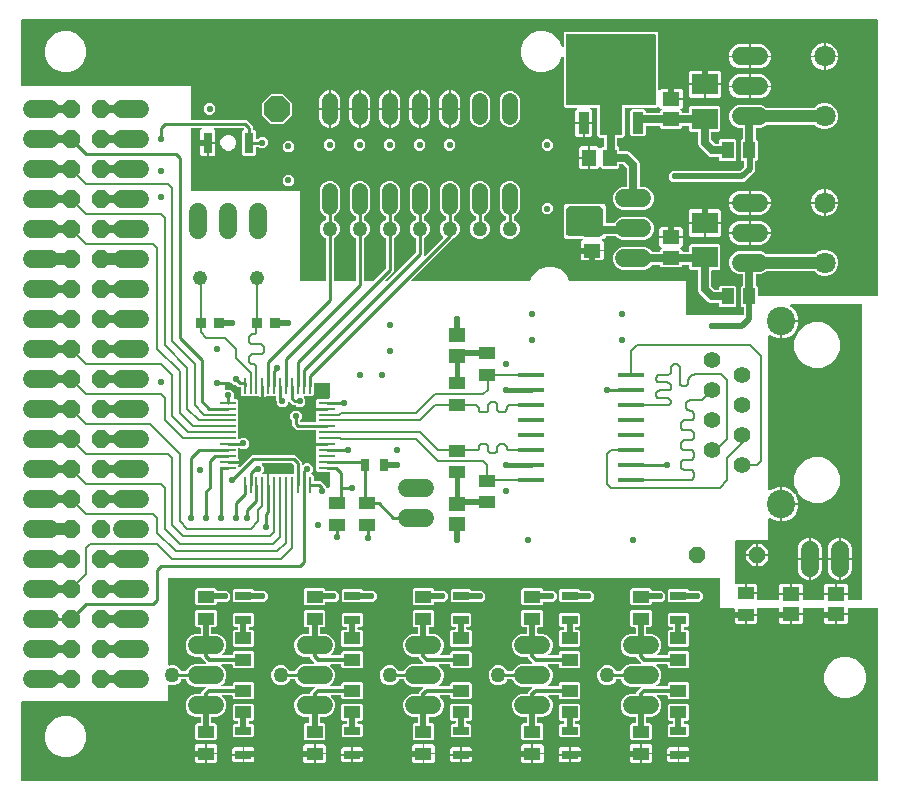
<source format=gbr>
G04 EAGLE Gerber RS-274X export*
G75*
%MOMM*%
%FSLAX34Y34*%
%LPD*%
%INTop Copper*%
%IPPOS*%
%AMOC8*
5,1,8,0,0,1.08239X$1,22.5*%
G01*
G04 Define Apertures*
%ADD10R,0.920900X0.970200*%
%ADD11R,1.465300X1.164600*%
%ADD12P,1.42962X8X22.5*%
%ADD13R,1.164600X1.465300*%
%ADD14R,2.203600X1.795500*%
%ADD15R,1.361800X0.761800*%
%ADD16C,1.524000*%
%ADD17R,1.420200X1.031200*%
%ADD18R,1.031200X1.420200*%
%ADD19R,0.798700X0.973900*%
%ADD20C,1.320800*%
%ADD21R,0.800000X1.800000*%
%ADD22C,1.270000*%
%ADD23P,2.33688X8X22.5*%
%ADD24R,1.346200X0.279400*%
%ADD25R,0.279400X1.346200*%
%ADD26R,2.260600X0.457200*%
%ADD27P,1.64956X8X292.5*%
%ADD28C,2.400000*%
%ADD29C,1.408000*%
%ADD30C,1.230000*%
%ADD31C,1.800000*%
%ADD32R,0.897900X1.860300*%
%ADD33R,3.189100X1.860300*%
%ADD34C,0.700000*%
%ADD35C,0.210000*%
%ADD36C,0.254000*%
%ADD37P,0.599644X8X22.5*%
%ADD38C,0.500000*%
%ADD39C,1.000000*%
%ADD40C,0.400000*%
%ADD41C,0.350000*%
G36*
X613830Y396935D02*
X613533Y396875D01*
X565912Y396875D01*
X565637Y396926D01*
X565382Y397090D01*
X565210Y397340D01*
X565150Y397637D01*
X565150Y425398D01*
X565144Y425438D01*
X565143Y425441D01*
X565088Y425450D01*
X467237Y425450D01*
X466957Y425503D01*
X466702Y425669D01*
X466533Y425920D01*
X464870Y429936D01*
X459936Y434870D01*
X453489Y437540D01*
X446511Y437540D01*
X440064Y434870D01*
X435130Y429936D01*
X433467Y425920D01*
X433311Y425682D01*
X433060Y425510D01*
X432763Y425450D01*
X333489Y425450D01*
X333226Y425497D01*
X332968Y425656D01*
X332792Y425904D01*
X332727Y426200D01*
X332783Y426498D01*
X332950Y426751D01*
X368324Y462124D01*
X368571Y462289D01*
X369855Y462821D01*
X372204Y465170D01*
X373475Y468239D01*
X373475Y471561D01*
X372204Y474630D01*
X369855Y476979D01*
X368865Y477389D01*
X368627Y477545D01*
X368455Y477795D01*
X368395Y478093D01*
X368395Y480228D01*
X368448Y480509D01*
X368614Y480763D01*
X368865Y480932D01*
X369999Y481402D01*
X372419Y483822D01*
X373729Y486985D01*
X373729Y503615D01*
X372419Y506778D01*
X369999Y509198D01*
X366836Y510508D01*
X363414Y510508D01*
X360251Y509198D01*
X357831Y506778D01*
X356521Y503615D01*
X356521Y486985D01*
X357831Y483822D01*
X360251Y481402D01*
X361385Y480932D01*
X361623Y480776D01*
X361795Y480526D01*
X361855Y480228D01*
X361855Y478093D01*
X361802Y477812D01*
X361636Y477558D01*
X361385Y477389D01*
X360395Y476979D01*
X358046Y474630D01*
X356775Y471561D01*
X356775Y468239D01*
X358046Y465170D01*
X359545Y463672D01*
X359703Y463441D01*
X359768Y463145D01*
X359712Y462847D01*
X359545Y462594D01*
X344296Y447345D01*
X344076Y447192D01*
X343781Y447122D01*
X343482Y447173D01*
X343227Y447337D01*
X343055Y447587D01*
X342995Y447884D01*
X342995Y461707D01*
X343048Y461988D01*
X343214Y462242D01*
X343465Y462411D01*
X344455Y462821D01*
X346804Y465170D01*
X348075Y468239D01*
X348075Y471561D01*
X346804Y474630D01*
X344455Y476979D01*
X343465Y477389D01*
X343227Y477545D01*
X343055Y477795D01*
X342995Y478093D01*
X342995Y480228D01*
X343048Y480509D01*
X343214Y480763D01*
X343465Y480932D01*
X344599Y481402D01*
X347019Y483822D01*
X348329Y486985D01*
X348329Y503615D01*
X347019Y506778D01*
X344599Y509198D01*
X341436Y510508D01*
X338014Y510508D01*
X334851Y509198D01*
X332431Y506778D01*
X331121Y503615D01*
X331121Y486985D01*
X332431Y483822D01*
X334851Y481402D01*
X335985Y480932D01*
X336223Y480776D01*
X336395Y480526D01*
X336455Y480228D01*
X336455Y478093D01*
X336402Y477812D01*
X336236Y477558D01*
X335985Y477389D01*
X334995Y476979D01*
X332646Y474630D01*
X331375Y471561D01*
X331375Y468239D01*
X332646Y465170D01*
X334995Y462821D01*
X335985Y462411D01*
X336223Y462255D01*
X336395Y462005D01*
X336455Y461707D01*
X336455Y450615D01*
X336399Y450329D01*
X336232Y450076D01*
X311829Y425673D01*
X311587Y425510D01*
X311290Y425450D01*
X311264Y425450D01*
X311001Y425497D01*
X310743Y425656D01*
X310567Y425904D01*
X310502Y426200D01*
X310558Y426498D01*
X310725Y426751D01*
X317595Y433621D01*
X317595Y461707D01*
X317648Y461988D01*
X317814Y462242D01*
X318065Y462411D01*
X319055Y462821D01*
X321404Y465170D01*
X322675Y468239D01*
X322675Y471561D01*
X321404Y474630D01*
X319055Y476979D01*
X318065Y477389D01*
X317827Y477545D01*
X317655Y477795D01*
X317595Y478093D01*
X317595Y480228D01*
X317648Y480509D01*
X317814Y480763D01*
X318065Y480932D01*
X319199Y481402D01*
X321619Y483822D01*
X322929Y486985D01*
X322929Y503615D01*
X321619Y506778D01*
X319199Y509198D01*
X316036Y510508D01*
X312614Y510508D01*
X309451Y509198D01*
X307031Y506778D01*
X305721Y503615D01*
X305721Y486985D01*
X307031Y483822D01*
X309451Y481402D01*
X310585Y480932D01*
X310823Y480776D01*
X310995Y480526D01*
X311055Y480228D01*
X311055Y478093D01*
X311002Y477812D01*
X310836Y477558D01*
X310585Y477389D01*
X309595Y476979D01*
X307246Y474630D01*
X305975Y471561D01*
X305975Y468239D01*
X307246Y465170D01*
X309595Y462821D01*
X310585Y462411D01*
X310823Y462255D01*
X310995Y462005D01*
X311055Y461707D01*
X311055Y436645D01*
X310999Y436359D01*
X310832Y436106D01*
X300399Y425673D01*
X300157Y425510D01*
X299860Y425450D01*
X292957Y425450D01*
X292682Y425501D01*
X292427Y425665D01*
X292255Y425915D01*
X292195Y426212D01*
X292195Y461707D01*
X292248Y461988D01*
X292414Y462242D01*
X292665Y462411D01*
X293655Y462821D01*
X296004Y465170D01*
X297275Y468239D01*
X297275Y471561D01*
X296004Y474630D01*
X293655Y476979D01*
X292665Y477389D01*
X292427Y477545D01*
X292255Y477795D01*
X292195Y478093D01*
X292195Y480228D01*
X292248Y480509D01*
X292414Y480763D01*
X292665Y480932D01*
X293799Y481402D01*
X296219Y483822D01*
X297529Y486985D01*
X297529Y503615D01*
X296219Y506778D01*
X293799Y509198D01*
X290636Y510508D01*
X287214Y510508D01*
X284051Y509198D01*
X281631Y506778D01*
X280321Y503615D01*
X280321Y486985D01*
X281631Y483822D01*
X284051Y481402D01*
X285185Y480932D01*
X285423Y480776D01*
X285595Y480526D01*
X285655Y480228D01*
X285655Y478093D01*
X285602Y477812D01*
X285436Y477558D01*
X285185Y477389D01*
X284195Y476979D01*
X281846Y474630D01*
X280575Y471561D01*
X280575Y468239D01*
X281846Y465170D01*
X284195Y462821D01*
X285185Y462411D01*
X285423Y462255D01*
X285595Y462005D01*
X285655Y461707D01*
X285655Y426212D01*
X285604Y425937D01*
X285440Y425682D01*
X285190Y425510D01*
X284893Y425450D01*
X267557Y425450D01*
X267282Y425501D01*
X267027Y425665D01*
X266855Y425915D01*
X266795Y426212D01*
X266795Y461707D01*
X266848Y461988D01*
X267014Y462242D01*
X267265Y462411D01*
X268255Y462821D01*
X270604Y465170D01*
X271875Y468239D01*
X271875Y471561D01*
X270604Y474630D01*
X268255Y476979D01*
X267265Y477389D01*
X267027Y477545D01*
X266855Y477795D01*
X266795Y478093D01*
X266795Y480228D01*
X266848Y480509D01*
X267014Y480763D01*
X267265Y480932D01*
X268399Y481402D01*
X270819Y483822D01*
X272129Y486985D01*
X272129Y503615D01*
X270819Y506778D01*
X268399Y509198D01*
X265236Y510508D01*
X261814Y510508D01*
X258651Y509198D01*
X256231Y506778D01*
X254921Y503615D01*
X254921Y486985D01*
X256231Y483822D01*
X258651Y481402D01*
X259785Y480932D01*
X260023Y480776D01*
X260195Y480526D01*
X260255Y480228D01*
X260255Y478093D01*
X260202Y477812D01*
X260036Y477558D01*
X259785Y477389D01*
X258795Y476979D01*
X256446Y474630D01*
X255175Y471561D01*
X255175Y468239D01*
X256446Y465170D01*
X258795Y462821D01*
X259785Y462411D01*
X260023Y462255D01*
X260195Y462005D01*
X260255Y461707D01*
X260255Y426212D01*
X260204Y425937D01*
X260040Y425682D01*
X259790Y425510D01*
X259493Y425450D01*
X238887Y425450D01*
X238612Y425501D01*
X238357Y425665D01*
X238185Y425915D01*
X238125Y426212D01*
X238125Y590498D01*
X238119Y590538D01*
X238118Y590541D01*
X238063Y590550D01*
X3302Y590550D01*
X3027Y590601D01*
X2772Y590765D01*
X2600Y591015D01*
X2540Y591312D01*
X2540Y646698D01*
X2591Y646973D01*
X2755Y647228D01*
X3005Y647400D01*
X3302Y647460D01*
X726698Y647460D01*
X726973Y647409D01*
X727228Y647245D01*
X727400Y646995D01*
X727460Y646698D01*
X727460Y413512D01*
X727409Y413237D01*
X727245Y412982D01*
X726995Y412810D01*
X726698Y412750D01*
X626713Y412750D01*
X626438Y412801D01*
X626183Y412965D01*
X626011Y413215D01*
X625951Y413512D01*
X625951Y420679D01*
X624632Y421998D01*
X624527Y422066D01*
X624355Y422316D01*
X624295Y422613D01*
X624295Y430943D01*
X624346Y431218D01*
X624510Y431473D01*
X624760Y431645D01*
X625057Y431705D01*
X628659Y431705D01*
X632194Y433170D01*
X633127Y434102D01*
X633368Y434265D01*
X633665Y434325D01*
X673753Y434325D01*
X674039Y434269D01*
X674292Y434102D01*
X676394Y432000D01*
X680437Y430325D01*
X684813Y430325D01*
X688856Y432000D01*
X691950Y435094D01*
X693625Y439137D01*
X693625Y443513D01*
X691950Y447556D01*
X688856Y450650D01*
X684813Y452325D01*
X680437Y452325D01*
X676394Y450650D01*
X674292Y448548D01*
X674050Y448385D01*
X673753Y448325D01*
X633665Y448325D01*
X633379Y448381D01*
X633127Y448548D01*
X632194Y449480D01*
X628659Y450945D01*
X609591Y450945D01*
X606056Y449480D01*
X603350Y446774D01*
X601885Y443239D01*
X601885Y439411D01*
X603350Y435876D01*
X606056Y433170D01*
X609591Y431705D01*
X612533Y431705D01*
X612808Y431654D01*
X613063Y431490D01*
X613235Y431240D01*
X613295Y430943D01*
X613295Y422613D01*
X613244Y422338D01*
X613080Y422083D01*
X612960Y422000D01*
X611639Y420679D01*
X611639Y404821D01*
X612811Y403649D01*
X613533Y403649D01*
X613808Y403598D01*
X614063Y403434D01*
X614235Y403184D01*
X614295Y402887D01*
X614295Y397637D01*
X614244Y397362D01*
X614080Y397107D01*
X613830Y396935D01*
G37*
%LPC*%
G36*
X36511Y602460D02*
X43489Y602460D01*
X49936Y605130D01*
X54870Y610064D01*
X57540Y616511D01*
X57540Y623489D01*
X54870Y629936D01*
X49936Y634870D01*
X43489Y637540D01*
X36511Y637540D01*
X30064Y634870D01*
X25130Y629936D01*
X22460Y623489D01*
X22460Y616511D01*
X25130Y610064D01*
X30064Y605130D01*
X36511Y602460D01*
G37*
G36*
X511166Y486276D02*
X530234Y486276D01*
X533769Y487740D01*
X536475Y490446D01*
X537940Y493982D01*
X537940Y497809D01*
X536475Y501345D01*
X533769Y504051D01*
X530234Y505516D01*
X526962Y505516D01*
X526687Y505567D01*
X526432Y505730D01*
X526260Y505980D01*
X526200Y506278D01*
X526200Y524969D01*
X525363Y526991D01*
X517466Y534888D01*
X515444Y535725D01*
X509464Y535725D01*
X509189Y535776D01*
X508934Y535940D01*
X508762Y536190D01*
X508702Y536487D01*
X508702Y538380D01*
X507373Y539709D01*
X507210Y539950D01*
X507150Y540248D01*
X507150Y546513D01*
X507201Y546788D01*
X507365Y547043D01*
X507615Y547215D01*
X507912Y547275D01*
X511142Y547275D01*
X511514Y547307D01*
X511842Y547392D01*
X512151Y547533D01*
X512432Y547723D01*
X512677Y547959D01*
X512878Y548232D01*
X513030Y548536D01*
X513127Y548854D01*
X513175Y549315D01*
X513175Y571913D01*
X513226Y572188D01*
X513390Y572443D01*
X513640Y572615D01*
X513937Y572675D01*
X539717Y572675D01*
X540089Y572707D01*
X540417Y572792D01*
X540726Y572933D01*
X541007Y573123D01*
X541252Y573359D01*
X541300Y573423D01*
X541605Y573668D01*
X541901Y573733D01*
X542199Y573678D01*
X542452Y573510D01*
X544244Y571719D01*
X544299Y571685D01*
X544474Y571437D01*
X544539Y571141D01*
X544484Y570843D01*
X544316Y570590D01*
X543124Y569397D01*
X543124Y569008D01*
X543072Y568733D01*
X542909Y568478D01*
X542659Y568306D01*
X542362Y568246D01*
X531902Y568246D01*
X531627Y568297D01*
X531371Y568461D01*
X531200Y568711D01*
X531140Y569008D01*
X531140Y569930D01*
X529968Y571102D01*
X519332Y571102D01*
X518161Y569930D01*
X518161Y549670D01*
X519332Y548499D01*
X529968Y548499D01*
X531140Y549670D01*
X531140Y556484D01*
X531191Y556759D01*
X531354Y557014D01*
X531604Y557186D01*
X531902Y557246D01*
X542362Y557246D01*
X542636Y557195D01*
X542892Y557031D01*
X543063Y556781D01*
X543124Y556484D01*
X543124Y556095D01*
X544295Y554923D01*
X560605Y554923D01*
X561777Y556095D01*
X561777Y556484D01*
X561828Y556759D01*
X561991Y557014D01*
X562241Y557186D01*
X562539Y557246D01*
X567245Y557246D01*
X567520Y557195D01*
X567775Y557031D01*
X567947Y556781D01*
X568007Y556484D01*
X568007Y553445D01*
X569179Y552274D01*
X574763Y552274D01*
X575038Y552222D01*
X575293Y552059D01*
X575465Y551809D01*
X575525Y551512D01*
X575525Y541831D01*
X576362Y539810D01*
X584260Y531912D01*
X586281Y531075D01*
X592487Y531075D01*
X592762Y531024D01*
X593017Y530860D01*
X593189Y530610D01*
X593249Y530313D01*
X593249Y528646D01*
X594421Y527474D01*
X606389Y527474D01*
X607561Y528646D01*
X607561Y544504D01*
X606389Y545676D01*
X594421Y545676D01*
X593249Y544504D01*
X593249Y542837D01*
X593198Y542562D01*
X593034Y542307D01*
X592784Y542135D01*
X592487Y542075D01*
X589969Y542075D01*
X589683Y542131D01*
X589430Y542298D01*
X586748Y544980D01*
X586585Y545222D01*
X586525Y545519D01*
X586525Y551512D01*
X586576Y551786D01*
X586740Y552042D01*
X586990Y552213D01*
X587287Y552274D01*
X592871Y552274D01*
X594043Y553445D01*
X594043Y573057D01*
X592871Y574229D01*
X569179Y574229D01*
X568007Y573057D01*
X568007Y569008D01*
X567956Y568733D01*
X567792Y568478D01*
X567542Y568306D01*
X567245Y568246D01*
X562539Y568246D01*
X562264Y568297D01*
X562008Y568461D01*
X561837Y568711D01*
X561777Y569008D01*
X561777Y569397D01*
X560584Y570590D01*
X560431Y570810D01*
X560361Y571105D01*
X560412Y571404D01*
X560575Y571659D01*
X560644Y571706D01*
X562317Y573379D01*
X562317Y579492D01*
X551688Y579492D01*
X551688Y588617D01*
X544071Y588617D01*
X543051Y587596D01*
X542831Y587443D01*
X542536Y587374D01*
X542237Y587424D01*
X541982Y587588D01*
X541810Y587838D01*
X541750Y588135D01*
X541750Y634967D01*
X541718Y635339D01*
X541633Y635667D01*
X541492Y635976D01*
X541302Y636257D01*
X541066Y636502D01*
X540793Y636703D01*
X540489Y636855D01*
X540171Y636952D01*
X539710Y637000D01*
X463583Y637000D01*
X463212Y636968D01*
X462883Y636883D01*
X462574Y636742D01*
X462293Y636552D01*
X462048Y636316D01*
X461847Y636043D01*
X461695Y635739D01*
X461598Y635421D01*
X461550Y634960D01*
X461550Y624157D01*
X461505Y623900D01*
X461348Y623640D01*
X461102Y623463D01*
X460806Y623395D01*
X460508Y623449D01*
X460254Y623614D01*
X460084Y623866D01*
X457570Y629936D01*
X452636Y634870D01*
X446189Y637540D01*
X439211Y637540D01*
X432764Y634870D01*
X427830Y629936D01*
X425160Y623489D01*
X425160Y616511D01*
X427830Y610064D01*
X432764Y605130D01*
X439211Y602460D01*
X446189Y602460D01*
X452636Y605130D01*
X457570Y610064D01*
X460084Y616134D01*
X460224Y616355D01*
X460469Y616535D01*
X460764Y616604D01*
X461063Y616554D01*
X461318Y616390D01*
X461490Y616140D01*
X461550Y615843D01*
X461550Y574708D01*
X461582Y574337D01*
X461667Y574008D01*
X461808Y573699D01*
X461998Y573418D01*
X462234Y573173D01*
X462507Y572972D01*
X462811Y572820D01*
X463129Y572723D01*
X463590Y572675D01*
X472302Y572675D01*
X472566Y572628D01*
X472824Y572469D01*
X472999Y572221D01*
X473064Y571925D01*
X473009Y571627D01*
X472841Y571374D01*
X471621Y570154D01*
X471621Y560562D01*
X485680Y560562D01*
X485680Y570154D01*
X484459Y571374D01*
X484306Y571594D01*
X484236Y571889D01*
X484287Y572188D01*
X484450Y572443D01*
X484701Y572615D01*
X484998Y572675D01*
X489363Y572675D01*
X489638Y572624D01*
X489893Y572460D01*
X490065Y572210D01*
X490125Y571913D01*
X490125Y549308D01*
X490157Y548937D01*
X490242Y548608D01*
X490383Y548299D01*
X490573Y548018D01*
X490809Y547773D01*
X491082Y547572D01*
X491386Y547420D01*
X491704Y547323D01*
X492165Y547275D01*
X495388Y547275D01*
X495663Y547224D01*
X495918Y547060D01*
X496090Y546810D01*
X496150Y546513D01*
X496150Y540314D01*
X496099Y540039D01*
X495935Y539783D01*
X495685Y539612D01*
X495388Y539552D01*
X494228Y539552D01*
X493035Y538359D01*
X492815Y538206D01*
X492520Y538136D01*
X492221Y538187D01*
X491966Y538350D01*
X491919Y538419D01*
X490246Y540092D01*
X484133Y540092D01*
X484133Y520359D01*
X490246Y520359D01*
X491906Y522019D01*
X491940Y522074D01*
X492188Y522249D01*
X492484Y522314D01*
X492782Y522259D01*
X493035Y522091D01*
X494228Y520899D01*
X507530Y520899D01*
X508702Y522070D01*
X508702Y523963D01*
X508753Y524238D01*
X508917Y524493D01*
X509167Y524665D01*
X509464Y524725D01*
X511756Y524725D01*
X512042Y524669D01*
X512295Y524502D01*
X514977Y521820D01*
X515140Y521578D01*
X515200Y521281D01*
X515200Y506278D01*
X515149Y506003D01*
X514985Y505747D01*
X514735Y505576D01*
X514438Y505516D01*
X511166Y505516D01*
X507631Y504051D01*
X504925Y501345D01*
X503460Y497809D01*
X503460Y493982D01*
X504925Y490446D01*
X507631Y487740D01*
X511166Y486276D01*
G37*
G36*
X671085Y616712D02*
X681863Y616712D01*
X681863Y627490D01*
X680330Y627490D01*
X676088Y625733D01*
X672842Y622487D01*
X671085Y618245D01*
X671085Y616712D01*
G37*
G36*
X683387Y616712D02*
X694165Y616712D01*
X694165Y618245D01*
X692408Y622487D01*
X689162Y625733D01*
X684920Y627490D01*
X683387Y627490D01*
X683387Y616712D01*
G37*
G36*
X601345Y616712D02*
X618363Y616712D01*
X618363Y626110D01*
X609484Y626110D01*
X605750Y624563D01*
X602892Y621705D01*
X601345Y617971D01*
X601345Y616712D01*
G37*
G36*
X619887Y616712D02*
X636905Y616712D01*
X636905Y617971D01*
X635358Y621705D01*
X632500Y624563D01*
X628766Y626110D01*
X619887Y626110D01*
X619887Y616712D01*
G37*
G36*
X619887Y605790D02*
X628766Y605790D01*
X632500Y607337D01*
X635358Y610195D01*
X636905Y613929D01*
X636905Y615188D01*
X619887Y615188D01*
X619887Y605790D01*
G37*
G36*
X609484Y605790D02*
X618363Y605790D01*
X618363Y615188D01*
X601345Y615188D01*
X601345Y613929D01*
X602892Y610195D01*
X605750Y607337D01*
X609484Y605790D01*
G37*
G36*
X683387Y604410D02*
X684920Y604410D01*
X689162Y606167D01*
X692408Y609413D01*
X694165Y613655D01*
X694165Y615188D01*
X683387Y615188D01*
X683387Y604410D01*
G37*
G36*
X680330Y604410D02*
X681863Y604410D01*
X681863Y615188D01*
X671085Y615188D01*
X671085Y613655D01*
X672842Y609413D01*
X676088Y606167D01*
X680330Y604410D01*
G37*
G36*
X581787Y593211D02*
X594583Y593211D01*
X594583Y602479D01*
X593095Y603967D01*
X581787Y603967D01*
X581787Y593211D01*
G37*
G36*
X567467Y593211D02*
X580263Y593211D01*
X580263Y603967D01*
X568955Y603967D01*
X567467Y602479D01*
X567467Y593211D01*
G37*
G36*
X601345Y591312D02*
X618363Y591312D01*
X618363Y600710D01*
X609484Y600710D01*
X605750Y599163D01*
X602892Y596305D01*
X601345Y592571D01*
X601345Y591312D01*
G37*
G36*
X619887Y591312D02*
X636905Y591312D01*
X636905Y592571D01*
X635358Y596305D01*
X632500Y599163D01*
X628766Y600710D01*
X619887Y600710D01*
X619887Y591312D01*
G37*
G36*
X568955Y580932D02*
X580263Y580932D01*
X580263Y591687D01*
X567467Y591687D01*
X567467Y582419D01*
X568955Y580932D01*
G37*
G36*
X581787Y580932D02*
X593095Y580932D01*
X594583Y582419D01*
X594583Y591687D01*
X581787Y591687D01*
X581787Y580932D01*
G37*
G36*
X609484Y580390D02*
X618363Y580390D01*
X618363Y589788D01*
X601345Y589788D01*
X601345Y588529D01*
X602892Y584795D01*
X605750Y581937D01*
X609484Y580390D01*
G37*
G36*
X619887Y580390D02*
X628766Y580390D01*
X632500Y581937D01*
X635358Y584795D01*
X636905Y588529D01*
X636905Y589788D01*
X619887Y589788D01*
X619887Y580390D01*
G37*
G36*
X553212Y581016D02*
X562317Y581016D01*
X562317Y587129D01*
X560829Y588617D01*
X553212Y588617D01*
X553212Y581016D01*
G37*
G36*
X279781Y572262D02*
X288163Y572262D01*
X288163Y587248D01*
X287106Y587248D01*
X283745Y585856D01*
X281173Y583284D01*
X279781Y579923D01*
X279781Y572262D01*
G37*
G36*
X254381Y572262D02*
X262763Y572262D01*
X262763Y587248D01*
X261706Y587248D01*
X258345Y585856D01*
X255773Y583284D01*
X254381Y579923D01*
X254381Y572262D01*
G37*
G36*
X330581Y572262D02*
X338963Y572262D01*
X338963Y587248D01*
X337906Y587248D01*
X334545Y585856D01*
X331973Y583284D01*
X330581Y579923D01*
X330581Y572262D01*
G37*
G36*
X305181Y572262D02*
X313563Y572262D01*
X313563Y587248D01*
X312506Y587248D01*
X309145Y585856D01*
X306573Y583284D01*
X305181Y579923D01*
X305181Y572262D01*
G37*
G36*
X355981Y572262D02*
X364363Y572262D01*
X364363Y587248D01*
X363306Y587248D01*
X359945Y585856D01*
X357373Y583284D01*
X355981Y579923D01*
X355981Y572262D01*
G37*
G36*
X289687Y572262D02*
X298069Y572262D01*
X298069Y579923D01*
X296677Y583284D01*
X294105Y585856D01*
X290744Y587248D01*
X289687Y587248D01*
X289687Y572262D01*
G37*
G36*
X264287Y572262D02*
X272669Y572262D01*
X272669Y579923D01*
X271277Y583284D01*
X268705Y585856D01*
X265344Y587248D01*
X264287Y587248D01*
X264287Y572262D01*
G37*
G36*
X340487Y572262D02*
X348869Y572262D01*
X348869Y579923D01*
X347477Y583284D01*
X344905Y585856D01*
X341544Y587248D01*
X340487Y587248D01*
X340487Y572262D01*
G37*
G36*
X315087Y572262D02*
X323469Y572262D01*
X323469Y579923D01*
X322077Y583284D01*
X319505Y585856D01*
X316144Y587248D01*
X315087Y587248D01*
X315087Y572262D01*
G37*
G36*
X365887Y572262D02*
X374269Y572262D01*
X374269Y579923D01*
X372877Y583284D01*
X370305Y585856D01*
X366944Y587248D01*
X365887Y587248D01*
X365887Y572262D01*
G37*
G36*
X388814Y556292D02*
X392236Y556292D01*
X395399Y557602D01*
X397819Y560022D01*
X399129Y563185D01*
X399129Y579815D01*
X397819Y582978D01*
X395399Y585398D01*
X392236Y586708D01*
X388814Y586708D01*
X385651Y585398D01*
X383231Y582978D01*
X381921Y579815D01*
X381921Y563185D01*
X383231Y560022D01*
X385651Y557602D01*
X388814Y556292D01*
G37*
G36*
X414214Y556292D02*
X417636Y556292D01*
X420799Y557602D01*
X423219Y560022D01*
X424529Y563185D01*
X424529Y579815D01*
X423219Y582978D01*
X420799Y585398D01*
X417636Y586708D01*
X414214Y586708D01*
X411051Y585398D01*
X408631Y582978D01*
X407321Y579815D01*
X407321Y563185D01*
X408631Y560022D01*
X411051Y557602D01*
X414214Y556292D01*
G37*
G36*
X553649Y509580D02*
X557601Y509580D01*
X557648Y509627D01*
X557889Y509790D01*
X558186Y509850D01*
X614639Y509850D01*
X623625Y518836D01*
X623625Y526712D01*
X623676Y526987D01*
X623840Y527242D01*
X624090Y527414D01*
X624387Y527474D01*
X624779Y527474D01*
X625951Y528646D01*
X625951Y544504D01*
X624632Y545823D01*
X624527Y545891D01*
X624355Y546141D01*
X624295Y546438D01*
X624295Y554768D01*
X624346Y555043D01*
X624510Y555298D01*
X624760Y555470D01*
X625057Y555530D01*
X628659Y555530D01*
X632194Y556995D01*
X633127Y557927D01*
X633368Y558090D01*
X633665Y558150D01*
X673753Y558150D01*
X674039Y558094D01*
X674292Y557927D01*
X676394Y555825D01*
X680437Y554150D01*
X684813Y554150D01*
X688856Y555825D01*
X691950Y558919D01*
X693625Y562962D01*
X693625Y567338D01*
X691950Y571381D01*
X688856Y574475D01*
X684813Y576150D01*
X680437Y576150D01*
X676394Y574475D01*
X674292Y572373D01*
X674050Y572210D01*
X673753Y572150D01*
X633665Y572150D01*
X633379Y572206D01*
X633127Y572373D01*
X632194Y573305D01*
X628659Y574770D01*
X609591Y574770D01*
X606056Y573305D01*
X603350Y570599D01*
X601885Y567064D01*
X601885Y563236D01*
X603350Y559701D01*
X606056Y556995D01*
X609591Y555530D01*
X612533Y555530D01*
X612808Y555479D01*
X613063Y555315D01*
X613235Y555065D01*
X613295Y554768D01*
X613295Y546438D01*
X613244Y546163D01*
X613080Y545908D01*
X612960Y545825D01*
X611639Y544504D01*
X611639Y528646D01*
X612811Y527474D01*
X613863Y527474D01*
X614138Y527423D01*
X614393Y527259D01*
X614565Y527009D01*
X614625Y526712D01*
X614625Y522880D01*
X614569Y522594D01*
X614402Y522341D01*
X611134Y519073D01*
X610893Y518910D01*
X610595Y518850D01*
X558186Y518850D01*
X557900Y518906D01*
X557648Y519073D01*
X557601Y519120D01*
X553649Y519120D01*
X550855Y516326D01*
X550855Y512374D01*
X553649Y509580D01*
G37*
G36*
X340487Y555752D02*
X341544Y555752D01*
X344905Y557144D01*
X347477Y559716D01*
X348869Y563077D01*
X348869Y570738D01*
X340487Y570738D01*
X340487Y555752D01*
G37*
G36*
X337906Y555752D02*
X338963Y555752D01*
X338963Y570738D01*
X330581Y570738D01*
X330581Y563077D01*
X331973Y559716D01*
X334545Y557144D01*
X337906Y555752D01*
G37*
G36*
X312506Y555752D02*
X313563Y555752D01*
X313563Y570738D01*
X305181Y570738D01*
X305181Y563077D01*
X306573Y559716D01*
X309145Y557144D01*
X312506Y555752D01*
G37*
G36*
X289687Y555752D02*
X290744Y555752D01*
X294105Y557144D01*
X296677Y559716D01*
X298069Y563077D01*
X298069Y570738D01*
X289687Y570738D01*
X289687Y555752D01*
G37*
G36*
X287106Y555752D02*
X288163Y555752D01*
X288163Y570738D01*
X279781Y570738D01*
X279781Y563077D01*
X281173Y559716D01*
X283745Y557144D01*
X287106Y555752D01*
G37*
G36*
X264287Y555752D02*
X265344Y555752D01*
X268705Y557144D01*
X271277Y559716D01*
X272669Y563077D01*
X272669Y570738D01*
X264287Y570738D01*
X264287Y555752D01*
G37*
G36*
X261706Y555752D02*
X262763Y555752D01*
X262763Y570738D01*
X254381Y570738D01*
X254381Y563077D01*
X255773Y559716D01*
X258345Y557144D01*
X261706Y555752D01*
G37*
G36*
X315087Y555752D02*
X316144Y555752D01*
X319505Y557144D01*
X322077Y559716D01*
X323469Y563077D01*
X323469Y570738D01*
X315087Y570738D01*
X315087Y555752D01*
G37*
G36*
X365887Y555752D02*
X366944Y555752D01*
X370305Y557144D01*
X372877Y559716D01*
X374269Y563077D01*
X374269Y570738D01*
X365887Y570738D01*
X365887Y555752D01*
G37*
G36*
X363306Y555752D02*
X364363Y555752D01*
X364363Y570738D01*
X355981Y570738D01*
X355981Y563077D01*
X357373Y559716D01*
X359945Y557144D01*
X363306Y555752D01*
G37*
G36*
X479412Y547959D02*
X484192Y547959D01*
X485680Y549446D01*
X485680Y559038D01*
X479412Y559038D01*
X479412Y547959D01*
G37*
G36*
X473108Y547959D02*
X477888Y547959D01*
X477888Y559038D01*
X471621Y559038D01*
X471621Y549446D01*
X473108Y547959D01*
G37*
G36*
X312349Y536250D02*
X316301Y536250D01*
X319095Y539044D01*
X319095Y542996D01*
X316301Y545790D01*
X312349Y545790D01*
X309555Y542996D01*
X309555Y539044D01*
X312349Y536250D01*
G37*
G36*
X286949Y536250D02*
X290901Y536250D01*
X293695Y539044D01*
X293695Y542996D01*
X290901Y545790D01*
X286949Y545790D01*
X284155Y542996D01*
X284155Y539044D01*
X286949Y536250D01*
G37*
G36*
X261549Y536250D02*
X265501Y536250D01*
X268295Y539044D01*
X268295Y542996D01*
X265501Y545790D01*
X261549Y545790D01*
X258755Y542996D01*
X258755Y539044D01*
X261549Y536250D01*
G37*
G36*
X445699Y536250D02*
X449651Y536250D01*
X452445Y539044D01*
X452445Y542996D01*
X449651Y545790D01*
X445699Y545790D01*
X442905Y542996D01*
X442905Y539044D01*
X445699Y536250D01*
G37*
G36*
X363149Y536250D02*
X367101Y536250D01*
X369895Y539044D01*
X369895Y542996D01*
X367101Y545790D01*
X363149Y545790D01*
X360355Y542996D01*
X360355Y539044D01*
X363149Y536250D01*
G37*
G36*
X337749Y536250D02*
X341701Y536250D01*
X344495Y539044D01*
X344495Y542996D01*
X341701Y545790D01*
X337749Y545790D01*
X334955Y542996D01*
X334955Y539044D01*
X337749Y536250D01*
G37*
G36*
X475008Y530987D02*
X482609Y530987D01*
X482609Y540092D01*
X476496Y540092D01*
X475008Y538604D01*
X475008Y530987D01*
G37*
G36*
X476496Y520359D02*
X482609Y520359D01*
X482609Y529463D01*
X475008Y529463D01*
X475008Y521846D01*
X476496Y520359D01*
G37*
G36*
X414264Y461550D02*
X417586Y461550D01*
X420655Y462821D01*
X423004Y465170D01*
X424275Y468239D01*
X424275Y471561D01*
X423004Y474630D01*
X420655Y476979D01*
X419665Y477389D01*
X419427Y477545D01*
X419255Y477795D01*
X419195Y478093D01*
X419195Y480228D01*
X419248Y480509D01*
X419414Y480763D01*
X419665Y480932D01*
X420799Y481402D01*
X423219Y483822D01*
X424529Y486985D01*
X424529Y503615D01*
X423219Y506778D01*
X420799Y509198D01*
X417636Y510508D01*
X414214Y510508D01*
X411051Y509198D01*
X408631Y506778D01*
X407321Y503615D01*
X407321Y486985D01*
X408631Y483822D01*
X411051Y481402D01*
X412185Y480932D01*
X412423Y480776D01*
X412595Y480526D01*
X412655Y480228D01*
X412655Y478093D01*
X412602Y477812D01*
X412436Y477558D01*
X412185Y477389D01*
X411195Y476979D01*
X408846Y474630D01*
X407575Y471561D01*
X407575Y468239D01*
X408846Y465170D01*
X411195Y462821D01*
X414264Y461550D01*
G37*
G36*
X388864Y461550D02*
X392186Y461550D01*
X395255Y462821D01*
X397604Y465170D01*
X398875Y468239D01*
X398875Y471561D01*
X397604Y474630D01*
X395255Y476979D01*
X394265Y477389D01*
X394027Y477545D01*
X393855Y477795D01*
X393795Y478093D01*
X393795Y480228D01*
X393848Y480509D01*
X394014Y480763D01*
X394265Y480932D01*
X395399Y481402D01*
X397819Y483822D01*
X399129Y486985D01*
X399129Y503615D01*
X397819Y506778D01*
X395399Y509198D01*
X392236Y510508D01*
X388814Y510508D01*
X385651Y509198D01*
X383231Y506778D01*
X381921Y503615D01*
X381921Y486985D01*
X383231Y483822D01*
X385651Y481402D01*
X386785Y480932D01*
X387023Y480776D01*
X387195Y480526D01*
X387255Y480228D01*
X387255Y478093D01*
X387202Y477812D01*
X387036Y477558D01*
X386785Y477389D01*
X385795Y476979D01*
X383446Y474630D01*
X382175Y471561D01*
X382175Y468239D01*
X383446Y465170D01*
X385795Y462821D01*
X388864Y461550D01*
G37*
G36*
X683387Y492887D02*
X694165Y492887D01*
X694165Y494420D01*
X692408Y498662D01*
X689162Y501908D01*
X684920Y503665D01*
X683387Y503665D01*
X683387Y492887D01*
G37*
G36*
X671085Y492887D02*
X681863Y492887D01*
X681863Y503665D01*
X680330Y503665D01*
X676088Y501908D01*
X672842Y498662D01*
X671085Y494420D01*
X671085Y492887D01*
G37*
G36*
X601345Y492887D02*
X618363Y492887D01*
X618363Y502285D01*
X609484Y502285D01*
X605750Y500738D01*
X602892Y497880D01*
X601345Y494146D01*
X601345Y492887D01*
G37*
G36*
X619887Y492887D02*
X636905Y492887D01*
X636905Y494146D01*
X635358Y497880D01*
X632500Y500738D01*
X628766Y502285D01*
X619887Y502285D01*
X619887Y492887D01*
G37*
G36*
X445699Y482275D02*
X449651Y482275D01*
X452445Y485069D01*
X452445Y489021D01*
X449651Y491815D01*
X445699Y491815D01*
X442905Y489021D01*
X442905Y485069D01*
X445699Y482275D01*
G37*
G36*
X683387Y480585D02*
X684920Y480585D01*
X689162Y482342D01*
X692408Y485588D01*
X694165Y489830D01*
X694165Y491363D01*
X683387Y491363D01*
X683387Y480585D01*
G37*
G36*
X680330Y480585D02*
X681863Y480585D01*
X681863Y491363D01*
X671085Y491363D01*
X671085Y489830D01*
X672842Y485588D01*
X676088Y482342D01*
X680330Y480585D01*
G37*
G36*
X619887Y481965D02*
X628766Y481965D01*
X632500Y483512D01*
X635358Y486370D01*
X636905Y490104D01*
X636905Y491363D01*
X619887Y491363D01*
X619887Y481965D01*
G37*
G36*
X609484Y481965D02*
X618363Y481965D01*
X618363Y491363D01*
X601345Y491363D01*
X601345Y490104D01*
X602892Y486370D01*
X605750Y483512D01*
X609484Y481965D01*
G37*
G36*
X475909Y452383D02*
X495642Y452383D01*
X495642Y458496D01*
X493981Y460156D01*
X493926Y460190D01*
X493751Y460438D01*
X493686Y460734D01*
X493741Y461032D01*
X493909Y461285D01*
X493951Y461327D01*
X494192Y461490D01*
X494490Y461550D01*
X495267Y461550D01*
X495639Y461582D01*
X495967Y461667D01*
X496276Y461808D01*
X496557Y461998D01*
X496802Y462234D01*
X497003Y462507D01*
X497155Y462811D01*
X497239Y463088D01*
X497421Y463397D01*
X497671Y463569D01*
X497969Y463629D01*
X506026Y463629D01*
X506312Y463573D01*
X506565Y463406D01*
X507631Y462340D01*
X511166Y460876D01*
X530234Y460876D01*
X533769Y462340D01*
X536475Y465046D01*
X537940Y468582D01*
X537940Y472409D01*
X536475Y475945D01*
X533769Y478651D01*
X530234Y480116D01*
X511166Y480116D01*
X507631Y478651D01*
X504925Y475945D01*
X504574Y475099D01*
X504418Y474861D01*
X504168Y474689D01*
X503870Y474629D01*
X498062Y474629D01*
X497787Y474680D01*
X497532Y474844D01*
X497360Y475094D01*
X497300Y475391D01*
X497300Y488917D01*
X497268Y489289D01*
X497183Y489617D01*
X497042Y489926D01*
X496852Y490207D01*
X496616Y490452D01*
X496343Y490653D01*
X496039Y490805D01*
X495721Y490902D01*
X495260Y490950D01*
X463583Y490950D01*
X463212Y490918D01*
X462883Y490833D01*
X462574Y490692D01*
X462293Y490502D01*
X462048Y490266D01*
X461847Y489993D01*
X461695Y489689D01*
X461598Y489371D01*
X461550Y488910D01*
X461550Y463583D01*
X461582Y463212D01*
X461667Y462883D01*
X461808Y462574D01*
X461998Y462293D01*
X462234Y462048D01*
X462507Y461847D01*
X462811Y461695D01*
X463129Y461598D01*
X463590Y461550D01*
X477060Y461550D01*
X477346Y461494D01*
X477599Y461327D01*
X477641Y461285D01*
X477794Y461065D01*
X477864Y460770D01*
X477813Y460471D01*
X477650Y460216D01*
X477581Y460169D01*
X475909Y458496D01*
X475909Y452383D01*
G37*
G36*
X567467Y475736D02*
X580263Y475736D01*
X580263Y486492D01*
X568955Y486492D01*
X567467Y485004D01*
X567467Y475736D01*
G37*
G36*
X581787Y475736D02*
X594583Y475736D01*
X594583Y485004D01*
X593095Y486492D01*
X581787Y486492D01*
X581787Y475736D01*
G37*
G36*
X601345Y467487D02*
X618363Y467487D01*
X618363Y476885D01*
X609484Y476885D01*
X605750Y475338D01*
X602892Y472480D01*
X601345Y468746D01*
X601345Y467487D01*
G37*
G36*
X619887Y467487D02*
X636905Y467487D01*
X636905Y468746D01*
X635358Y472480D01*
X632500Y475338D01*
X628766Y476885D01*
X619887Y476885D01*
X619887Y467487D01*
G37*
G36*
X581787Y463457D02*
X593095Y463457D01*
X594583Y464944D01*
X594583Y474212D01*
X581787Y474212D01*
X581787Y463457D01*
G37*
G36*
X568955Y463457D02*
X580263Y463457D01*
X580263Y474212D01*
X567467Y474212D01*
X567467Y464944D01*
X568955Y463457D01*
G37*
G36*
X542584Y463541D02*
X551688Y463541D01*
X551688Y471142D01*
X544071Y471142D01*
X542584Y469654D01*
X542584Y463541D01*
G37*
G36*
X553212Y463541D02*
X562317Y463541D01*
X562317Y469654D01*
X560829Y471142D01*
X553212Y471142D01*
X553212Y463541D01*
G37*
G36*
X619887Y456565D02*
X628766Y456565D01*
X632500Y458112D01*
X635358Y460970D01*
X636905Y464704D01*
X636905Y465963D01*
X619887Y465963D01*
X619887Y456565D01*
G37*
G36*
X609484Y456565D02*
X618363Y456565D01*
X618363Y465963D01*
X601345Y465963D01*
X601345Y464704D01*
X602892Y460970D01*
X605750Y458112D01*
X609484Y456565D01*
G37*
G36*
X594421Y403649D02*
X606389Y403649D01*
X607561Y404821D01*
X607561Y420679D01*
X606389Y421851D01*
X594421Y421851D01*
X593249Y420679D01*
X593249Y419012D01*
X593198Y418737D01*
X593034Y418482D01*
X592784Y418310D01*
X592487Y418250D01*
X589969Y418250D01*
X589683Y418306D01*
X589430Y418473D01*
X586748Y421155D01*
X586585Y421397D01*
X586525Y421694D01*
X586525Y434037D01*
X586576Y434311D01*
X586740Y434567D01*
X586990Y434738D01*
X587287Y434799D01*
X592871Y434799D01*
X594043Y435970D01*
X594043Y455582D01*
X592871Y456754D01*
X569179Y456754D01*
X568007Y455582D01*
X568007Y451533D01*
X567956Y451258D01*
X567792Y451003D01*
X567542Y450831D01*
X567245Y450771D01*
X562539Y450771D01*
X562264Y450822D01*
X562008Y450986D01*
X561837Y451236D01*
X561777Y451533D01*
X561777Y451922D01*
X560584Y453115D01*
X560431Y453335D01*
X560361Y453630D01*
X560412Y453929D01*
X560575Y454184D01*
X560644Y454231D01*
X562317Y455904D01*
X562317Y462017D01*
X542584Y462017D01*
X542584Y455904D01*
X544244Y454244D01*
X544299Y454210D01*
X544474Y453962D01*
X544539Y453666D01*
X544484Y453368D01*
X544316Y453115D01*
X543124Y451922D01*
X543124Y451358D01*
X543072Y451083D01*
X542909Y450827D01*
X542659Y450656D01*
X542362Y450596D01*
X536740Y450596D01*
X536454Y450651D01*
X536202Y450819D01*
X533769Y453251D01*
X530234Y454716D01*
X511166Y454716D01*
X507631Y453251D01*
X504925Y450545D01*
X503460Y447009D01*
X503460Y443182D01*
X504925Y439646D01*
X507631Y436940D01*
X511166Y435476D01*
X530234Y435476D01*
X533769Y436940D01*
X536202Y439372D01*
X536443Y439535D01*
X536740Y439596D01*
X542362Y439596D01*
X542636Y439544D01*
X542892Y439381D01*
X543063Y439131D01*
X543124Y438834D01*
X543124Y438620D01*
X544295Y437448D01*
X560605Y437448D01*
X561777Y438620D01*
X561777Y439009D01*
X561828Y439284D01*
X561991Y439539D01*
X562241Y439711D01*
X562539Y439771D01*
X567245Y439771D01*
X567520Y439720D01*
X567775Y439556D01*
X567947Y439306D01*
X568007Y439009D01*
X568007Y435970D01*
X569179Y434799D01*
X574763Y434799D01*
X575038Y434747D01*
X575293Y434584D01*
X575465Y434334D01*
X575525Y434037D01*
X575525Y418006D01*
X576362Y415985D01*
X584260Y408087D01*
X586281Y407250D01*
X592487Y407250D01*
X592762Y407199D01*
X593017Y407035D01*
X593189Y406785D01*
X593249Y406488D01*
X593249Y404821D01*
X594421Y403649D01*
G37*
G36*
X486537Y443258D02*
X494154Y443258D01*
X495642Y444746D01*
X495642Y450859D01*
X486537Y450859D01*
X486537Y443258D01*
G37*
G36*
X477396Y443258D02*
X485013Y443258D01*
X485013Y450859D01*
X475909Y450859D01*
X475909Y444746D01*
X477396Y443258D01*
G37*
%LPD*%
G36*
X726995Y2600D02*
X726698Y2540D01*
X3302Y2540D01*
X3027Y2591D01*
X2772Y2755D01*
X2600Y3005D01*
X2540Y3302D01*
X2540Y69088D01*
X2591Y69363D01*
X2755Y69618D01*
X3005Y69790D01*
X3302Y69850D01*
X126948Y69850D01*
X126988Y69856D01*
X126991Y69857D01*
X127000Y69912D01*
X127000Y83212D01*
X127049Y83481D01*
X127210Y83738D01*
X127459Y83911D01*
X127756Y83974D01*
X128054Y83916D01*
X128514Y83725D01*
X131836Y83725D01*
X134905Y84996D01*
X137254Y87345D01*
X137664Y88335D01*
X137820Y88573D01*
X138070Y88745D01*
X138368Y88805D01*
X141563Y88805D01*
X141843Y88752D01*
X142097Y88586D01*
X142267Y88335D01*
X142975Y86626D01*
X145681Y83920D01*
X149216Y82455D01*
X157862Y82455D01*
X158125Y82408D01*
X158383Y82249D01*
X158559Y82001D01*
X158624Y81705D01*
X158568Y81407D01*
X158401Y81154D01*
X155000Y77753D01*
X155000Y77057D01*
X154949Y76782D01*
X154785Y76527D01*
X154535Y76355D01*
X154238Y76295D01*
X149216Y76295D01*
X145681Y74830D01*
X142975Y72124D01*
X141510Y68589D01*
X141510Y64761D01*
X142975Y61226D01*
X145681Y58520D01*
X149216Y57055D01*
X153488Y57055D01*
X153763Y57004D01*
X154018Y56840D01*
X154190Y56590D01*
X154250Y56293D01*
X154250Y52038D01*
X154199Y51763D01*
X154035Y51508D01*
X153785Y51336D01*
X153488Y51276D01*
X150821Y51276D01*
X149649Y50104D01*
X149649Y38136D01*
X150821Y36964D01*
X166679Y36964D01*
X167851Y38136D01*
X167851Y50104D01*
X166679Y51276D01*
X164012Y51276D01*
X163737Y51327D01*
X163482Y51491D01*
X163310Y51741D01*
X163250Y52038D01*
X163250Y56293D01*
X163301Y56568D01*
X163465Y56823D01*
X163715Y56995D01*
X164012Y57055D01*
X168284Y57055D01*
X171819Y58520D01*
X174525Y61226D01*
X175990Y64761D01*
X175990Y68589D01*
X174525Y72124D01*
X172656Y73994D01*
X172503Y74214D01*
X172433Y74509D01*
X172484Y74808D01*
X172647Y75063D01*
X172897Y75235D01*
X173194Y75295D01*
X180637Y75295D01*
X180912Y75244D01*
X181167Y75080D01*
X181339Y74830D01*
X181399Y74533D01*
X181399Y73061D01*
X182571Y71889D01*
X198429Y71889D01*
X199601Y73061D01*
X199601Y85029D01*
X198429Y86201D01*
X182571Y86201D01*
X181399Y85029D01*
X181399Y83557D01*
X181348Y83282D01*
X181184Y83027D01*
X180934Y82855D01*
X180637Y82795D01*
X172534Y82795D01*
X172271Y82842D01*
X172013Y83001D01*
X171838Y83249D01*
X171772Y83545D01*
X171828Y83843D01*
X171996Y84096D01*
X174525Y86626D01*
X175990Y90161D01*
X175990Y93989D01*
X174525Y97524D01*
X171996Y100054D01*
X171843Y100274D01*
X171773Y100569D01*
X171824Y100868D01*
X171987Y101123D01*
X172237Y101295D01*
X172534Y101355D01*
X180637Y101355D01*
X180912Y101304D01*
X181167Y101140D01*
X181339Y100890D01*
X181399Y100593D01*
X181399Y99121D01*
X182571Y97949D01*
X198429Y97949D01*
X199601Y99121D01*
X199601Y111089D01*
X198429Y112261D01*
X182571Y112261D01*
X181399Y111089D01*
X181399Y109617D01*
X181348Y109342D01*
X181184Y109087D01*
X180934Y108915D01*
X180637Y108855D01*
X173194Y108855D01*
X172931Y108902D01*
X172673Y109061D01*
X172498Y109309D01*
X172432Y109605D01*
X172488Y109903D01*
X172656Y110156D01*
X174525Y112026D01*
X175990Y115561D01*
X175990Y119389D01*
X174525Y122924D01*
X171819Y125630D01*
X168284Y127095D01*
X164012Y127095D01*
X163737Y127146D01*
X163482Y127310D01*
X163310Y127560D01*
X163250Y127857D01*
X163250Y132112D01*
X163301Y132387D01*
X163465Y132642D01*
X163715Y132814D01*
X164012Y132874D01*
X166679Y132874D01*
X167851Y134046D01*
X167851Y146014D01*
X166679Y147186D01*
X150821Y147186D01*
X149649Y146014D01*
X149649Y134046D01*
X150821Y132874D01*
X153488Y132874D01*
X153763Y132823D01*
X154018Y132659D01*
X154190Y132409D01*
X154250Y132112D01*
X154250Y127857D01*
X154199Y127582D01*
X154035Y127327D01*
X153785Y127155D01*
X153488Y127095D01*
X149216Y127095D01*
X145681Y125630D01*
X142975Y122924D01*
X141510Y119389D01*
X141510Y115561D01*
X142975Y112026D01*
X145681Y109320D01*
X149216Y107855D01*
X154238Y107855D01*
X154513Y107804D01*
X154768Y107640D01*
X154940Y107390D01*
X155000Y107093D01*
X155000Y106397D01*
X158401Y102996D01*
X158554Y102776D01*
X158624Y102481D01*
X158573Y102182D01*
X158409Y101927D01*
X158159Y101755D01*
X157862Y101695D01*
X149216Y101695D01*
X145681Y100230D01*
X142975Y97524D01*
X142267Y95815D01*
X142110Y95577D01*
X141860Y95405D01*
X141563Y95345D01*
X138368Y95345D01*
X138087Y95398D01*
X137833Y95564D01*
X137664Y95815D01*
X137254Y96805D01*
X134905Y99154D01*
X131836Y100425D01*
X128514Y100425D01*
X128054Y100234D01*
X127786Y100177D01*
X127487Y100227D01*
X127232Y100391D01*
X127060Y100641D01*
X127000Y100938D01*
X127000Y173863D01*
X127051Y174138D01*
X127215Y174393D01*
X127465Y174565D01*
X127762Y174625D01*
X592963Y174625D01*
X593238Y174574D01*
X593493Y174410D01*
X593665Y174160D01*
X593725Y173863D01*
X593725Y149277D01*
X593731Y149237D01*
X593732Y149234D01*
X593787Y149225D01*
X605547Y149225D01*
X605822Y149174D01*
X606077Y149010D01*
X606249Y148760D01*
X606309Y148463D01*
X606309Y143967D01*
X625591Y143967D01*
X625591Y148463D01*
X625642Y148738D01*
X625806Y148993D01*
X626056Y149165D01*
X626353Y149225D01*
X643422Y149225D01*
X643696Y149174D01*
X643952Y149010D01*
X644123Y148760D01*
X644184Y148463D01*
X644184Y144408D01*
X663917Y144408D01*
X663917Y148463D01*
X663968Y148738D01*
X664131Y148993D01*
X664381Y149165D01*
X664679Y149225D01*
X681522Y149225D01*
X681796Y149174D01*
X682052Y149010D01*
X682223Y148760D01*
X682284Y148463D01*
X682284Y144408D01*
X702017Y144408D01*
X702017Y148463D01*
X702068Y148738D01*
X702231Y148993D01*
X702481Y149165D01*
X702779Y149225D01*
X726698Y149225D01*
X726973Y149174D01*
X727228Y149010D01*
X727400Y148760D01*
X727460Y148463D01*
X727460Y3302D01*
X727409Y3027D01*
X727245Y2772D01*
X726995Y2600D01*
G37*
%LPC*%
G36*
X427046Y151264D02*
X442904Y151264D01*
X444076Y152436D01*
X444076Y153488D01*
X444127Y153763D01*
X444291Y154018D01*
X444541Y154190D01*
X444838Y154250D01*
X448289Y154250D01*
X448575Y154194D01*
X448827Y154027D01*
X448874Y153980D01*
X452826Y153980D01*
X455620Y156774D01*
X455620Y160726D01*
X452826Y163520D01*
X448874Y163520D01*
X448827Y163473D01*
X448586Y163310D01*
X448289Y163250D01*
X444838Y163250D01*
X444563Y163301D01*
X444308Y163465D01*
X444136Y163715D01*
X444076Y164012D01*
X444076Y164404D01*
X442904Y165576D01*
X427046Y165576D01*
X425874Y164404D01*
X425874Y152436D01*
X427046Y151264D01*
G37*
G36*
X242896Y151264D02*
X258754Y151264D01*
X259926Y152436D01*
X259926Y153488D01*
X259977Y153763D01*
X260141Y154018D01*
X260391Y154190D01*
X260688Y154250D01*
X264139Y154250D01*
X264425Y154194D01*
X264677Y154027D01*
X264724Y153980D01*
X268676Y153980D01*
X271470Y156774D01*
X271470Y160726D01*
X268676Y163520D01*
X264724Y163520D01*
X264677Y163473D01*
X264436Y163310D01*
X264139Y163250D01*
X260688Y163250D01*
X260413Y163301D01*
X260158Y163465D01*
X259986Y163715D01*
X259926Y164012D01*
X259926Y164404D01*
X258754Y165576D01*
X242896Y165576D01*
X241724Y164404D01*
X241724Y152436D01*
X242896Y151264D01*
G37*
G36*
X150821Y151264D02*
X166679Y151264D01*
X167851Y152436D01*
X167851Y153488D01*
X167902Y153763D01*
X168066Y154018D01*
X168316Y154190D01*
X168613Y154250D01*
X172064Y154250D01*
X172350Y154194D01*
X172602Y154027D01*
X172649Y153980D01*
X176601Y153980D01*
X179395Y156774D01*
X179395Y160726D01*
X176601Y163520D01*
X172649Y163520D01*
X172602Y163473D01*
X172361Y163310D01*
X172064Y163250D01*
X168613Y163250D01*
X168338Y163301D01*
X168083Y163465D01*
X167911Y163715D01*
X167851Y164012D01*
X167851Y164404D01*
X166679Y165576D01*
X150821Y165576D01*
X149649Y164404D01*
X149649Y152436D01*
X150821Y151264D01*
G37*
G36*
X519121Y151264D02*
X534979Y151264D01*
X536151Y152436D01*
X536151Y153488D01*
X536202Y153763D01*
X536366Y154018D01*
X536616Y154190D01*
X536913Y154250D01*
X540364Y154250D01*
X540650Y154194D01*
X540902Y154027D01*
X540949Y153980D01*
X544901Y153980D01*
X547695Y156774D01*
X547695Y160726D01*
X544901Y163520D01*
X540949Y163520D01*
X540902Y163473D01*
X540661Y163310D01*
X540364Y163250D01*
X536913Y163250D01*
X536638Y163301D01*
X536383Y163465D01*
X536211Y163715D01*
X536151Y164012D01*
X536151Y164404D01*
X534979Y165576D01*
X519121Y165576D01*
X517949Y164404D01*
X517949Y152436D01*
X519121Y151264D01*
G37*
G36*
X334971Y151264D02*
X350829Y151264D01*
X352001Y152436D01*
X352001Y153488D01*
X352052Y153763D01*
X352216Y154018D01*
X352466Y154190D01*
X352763Y154250D01*
X356214Y154250D01*
X356500Y154194D01*
X356752Y154027D01*
X356799Y153980D01*
X360751Y153980D01*
X363545Y156774D01*
X363545Y160726D01*
X360751Y163520D01*
X356799Y163520D01*
X356752Y163473D01*
X356511Y163310D01*
X356214Y163250D01*
X352763Y163250D01*
X352488Y163301D01*
X352233Y163465D01*
X352061Y163715D01*
X352001Y164012D01*
X352001Y164404D01*
X350829Y165576D01*
X334971Y165576D01*
X333799Y164404D01*
X333799Y152436D01*
X334971Y151264D01*
G37*
G36*
X459088Y153666D02*
X474362Y153666D01*
X474723Y154027D01*
X474965Y154190D01*
X475262Y154250D01*
X480039Y154250D01*
X480325Y154194D01*
X480577Y154027D01*
X480624Y153980D01*
X484576Y153980D01*
X487370Y156774D01*
X487370Y160726D01*
X484576Y163520D01*
X480624Y163520D01*
X480577Y163473D01*
X480336Y163310D01*
X480039Y163250D01*
X476296Y163250D01*
X476021Y163301D01*
X475766Y163465D01*
X475594Y163715D01*
X475534Y164012D01*
X475534Y164112D01*
X474362Y165284D01*
X459088Y165284D01*
X457916Y164112D01*
X457916Y154838D01*
X459088Y153666D01*
G37*
G36*
X274938Y153666D02*
X290212Y153666D01*
X290573Y154027D01*
X290815Y154190D01*
X291112Y154250D01*
X295889Y154250D01*
X296175Y154194D01*
X296427Y154027D01*
X296474Y153980D01*
X300426Y153980D01*
X303220Y156774D01*
X303220Y160726D01*
X300426Y163520D01*
X296474Y163520D01*
X296427Y163473D01*
X296186Y163310D01*
X295889Y163250D01*
X292146Y163250D01*
X291871Y163301D01*
X291616Y163465D01*
X291444Y163715D01*
X291384Y164012D01*
X291384Y164112D01*
X290212Y165284D01*
X274938Y165284D01*
X273766Y164112D01*
X273766Y154838D01*
X274938Y153666D01*
G37*
G36*
X367013Y153666D02*
X382287Y153666D01*
X382648Y154027D01*
X382890Y154190D01*
X383187Y154250D01*
X387964Y154250D01*
X388250Y154194D01*
X388502Y154027D01*
X388549Y153980D01*
X392501Y153980D01*
X395295Y156774D01*
X395295Y160726D01*
X392501Y163520D01*
X388549Y163520D01*
X388502Y163473D01*
X388261Y163310D01*
X387964Y163250D01*
X384221Y163250D01*
X383946Y163301D01*
X383691Y163465D01*
X383519Y163715D01*
X383459Y164012D01*
X383459Y164112D01*
X382287Y165284D01*
X367013Y165284D01*
X365841Y164112D01*
X365841Y154838D01*
X367013Y153666D01*
G37*
G36*
X551163Y153666D02*
X566437Y153666D01*
X566798Y154027D01*
X567040Y154190D01*
X567337Y154250D01*
X572114Y154250D01*
X572400Y154194D01*
X572652Y154027D01*
X572699Y153980D01*
X576651Y153980D01*
X579445Y156774D01*
X579445Y160726D01*
X576651Y163520D01*
X572699Y163520D01*
X572652Y163473D01*
X572411Y163310D01*
X572114Y163250D01*
X568371Y163250D01*
X568096Y163301D01*
X567841Y163465D01*
X567669Y163715D01*
X567609Y164012D01*
X567609Y164112D01*
X566437Y165284D01*
X551163Y165284D01*
X549991Y164112D01*
X549991Y154838D01*
X551163Y153666D01*
G37*
G36*
X182863Y153666D02*
X198137Y153666D01*
X198498Y154027D01*
X198740Y154190D01*
X199037Y154250D01*
X203814Y154250D01*
X204100Y154194D01*
X204352Y154027D01*
X204399Y153980D01*
X208351Y153980D01*
X211145Y156774D01*
X211145Y160726D01*
X208351Y163520D01*
X204399Y163520D01*
X204352Y163473D01*
X204111Y163310D01*
X203814Y163250D01*
X200071Y163250D01*
X199796Y163301D01*
X199541Y163465D01*
X199369Y163715D01*
X199309Y164012D01*
X199309Y164112D01*
X198137Y165284D01*
X182863Y165284D01*
X181691Y164112D01*
X181691Y154838D01*
X182863Y153666D01*
G37*
G36*
X427046Y36964D02*
X442904Y36964D01*
X444076Y38136D01*
X444076Y50104D01*
X442904Y51276D01*
X440237Y51276D01*
X439962Y51327D01*
X439707Y51491D01*
X439535Y51741D01*
X439475Y52038D01*
X439475Y56293D01*
X439526Y56568D01*
X439690Y56823D01*
X439940Y56995D01*
X440237Y57055D01*
X444509Y57055D01*
X448044Y58520D01*
X450750Y61226D01*
X452215Y64761D01*
X452215Y68589D01*
X450750Y72124D01*
X448881Y73994D01*
X448728Y74214D01*
X448658Y74509D01*
X448709Y74808D01*
X448872Y75063D01*
X449122Y75235D01*
X449419Y75295D01*
X456862Y75295D01*
X457137Y75244D01*
X457392Y75080D01*
X457564Y74830D01*
X457624Y74533D01*
X457624Y73061D01*
X458796Y71889D01*
X474654Y71889D01*
X475826Y73061D01*
X475826Y85029D01*
X474654Y86201D01*
X458796Y86201D01*
X457624Y85029D01*
X457624Y83557D01*
X457573Y83282D01*
X457409Y83027D01*
X457159Y82855D01*
X456862Y82795D01*
X448759Y82795D01*
X448496Y82842D01*
X448238Y83001D01*
X448063Y83249D01*
X447997Y83545D01*
X448053Y83843D01*
X448221Y84096D01*
X450750Y86626D01*
X452215Y90161D01*
X452215Y93989D01*
X450750Y97524D01*
X448221Y100054D01*
X448068Y100274D01*
X447998Y100569D01*
X448049Y100868D01*
X448212Y101123D01*
X448462Y101295D01*
X448759Y101355D01*
X456862Y101355D01*
X457137Y101304D01*
X457392Y101140D01*
X457564Y100890D01*
X457624Y100593D01*
X457624Y99121D01*
X458796Y97949D01*
X474654Y97949D01*
X475826Y99121D01*
X475826Y111089D01*
X474654Y112261D01*
X458796Y112261D01*
X457624Y111089D01*
X457624Y109617D01*
X457573Y109342D01*
X457409Y109087D01*
X457159Y108915D01*
X456862Y108855D01*
X449419Y108855D01*
X449156Y108902D01*
X448898Y109061D01*
X448723Y109309D01*
X448657Y109605D01*
X448713Y109903D01*
X448881Y110156D01*
X450750Y112026D01*
X452215Y115561D01*
X452215Y119389D01*
X450750Y122924D01*
X448044Y125630D01*
X444509Y127095D01*
X440237Y127095D01*
X439962Y127146D01*
X439707Y127310D01*
X439535Y127560D01*
X439475Y127857D01*
X439475Y132112D01*
X439526Y132387D01*
X439690Y132642D01*
X439940Y132814D01*
X440237Y132874D01*
X442904Y132874D01*
X444076Y134046D01*
X444076Y146014D01*
X442904Y147186D01*
X427046Y147186D01*
X425874Y146014D01*
X425874Y134046D01*
X427046Y132874D01*
X429713Y132874D01*
X429988Y132823D01*
X430243Y132659D01*
X430415Y132409D01*
X430475Y132112D01*
X430475Y127857D01*
X430424Y127582D01*
X430260Y127327D01*
X430010Y127155D01*
X429713Y127095D01*
X425441Y127095D01*
X421906Y125630D01*
X419200Y122924D01*
X417735Y119389D01*
X417735Y115561D01*
X419200Y112026D01*
X421906Y109320D01*
X425441Y107855D01*
X430463Y107855D01*
X430738Y107804D01*
X430993Y107640D01*
X431165Y107390D01*
X431225Y107093D01*
X431225Y106397D01*
X434626Y102996D01*
X434779Y102776D01*
X434849Y102481D01*
X434798Y102182D01*
X434634Y101927D01*
X434384Y101755D01*
X434087Y101695D01*
X425441Y101695D01*
X421906Y100230D01*
X419200Y97524D01*
X418492Y95815D01*
X418335Y95577D01*
X418085Y95405D01*
X417788Y95345D01*
X414593Y95345D01*
X414312Y95398D01*
X414058Y95564D01*
X413889Y95815D01*
X413479Y96805D01*
X411130Y99154D01*
X408061Y100425D01*
X404739Y100425D01*
X401670Y99154D01*
X399321Y96805D01*
X398050Y93736D01*
X398050Y90414D01*
X399321Y87345D01*
X401670Y84996D01*
X404739Y83725D01*
X408061Y83725D01*
X411130Y84996D01*
X413479Y87345D01*
X413889Y88335D01*
X414045Y88573D01*
X414295Y88745D01*
X414593Y88805D01*
X417788Y88805D01*
X418068Y88752D01*
X418322Y88586D01*
X418492Y88335D01*
X419200Y86626D01*
X421906Y83920D01*
X425441Y82455D01*
X434087Y82455D01*
X434350Y82408D01*
X434608Y82249D01*
X434784Y82001D01*
X434849Y81705D01*
X434793Y81407D01*
X434626Y81154D01*
X431225Y77753D01*
X431225Y77057D01*
X431174Y76782D01*
X431010Y76527D01*
X430760Y76355D01*
X430463Y76295D01*
X425441Y76295D01*
X421906Y74830D01*
X419200Y72124D01*
X417735Y68589D01*
X417735Y64761D01*
X419200Y61226D01*
X421906Y58520D01*
X425441Y57055D01*
X429713Y57055D01*
X429988Y57004D01*
X430243Y56840D01*
X430415Y56590D01*
X430475Y56293D01*
X430475Y52038D01*
X430424Y51763D01*
X430260Y51508D01*
X430010Y51336D01*
X429713Y51276D01*
X427046Y51276D01*
X425874Y50104D01*
X425874Y38136D01*
X427046Y36964D01*
G37*
G36*
X242896Y36964D02*
X258754Y36964D01*
X259926Y38136D01*
X259926Y50104D01*
X258754Y51276D01*
X256087Y51276D01*
X255812Y51327D01*
X255557Y51491D01*
X255385Y51741D01*
X255325Y52038D01*
X255325Y56293D01*
X255376Y56568D01*
X255540Y56823D01*
X255790Y56995D01*
X256087Y57055D01*
X260359Y57055D01*
X263894Y58520D01*
X266600Y61226D01*
X268065Y64761D01*
X268065Y68589D01*
X266600Y72124D01*
X264731Y73994D01*
X264578Y74214D01*
X264508Y74509D01*
X264559Y74808D01*
X264722Y75063D01*
X264972Y75235D01*
X265269Y75295D01*
X272712Y75295D01*
X272987Y75244D01*
X273242Y75080D01*
X273414Y74830D01*
X273474Y74533D01*
X273474Y73061D01*
X274646Y71889D01*
X290504Y71889D01*
X291676Y73061D01*
X291676Y85029D01*
X290504Y86201D01*
X274646Y86201D01*
X273474Y85029D01*
X273474Y83557D01*
X273423Y83282D01*
X273259Y83027D01*
X273009Y82855D01*
X272712Y82795D01*
X264609Y82795D01*
X264346Y82842D01*
X264088Y83001D01*
X263913Y83249D01*
X263847Y83545D01*
X263903Y83843D01*
X264071Y84096D01*
X266600Y86626D01*
X268065Y90161D01*
X268065Y93989D01*
X266600Y97524D01*
X264071Y100054D01*
X263918Y100274D01*
X263848Y100569D01*
X263899Y100868D01*
X264062Y101123D01*
X264312Y101295D01*
X264609Y101355D01*
X272712Y101355D01*
X272987Y101304D01*
X273242Y101140D01*
X273414Y100890D01*
X273474Y100593D01*
X273474Y99121D01*
X274646Y97949D01*
X290504Y97949D01*
X291676Y99121D01*
X291676Y111089D01*
X290504Y112261D01*
X274646Y112261D01*
X273474Y111089D01*
X273474Y109617D01*
X273423Y109342D01*
X273259Y109087D01*
X273009Y108915D01*
X272712Y108855D01*
X265269Y108855D01*
X265006Y108902D01*
X264748Y109061D01*
X264573Y109309D01*
X264507Y109605D01*
X264563Y109903D01*
X264731Y110156D01*
X266600Y112026D01*
X268065Y115561D01*
X268065Y119389D01*
X266600Y122924D01*
X263894Y125630D01*
X260359Y127095D01*
X256087Y127095D01*
X255812Y127146D01*
X255557Y127310D01*
X255385Y127560D01*
X255325Y127857D01*
X255325Y132112D01*
X255376Y132387D01*
X255540Y132642D01*
X255790Y132814D01*
X256087Y132874D01*
X258754Y132874D01*
X259926Y134046D01*
X259926Y146014D01*
X258754Y147186D01*
X242896Y147186D01*
X241724Y146014D01*
X241724Y134046D01*
X242896Y132874D01*
X245563Y132874D01*
X245838Y132823D01*
X246093Y132659D01*
X246265Y132409D01*
X246325Y132112D01*
X246325Y127857D01*
X246274Y127582D01*
X246110Y127327D01*
X245860Y127155D01*
X245563Y127095D01*
X241291Y127095D01*
X237756Y125630D01*
X235050Y122924D01*
X233585Y119389D01*
X233585Y115561D01*
X235050Y112026D01*
X237756Y109320D01*
X241291Y107855D01*
X246313Y107855D01*
X246588Y107804D01*
X246843Y107640D01*
X247015Y107390D01*
X247075Y107093D01*
X247075Y106397D01*
X250476Y102996D01*
X250629Y102776D01*
X250699Y102481D01*
X250648Y102182D01*
X250484Y101927D01*
X250234Y101755D01*
X249937Y101695D01*
X241291Y101695D01*
X237756Y100230D01*
X235050Y97524D01*
X234342Y95815D01*
X234185Y95577D01*
X233935Y95405D01*
X233638Y95345D01*
X230443Y95345D01*
X230162Y95398D01*
X229908Y95564D01*
X229739Y95815D01*
X229329Y96805D01*
X226980Y99154D01*
X223911Y100425D01*
X220589Y100425D01*
X217520Y99154D01*
X215171Y96805D01*
X213900Y93736D01*
X213900Y90414D01*
X215171Y87345D01*
X217520Y84996D01*
X220589Y83725D01*
X223911Y83725D01*
X226980Y84996D01*
X229329Y87345D01*
X229739Y88335D01*
X229895Y88573D01*
X230145Y88745D01*
X230443Y88805D01*
X233638Y88805D01*
X233918Y88752D01*
X234172Y88586D01*
X234342Y88335D01*
X235050Y86626D01*
X237756Y83920D01*
X241291Y82455D01*
X249937Y82455D01*
X250200Y82408D01*
X250458Y82249D01*
X250634Y82001D01*
X250699Y81705D01*
X250643Y81407D01*
X250476Y81154D01*
X247075Y77753D01*
X247075Y77057D01*
X247024Y76782D01*
X246860Y76527D01*
X246610Y76355D01*
X246313Y76295D01*
X241291Y76295D01*
X237756Y74830D01*
X235050Y72124D01*
X233585Y68589D01*
X233585Y64761D01*
X235050Y61226D01*
X237756Y58520D01*
X241291Y57055D01*
X245563Y57055D01*
X245838Y57004D01*
X246093Y56840D01*
X246265Y56590D01*
X246325Y56293D01*
X246325Y52038D01*
X246274Y51763D01*
X246110Y51508D01*
X245860Y51336D01*
X245563Y51276D01*
X242896Y51276D01*
X241724Y50104D01*
X241724Y38136D01*
X242896Y36964D01*
G37*
G36*
X519121Y36964D02*
X534979Y36964D01*
X536151Y38136D01*
X536151Y50104D01*
X534979Y51276D01*
X532312Y51276D01*
X532037Y51327D01*
X531782Y51491D01*
X531610Y51741D01*
X531550Y52038D01*
X531550Y56293D01*
X531601Y56568D01*
X531765Y56823D01*
X532015Y56995D01*
X532312Y57055D01*
X536584Y57055D01*
X540119Y58520D01*
X542825Y61226D01*
X544290Y64761D01*
X544290Y68589D01*
X542825Y72124D01*
X540956Y73994D01*
X540803Y74214D01*
X540733Y74509D01*
X540784Y74808D01*
X540947Y75063D01*
X541197Y75235D01*
X541494Y75295D01*
X548937Y75295D01*
X549212Y75244D01*
X549467Y75080D01*
X549639Y74830D01*
X549699Y74533D01*
X549699Y73061D01*
X550871Y71889D01*
X566729Y71889D01*
X567901Y73061D01*
X567901Y85029D01*
X566729Y86201D01*
X550871Y86201D01*
X549699Y85029D01*
X549699Y83557D01*
X549648Y83282D01*
X549484Y83027D01*
X549234Y82855D01*
X548937Y82795D01*
X540834Y82795D01*
X540571Y82842D01*
X540313Y83001D01*
X540138Y83249D01*
X540072Y83545D01*
X540128Y83843D01*
X540296Y84096D01*
X542825Y86626D01*
X544290Y90161D01*
X544290Y93989D01*
X542825Y97524D01*
X540296Y100054D01*
X540143Y100274D01*
X540073Y100569D01*
X540124Y100868D01*
X540287Y101123D01*
X540537Y101295D01*
X540834Y101355D01*
X548937Y101355D01*
X549212Y101304D01*
X549467Y101140D01*
X549639Y100890D01*
X549699Y100593D01*
X549699Y99121D01*
X550871Y97949D01*
X566729Y97949D01*
X567901Y99121D01*
X567901Y111089D01*
X566729Y112261D01*
X550871Y112261D01*
X549699Y111089D01*
X549699Y109617D01*
X549648Y109342D01*
X549484Y109087D01*
X549234Y108915D01*
X548937Y108855D01*
X541494Y108855D01*
X541231Y108902D01*
X540973Y109061D01*
X540798Y109309D01*
X540732Y109605D01*
X540788Y109903D01*
X540956Y110156D01*
X542825Y112026D01*
X544290Y115561D01*
X544290Y119389D01*
X542825Y122924D01*
X540119Y125630D01*
X536584Y127095D01*
X532312Y127095D01*
X532037Y127146D01*
X531782Y127310D01*
X531610Y127560D01*
X531550Y127857D01*
X531550Y132112D01*
X531601Y132387D01*
X531765Y132642D01*
X532015Y132814D01*
X532312Y132874D01*
X534979Y132874D01*
X536151Y134046D01*
X536151Y146014D01*
X534979Y147186D01*
X519121Y147186D01*
X517949Y146014D01*
X517949Y134046D01*
X519121Y132874D01*
X521788Y132874D01*
X522063Y132823D01*
X522318Y132659D01*
X522490Y132409D01*
X522550Y132112D01*
X522550Y127857D01*
X522499Y127582D01*
X522335Y127327D01*
X522085Y127155D01*
X521788Y127095D01*
X517516Y127095D01*
X513981Y125630D01*
X511275Y122924D01*
X509810Y119389D01*
X509810Y115561D01*
X511275Y112026D01*
X513981Y109320D01*
X517516Y107855D01*
X522538Y107855D01*
X522813Y107804D01*
X523068Y107640D01*
X523240Y107390D01*
X523300Y107093D01*
X523300Y106397D01*
X526701Y102996D01*
X526854Y102776D01*
X526924Y102481D01*
X526873Y102182D01*
X526709Y101927D01*
X526459Y101755D01*
X526162Y101695D01*
X517516Y101695D01*
X513981Y100230D01*
X511275Y97524D01*
X510567Y95815D01*
X510410Y95577D01*
X510160Y95405D01*
X509863Y95345D01*
X506668Y95345D01*
X506387Y95398D01*
X506133Y95564D01*
X505964Y95815D01*
X505554Y96805D01*
X503205Y99154D01*
X500136Y100425D01*
X496814Y100425D01*
X493745Y99154D01*
X491396Y96805D01*
X490125Y93736D01*
X490125Y90414D01*
X491396Y87345D01*
X493745Y84996D01*
X496814Y83725D01*
X500136Y83725D01*
X503205Y84996D01*
X505554Y87345D01*
X505964Y88335D01*
X506120Y88573D01*
X506370Y88745D01*
X506668Y88805D01*
X509863Y88805D01*
X510143Y88752D01*
X510397Y88586D01*
X510567Y88335D01*
X511275Y86626D01*
X513981Y83920D01*
X517516Y82455D01*
X526162Y82455D01*
X526425Y82408D01*
X526683Y82249D01*
X526859Y82001D01*
X526924Y81705D01*
X526868Y81407D01*
X526701Y81154D01*
X523300Y77753D01*
X523300Y77057D01*
X523249Y76782D01*
X523085Y76527D01*
X522835Y76355D01*
X522538Y76295D01*
X517516Y76295D01*
X513981Y74830D01*
X511275Y72124D01*
X509810Y68589D01*
X509810Y64761D01*
X511275Y61226D01*
X513981Y58520D01*
X517516Y57055D01*
X521788Y57055D01*
X522063Y57004D01*
X522318Y56840D01*
X522490Y56590D01*
X522550Y56293D01*
X522550Y52038D01*
X522499Y51763D01*
X522335Y51508D01*
X522085Y51336D01*
X521788Y51276D01*
X519121Y51276D01*
X517949Y50104D01*
X517949Y38136D01*
X519121Y36964D01*
G37*
G36*
X334971Y36964D02*
X350829Y36964D01*
X352001Y38136D01*
X352001Y50104D01*
X350829Y51276D01*
X348162Y51276D01*
X347887Y51327D01*
X347632Y51491D01*
X347460Y51741D01*
X347400Y52038D01*
X347400Y56293D01*
X347451Y56568D01*
X347615Y56823D01*
X347865Y56995D01*
X348162Y57055D01*
X352434Y57055D01*
X355969Y58520D01*
X358675Y61226D01*
X360140Y64761D01*
X360140Y68589D01*
X358675Y72124D01*
X356806Y73994D01*
X356653Y74214D01*
X356583Y74509D01*
X356634Y74808D01*
X356797Y75063D01*
X357047Y75235D01*
X357344Y75295D01*
X364787Y75295D01*
X365062Y75244D01*
X365317Y75080D01*
X365489Y74830D01*
X365549Y74533D01*
X365549Y73061D01*
X366721Y71889D01*
X382579Y71889D01*
X383751Y73061D01*
X383751Y85029D01*
X382579Y86201D01*
X366721Y86201D01*
X365549Y85029D01*
X365549Y83557D01*
X365498Y83282D01*
X365334Y83027D01*
X365084Y82855D01*
X364787Y82795D01*
X356684Y82795D01*
X356421Y82842D01*
X356163Y83001D01*
X355988Y83249D01*
X355922Y83545D01*
X355978Y83843D01*
X356146Y84096D01*
X358675Y86626D01*
X360140Y90161D01*
X360140Y93989D01*
X358675Y97524D01*
X356146Y100054D01*
X355993Y100274D01*
X355923Y100569D01*
X355974Y100868D01*
X356137Y101123D01*
X356387Y101295D01*
X356684Y101355D01*
X364787Y101355D01*
X365062Y101304D01*
X365317Y101140D01*
X365489Y100890D01*
X365549Y100593D01*
X365549Y99121D01*
X366721Y97949D01*
X382579Y97949D01*
X383751Y99121D01*
X383751Y111089D01*
X382579Y112261D01*
X366721Y112261D01*
X365549Y111089D01*
X365549Y109617D01*
X365498Y109342D01*
X365334Y109087D01*
X365084Y108915D01*
X364787Y108855D01*
X357344Y108855D01*
X357081Y108902D01*
X356823Y109061D01*
X356648Y109309D01*
X356582Y109605D01*
X356638Y109903D01*
X356806Y110156D01*
X358675Y112026D01*
X360140Y115561D01*
X360140Y119389D01*
X358675Y122924D01*
X355969Y125630D01*
X352434Y127095D01*
X348162Y127095D01*
X347887Y127146D01*
X347632Y127310D01*
X347460Y127560D01*
X347400Y127857D01*
X347400Y132112D01*
X347451Y132387D01*
X347615Y132642D01*
X347865Y132814D01*
X348162Y132874D01*
X350829Y132874D01*
X352001Y134046D01*
X352001Y146014D01*
X350829Y147186D01*
X334971Y147186D01*
X333799Y146014D01*
X333799Y134046D01*
X334971Y132874D01*
X337638Y132874D01*
X337913Y132823D01*
X338168Y132659D01*
X338340Y132409D01*
X338400Y132112D01*
X338400Y127857D01*
X338349Y127582D01*
X338185Y127327D01*
X337935Y127155D01*
X337638Y127095D01*
X333366Y127095D01*
X329831Y125630D01*
X327125Y122924D01*
X325660Y119389D01*
X325660Y115561D01*
X327125Y112026D01*
X329831Y109320D01*
X333366Y107855D01*
X338388Y107855D01*
X338663Y107804D01*
X338918Y107640D01*
X339090Y107390D01*
X339150Y107093D01*
X339150Y106397D01*
X342551Y102996D01*
X342704Y102776D01*
X342774Y102481D01*
X342723Y102182D01*
X342559Y101927D01*
X342309Y101755D01*
X342012Y101695D01*
X333366Y101695D01*
X329831Y100230D01*
X327125Y97524D01*
X326417Y95815D01*
X326260Y95577D01*
X326010Y95405D01*
X325713Y95345D01*
X322518Y95345D01*
X322237Y95398D01*
X321983Y95564D01*
X321814Y95815D01*
X321404Y96805D01*
X319055Y99154D01*
X315986Y100425D01*
X312664Y100425D01*
X309595Y99154D01*
X307246Y96805D01*
X305975Y93736D01*
X305975Y90414D01*
X307246Y87345D01*
X309595Y84996D01*
X312664Y83725D01*
X315986Y83725D01*
X319055Y84996D01*
X321404Y87345D01*
X321814Y88335D01*
X321970Y88573D01*
X322220Y88745D01*
X322518Y88805D01*
X325713Y88805D01*
X325993Y88752D01*
X326247Y88586D01*
X326417Y88335D01*
X327125Y86626D01*
X329831Y83920D01*
X333366Y82455D01*
X342012Y82455D01*
X342275Y82408D01*
X342533Y82249D01*
X342709Y82001D01*
X342774Y81705D01*
X342718Y81407D01*
X342551Y81154D01*
X339150Y77753D01*
X339150Y77057D01*
X339099Y76782D01*
X338935Y76527D01*
X338685Y76355D01*
X338388Y76295D01*
X333366Y76295D01*
X329831Y74830D01*
X327125Y72124D01*
X325660Y68589D01*
X325660Y64761D01*
X327125Y61226D01*
X329831Y58520D01*
X333366Y57055D01*
X337638Y57055D01*
X337913Y57004D01*
X338168Y56840D01*
X338340Y56590D01*
X338400Y56293D01*
X338400Y52038D01*
X338349Y51763D01*
X338185Y51508D01*
X337935Y51336D01*
X337638Y51276D01*
X334971Y51276D01*
X333799Y50104D01*
X333799Y38136D01*
X334971Y36964D01*
G37*
G36*
X458796Y116339D02*
X474654Y116339D01*
X475826Y117511D01*
X475826Y129479D01*
X474654Y130651D01*
X471987Y130651D01*
X471712Y130702D01*
X471457Y130866D01*
X471285Y131116D01*
X471225Y131413D01*
X471225Y132404D01*
X471276Y132679D01*
X471440Y132934D01*
X471690Y133106D01*
X471987Y133166D01*
X474362Y133166D01*
X475534Y134338D01*
X475534Y143612D01*
X474362Y144784D01*
X459088Y144784D01*
X457916Y143612D01*
X457916Y134338D01*
X459088Y133166D01*
X461463Y133166D01*
X461738Y133115D01*
X461993Y132951D01*
X462165Y132701D01*
X462225Y132404D01*
X462225Y131413D01*
X462174Y131138D01*
X462010Y130883D01*
X461760Y130711D01*
X461463Y130651D01*
X458796Y130651D01*
X457624Y129479D01*
X457624Y117511D01*
X458796Y116339D01*
G37*
G36*
X550871Y116339D02*
X566729Y116339D01*
X567901Y117511D01*
X567901Y129479D01*
X566729Y130651D01*
X564062Y130651D01*
X563787Y130702D01*
X563532Y130866D01*
X563360Y131116D01*
X563300Y131413D01*
X563300Y132404D01*
X563351Y132679D01*
X563515Y132934D01*
X563765Y133106D01*
X564062Y133166D01*
X566437Y133166D01*
X567609Y134338D01*
X567609Y143612D01*
X566437Y144784D01*
X551163Y144784D01*
X549991Y143612D01*
X549991Y134338D01*
X551163Y133166D01*
X553538Y133166D01*
X553813Y133115D01*
X554068Y132951D01*
X554240Y132701D01*
X554300Y132404D01*
X554300Y131413D01*
X554249Y131138D01*
X554085Y130883D01*
X553835Y130711D01*
X553538Y130651D01*
X550871Y130651D01*
X549699Y129479D01*
X549699Y117511D01*
X550871Y116339D01*
G37*
G36*
X274646Y116339D02*
X290504Y116339D01*
X291676Y117511D01*
X291676Y129479D01*
X290504Y130651D01*
X287837Y130651D01*
X287562Y130702D01*
X287307Y130866D01*
X287135Y131116D01*
X287075Y131413D01*
X287075Y132404D01*
X287126Y132679D01*
X287290Y132934D01*
X287540Y133106D01*
X287837Y133166D01*
X290212Y133166D01*
X291384Y134338D01*
X291384Y143612D01*
X290212Y144784D01*
X274938Y144784D01*
X273766Y143612D01*
X273766Y134338D01*
X274938Y133166D01*
X277313Y133166D01*
X277588Y133115D01*
X277843Y132951D01*
X278015Y132701D01*
X278075Y132404D01*
X278075Y131413D01*
X278024Y131138D01*
X277860Y130883D01*
X277610Y130711D01*
X277313Y130651D01*
X274646Y130651D01*
X273474Y129479D01*
X273474Y117511D01*
X274646Y116339D01*
G37*
G36*
X182571Y116339D02*
X198429Y116339D01*
X199601Y117511D01*
X199601Y129479D01*
X198429Y130651D01*
X195762Y130651D01*
X195487Y130702D01*
X195232Y130866D01*
X195060Y131116D01*
X195000Y131413D01*
X195000Y132404D01*
X195051Y132679D01*
X195215Y132934D01*
X195465Y133106D01*
X195762Y133166D01*
X198137Y133166D01*
X199309Y134338D01*
X199309Y143612D01*
X198137Y144784D01*
X182863Y144784D01*
X181691Y143612D01*
X181691Y134338D01*
X182863Y133166D01*
X185238Y133166D01*
X185513Y133115D01*
X185768Y132951D01*
X185940Y132701D01*
X186000Y132404D01*
X186000Y131413D01*
X185949Y131138D01*
X185785Y130883D01*
X185535Y130711D01*
X185238Y130651D01*
X182571Y130651D01*
X181399Y129479D01*
X181399Y117511D01*
X182571Y116339D01*
G37*
G36*
X366721Y116339D02*
X382579Y116339D01*
X383751Y117511D01*
X383751Y129479D01*
X382579Y130651D01*
X379912Y130651D01*
X379637Y130702D01*
X379382Y130866D01*
X379210Y131116D01*
X379150Y131413D01*
X379150Y132404D01*
X379201Y132679D01*
X379365Y132934D01*
X379615Y133106D01*
X379912Y133166D01*
X382287Y133166D01*
X383459Y134338D01*
X383459Y143612D01*
X382287Y144784D01*
X367013Y144784D01*
X365841Y143612D01*
X365841Y134338D01*
X367013Y133166D01*
X369388Y133166D01*
X369663Y133115D01*
X369918Y132951D01*
X370090Y132701D01*
X370150Y132404D01*
X370150Y131413D01*
X370099Y131138D01*
X369935Y130883D01*
X369685Y130711D01*
X369388Y130651D01*
X366721Y130651D01*
X365549Y129479D01*
X365549Y117511D01*
X366721Y116339D01*
G37*
G36*
X645671Y135283D02*
X653288Y135283D01*
X653288Y142884D01*
X644184Y142884D01*
X644184Y136771D01*
X645671Y135283D01*
G37*
G36*
X683771Y135283D02*
X691388Y135283D01*
X691388Y142884D01*
X682284Y142884D01*
X682284Y136771D01*
X683771Y135283D01*
G37*
G36*
X654812Y135283D02*
X662429Y135283D01*
X663917Y136771D01*
X663917Y142884D01*
X654812Y142884D01*
X654812Y135283D01*
G37*
G36*
X692912Y135283D02*
X700529Y135283D01*
X702017Y136771D01*
X702017Y142884D01*
X692912Y142884D01*
X692912Y135283D01*
G37*
G36*
X616712Y135509D02*
X624103Y135509D01*
X625591Y136997D01*
X625591Y142443D01*
X616712Y142443D01*
X616712Y135509D01*
G37*
G36*
X607797Y135509D02*
X615188Y135509D01*
X615188Y142443D01*
X606309Y142443D01*
X606309Y136997D01*
X607797Y135509D01*
G37*
G36*
X696511Y72460D02*
X703489Y72460D01*
X709936Y75130D01*
X714870Y80064D01*
X717540Y86511D01*
X717540Y93489D01*
X714870Y99936D01*
X709936Y104870D01*
X703489Y107540D01*
X696511Y107540D01*
X690064Y104870D01*
X685130Y99936D01*
X682460Y93489D01*
X682460Y86511D01*
X685130Y80064D01*
X690064Y75130D01*
X696511Y72460D01*
G37*
G36*
X551163Y39366D02*
X566437Y39366D01*
X567609Y40538D01*
X567609Y49812D01*
X566437Y50984D01*
X564062Y50984D01*
X563787Y51035D01*
X563532Y51199D01*
X563360Y51449D01*
X563300Y51746D01*
X563300Y52737D01*
X563351Y53012D01*
X563515Y53267D01*
X563765Y53439D01*
X564062Y53499D01*
X566729Y53499D01*
X567901Y54671D01*
X567901Y66639D01*
X566729Y67811D01*
X550871Y67811D01*
X549699Y66639D01*
X549699Y54671D01*
X550871Y53499D01*
X553538Y53499D01*
X553813Y53448D01*
X554068Y53284D01*
X554240Y53034D01*
X554300Y52737D01*
X554300Y51746D01*
X554249Y51471D01*
X554085Y51216D01*
X553835Y51044D01*
X553538Y50984D01*
X551163Y50984D01*
X549991Y49812D01*
X549991Y40538D01*
X551163Y39366D01*
G37*
G36*
X459088Y39366D02*
X474362Y39366D01*
X475534Y40538D01*
X475534Y49812D01*
X474362Y50984D01*
X471987Y50984D01*
X471712Y51035D01*
X471457Y51199D01*
X471285Y51449D01*
X471225Y51746D01*
X471225Y52737D01*
X471276Y53012D01*
X471440Y53267D01*
X471690Y53439D01*
X471987Y53499D01*
X474654Y53499D01*
X475826Y54671D01*
X475826Y66639D01*
X474654Y67811D01*
X458796Y67811D01*
X457624Y66639D01*
X457624Y54671D01*
X458796Y53499D01*
X461463Y53499D01*
X461738Y53448D01*
X461993Y53284D01*
X462165Y53034D01*
X462225Y52737D01*
X462225Y51746D01*
X462174Y51471D01*
X462010Y51216D01*
X461760Y51044D01*
X461463Y50984D01*
X459088Y50984D01*
X457916Y49812D01*
X457916Y40538D01*
X459088Y39366D01*
G37*
G36*
X274938Y39366D02*
X290212Y39366D01*
X291384Y40538D01*
X291384Y49812D01*
X290212Y50984D01*
X287837Y50984D01*
X287562Y51035D01*
X287307Y51199D01*
X287135Y51449D01*
X287075Y51746D01*
X287075Y52737D01*
X287126Y53012D01*
X287290Y53267D01*
X287540Y53439D01*
X287837Y53499D01*
X290504Y53499D01*
X291676Y54671D01*
X291676Y66639D01*
X290504Y67811D01*
X274646Y67811D01*
X273474Y66639D01*
X273474Y54671D01*
X274646Y53499D01*
X277313Y53499D01*
X277588Y53448D01*
X277843Y53284D01*
X278015Y53034D01*
X278075Y52737D01*
X278075Y51746D01*
X278024Y51471D01*
X277860Y51216D01*
X277610Y51044D01*
X277313Y50984D01*
X274938Y50984D01*
X273766Y49812D01*
X273766Y40538D01*
X274938Y39366D01*
G37*
G36*
X182863Y39366D02*
X198137Y39366D01*
X199309Y40538D01*
X199309Y49812D01*
X198137Y50984D01*
X195762Y50984D01*
X195487Y51035D01*
X195232Y51199D01*
X195060Y51449D01*
X195000Y51746D01*
X195000Y52737D01*
X195051Y53012D01*
X195215Y53267D01*
X195465Y53439D01*
X195762Y53499D01*
X198429Y53499D01*
X199601Y54671D01*
X199601Y66639D01*
X198429Y67811D01*
X182571Y67811D01*
X181399Y66639D01*
X181399Y54671D01*
X182571Y53499D01*
X185238Y53499D01*
X185513Y53448D01*
X185768Y53284D01*
X185940Y53034D01*
X186000Y52737D01*
X186000Y51746D01*
X185949Y51471D01*
X185785Y51216D01*
X185535Y51044D01*
X185238Y50984D01*
X182863Y50984D01*
X181691Y49812D01*
X181691Y40538D01*
X182863Y39366D01*
G37*
G36*
X367013Y39366D02*
X382287Y39366D01*
X383459Y40538D01*
X383459Y49812D01*
X382287Y50984D01*
X379912Y50984D01*
X379637Y51035D01*
X379382Y51199D01*
X379210Y51449D01*
X379150Y51746D01*
X379150Y52737D01*
X379201Y53012D01*
X379365Y53267D01*
X379615Y53439D01*
X379912Y53499D01*
X382579Y53499D01*
X383751Y54671D01*
X383751Y66639D01*
X382579Y67811D01*
X366721Y67811D01*
X365549Y66639D01*
X365549Y54671D01*
X366721Y53499D01*
X369388Y53499D01*
X369663Y53448D01*
X369918Y53284D01*
X370090Y53034D01*
X370150Y52737D01*
X370150Y51746D01*
X370099Y51471D01*
X369935Y51216D01*
X369685Y51044D01*
X369388Y50984D01*
X367013Y50984D01*
X365841Y49812D01*
X365841Y40538D01*
X367013Y39366D01*
G37*
G36*
X36511Y22460D02*
X43489Y22460D01*
X49936Y25130D01*
X54870Y30064D01*
X57540Y36511D01*
X57540Y43489D01*
X54870Y49936D01*
X49936Y54870D01*
X43489Y57540D01*
X36511Y57540D01*
X30064Y54870D01*
X25130Y49936D01*
X22460Y43489D01*
X22460Y36511D01*
X25130Y30064D01*
X30064Y25130D01*
X36511Y22460D01*
G37*
G36*
X241184Y26492D02*
X250063Y26492D01*
X250063Y33426D01*
X242672Y33426D01*
X241184Y31938D01*
X241184Y26492D01*
G37*
G36*
X149109Y26492D02*
X157988Y26492D01*
X157988Y33426D01*
X150597Y33426D01*
X149109Y31938D01*
X149109Y26492D01*
G37*
G36*
X517409Y26492D02*
X526288Y26492D01*
X526288Y33426D01*
X518897Y33426D01*
X517409Y31938D01*
X517409Y26492D01*
G37*
G36*
X425334Y26492D02*
X434213Y26492D01*
X434213Y33426D01*
X426822Y33426D01*
X425334Y31938D01*
X425334Y26492D01*
G37*
G36*
X333259Y26492D02*
X342138Y26492D01*
X342138Y33426D01*
X334747Y33426D01*
X333259Y31938D01*
X333259Y26492D01*
G37*
G36*
X343662Y26492D02*
X352541Y26492D01*
X352541Y31938D01*
X351053Y33426D01*
X343662Y33426D01*
X343662Y26492D01*
G37*
G36*
X435737Y26492D02*
X444616Y26492D01*
X444616Y31938D01*
X443128Y33426D01*
X435737Y33426D01*
X435737Y26492D01*
G37*
G36*
X527812Y26492D02*
X536691Y26492D01*
X536691Y31938D01*
X535203Y33426D01*
X527812Y33426D01*
X527812Y26492D01*
G37*
G36*
X159512Y26492D02*
X168391Y26492D01*
X168391Y31938D01*
X166903Y33426D01*
X159512Y33426D01*
X159512Y26492D01*
G37*
G36*
X251587Y26492D02*
X260466Y26492D01*
X260466Y31938D01*
X258978Y33426D01*
X251587Y33426D01*
X251587Y26492D01*
G37*
G36*
X457376Y25437D02*
X465963Y25437D01*
X465963Y31024D01*
X458864Y31024D01*
X457376Y29536D01*
X457376Y25437D01*
G37*
G36*
X549451Y25437D02*
X558038Y25437D01*
X558038Y31024D01*
X550939Y31024D01*
X549451Y29536D01*
X549451Y25437D01*
G37*
G36*
X365301Y25437D02*
X373888Y25437D01*
X373888Y31024D01*
X366789Y31024D01*
X365301Y29536D01*
X365301Y25437D01*
G37*
G36*
X273226Y25437D02*
X281813Y25437D01*
X281813Y31024D01*
X274714Y31024D01*
X273226Y29536D01*
X273226Y25437D01*
G37*
G36*
X181151Y25437D02*
X189738Y25437D01*
X189738Y31024D01*
X182639Y31024D01*
X181151Y29536D01*
X181151Y25437D01*
G37*
G36*
X191262Y25437D02*
X199849Y25437D01*
X199849Y29536D01*
X198361Y31024D01*
X191262Y31024D01*
X191262Y25437D01*
G37*
G36*
X283337Y25437D02*
X291924Y25437D01*
X291924Y29536D01*
X290436Y31024D01*
X283337Y31024D01*
X283337Y25437D01*
G37*
G36*
X375412Y25437D02*
X383999Y25437D01*
X383999Y29536D01*
X382511Y31024D01*
X375412Y31024D01*
X375412Y25437D01*
G37*
G36*
X559562Y25437D02*
X568149Y25437D01*
X568149Y29536D01*
X566661Y31024D01*
X559562Y31024D01*
X559562Y25437D01*
G37*
G36*
X467487Y25437D02*
X476074Y25437D01*
X476074Y29536D01*
X474586Y31024D01*
X467487Y31024D01*
X467487Y25437D01*
G37*
G36*
X527812Y18034D02*
X535203Y18034D01*
X536691Y19522D01*
X536691Y24968D01*
X527812Y24968D01*
X527812Y18034D01*
G37*
G36*
X518897Y18034D02*
X526288Y18034D01*
X526288Y24968D01*
X517409Y24968D01*
X517409Y19522D01*
X518897Y18034D01*
G37*
G36*
X435737Y18034D02*
X443128Y18034D01*
X444616Y19522D01*
X444616Y24968D01*
X435737Y24968D01*
X435737Y18034D01*
G37*
G36*
X426822Y18034D02*
X434213Y18034D01*
X434213Y24968D01*
X425334Y24968D01*
X425334Y19522D01*
X426822Y18034D01*
G37*
G36*
X343662Y18034D02*
X351053Y18034D01*
X352541Y19522D01*
X352541Y24968D01*
X343662Y24968D01*
X343662Y18034D01*
G37*
G36*
X334747Y18034D02*
X342138Y18034D01*
X342138Y24968D01*
X333259Y24968D01*
X333259Y19522D01*
X334747Y18034D01*
G37*
G36*
X251587Y18034D02*
X258978Y18034D01*
X260466Y19522D01*
X260466Y24968D01*
X251587Y24968D01*
X251587Y18034D01*
G37*
G36*
X242672Y18034D02*
X250063Y18034D01*
X250063Y24968D01*
X241184Y24968D01*
X241184Y19522D01*
X242672Y18034D01*
G37*
G36*
X159512Y18034D02*
X166903Y18034D01*
X168391Y19522D01*
X168391Y24968D01*
X159512Y24968D01*
X159512Y18034D01*
G37*
G36*
X150597Y18034D02*
X157988Y18034D01*
X157988Y24968D01*
X149109Y24968D01*
X149109Y19522D01*
X150597Y18034D01*
G37*
G36*
X559562Y18326D02*
X566661Y18326D01*
X568149Y19814D01*
X568149Y23913D01*
X559562Y23913D01*
X559562Y18326D01*
G37*
G36*
X550939Y18326D02*
X558038Y18326D01*
X558038Y23913D01*
X549451Y23913D01*
X549451Y19814D01*
X550939Y18326D01*
G37*
G36*
X467487Y18326D02*
X474586Y18326D01*
X476074Y19814D01*
X476074Y23913D01*
X467487Y23913D01*
X467487Y18326D01*
G37*
G36*
X458864Y18326D02*
X465963Y18326D01*
X465963Y23913D01*
X457376Y23913D01*
X457376Y19814D01*
X458864Y18326D01*
G37*
G36*
X375412Y18326D02*
X382511Y18326D01*
X383999Y19814D01*
X383999Y23913D01*
X375412Y23913D01*
X375412Y18326D01*
G37*
G36*
X366789Y18326D02*
X373888Y18326D01*
X373888Y23913D01*
X365301Y23913D01*
X365301Y19814D01*
X366789Y18326D01*
G37*
G36*
X283337Y18326D02*
X290436Y18326D01*
X291924Y19814D01*
X291924Y23913D01*
X283337Y23913D01*
X283337Y18326D01*
G37*
G36*
X274714Y18326D02*
X281813Y18326D01*
X281813Y23913D01*
X273226Y23913D01*
X273226Y19814D01*
X274714Y18326D01*
G37*
G36*
X191262Y18326D02*
X198361Y18326D01*
X199849Y19814D01*
X199849Y23913D01*
X191262Y23913D01*
X191262Y18326D01*
G37*
G36*
X182639Y18326D02*
X189738Y18326D01*
X189738Y23913D01*
X181151Y23913D01*
X181151Y19814D01*
X182639Y18326D01*
G37*
%LPD*%
G36*
X643409Y155676D02*
X642914Y155575D01*
X626861Y155575D01*
X626403Y155660D01*
X625977Y155933D01*
X625692Y156350D01*
X625591Y156845D01*
X625591Y160833D01*
X615188Y160833D01*
X615188Y169291D01*
X607695Y169291D01*
X607237Y169376D01*
X606811Y169649D01*
X606526Y170066D01*
X606425Y170561D01*
X606425Y205105D01*
X606510Y205563D01*
X606783Y205989D01*
X607200Y206274D01*
X607695Y206375D01*
X634900Y206375D01*
X634992Y206390D01*
X635000Y206455D01*
X635000Y224021D01*
X635078Y224460D01*
X635344Y224890D01*
X635756Y225183D01*
X636250Y225291D01*
X636747Y225198D01*
X637168Y224919D01*
X637539Y224549D01*
X642883Y222335D01*
X645013Y222335D01*
X645013Y251415D01*
X642883Y251415D01*
X637539Y249201D01*
X637168Y248831D01*
X636802Y248576D01*
X636310Y248459D01*
X635812Y248544D01*
X635386Y248817D01*
X635101Y249233D01*
X635000Y249729D01*
X635000Y378921D01*
X635078Y379360D01*
X635344Y379790D01*
X635756Y380083D01*
X636250Y380191D01*
X636747Y380098D01*
X637168Y379819D01*
X637539Y379449D01*
X642883Y377235D01*
X645013Y377235D01*
X645013Y392537D01*
X660315Y392537D01*
X660315Y394667D01*
X658101Y400011D01*
X653881Y404232D01*
X653626Y404598D01*
X653509Y405090D01*
X653594Y405588D01*
X653867Y406014D01*
X654283Y406299D01*
X654779Y406400D01*
X713105Y406400D01*
X713563Y406315D01*
X713989Y406042D01*
X714274Y405625D01*
X714375Y405130D01*
X714375Y156845D01*
X714290Y156387D01*
X714017Y155961D01*
X713600Y155676D01*
X713105Y155575D01*
X703287Y155575D01*
X702829Y155660D01*
X702403Y155933D01*
X702117Y156350D01*
X702017Y156845D01*
X702017Y160392D01*
X682284Y160392D01*
X682284Y156845D01*
X682198Y156387D01*
X681926Y155961D01*
X681509Y155676D01*
X681014Y155575D01*
X665187Y155575D01*
X664729Y155660D01*
X664303Y155933D01*
X664017Y156350D01*
X663917Y156845D01*
X663917Y160392D01*
X644184Y160392D01*
X644184Y156845D01*
X644098Y156387D01*
X643826Y155961D01*
X643409Y155676D01*
G37*
%LPC*%
G36*
X646537Y377235D02*
X648667Y377235D01*
X654011Y379449D01*
X657572Y383009D01*
X657928Y383260D01*
X658406Y383377D01*
X658317Y383797D01*
X658414Y384293D01*
X660315Y388883D01*
X660315Y391013D01*
X646537Y391013D01*
X646537Y377235D01*
G37*
G36*
X672446Y352225D02*
X680104Y352225D01*
X687179Y355156D01*
X692594Y360571D01*
X695525Y367646D01*
X695525Y375304D01*
X692594Y382379D01*
X687179Y387794D01*
X680104Y390725D01*
X672446Y390725D01*
X665371Y387794D01*
X660485Y382909D01*
X660129Y382658D01*
X659651Y382541D01*
X659740Y382121D01*
X659643Y381625D01*
X657025Y375304D01*
X657025Y367646D01*
X659956Y360571D01*
X665371Y355156D01*
X672446Y352225D01*
G37*
G36*
X672446Y237925D02*
X680104Y237925D01*
X687179Y240856D01*
X692594Y246271D01*
X695525Y253346D01*
X695525Y261004D01*
X692594Y268079D01*
X687179Y273494D01*
X680104Y276425D01*
X672446Y276425D01*
X665371Y273494D01*
X659956Y268079D01*
X657025Y261004D01*
X657025Y253346D01*
X659643Y247025D01*
X659739Y246599D01*
X659662Y246100D01*
X659659Y246096D01*
X660064Y246020D01*
X660485Y245741D01*
X665371Y240856D01*
X672446Y237925D01*
G37*
G36*
X646537Y237637D02*
X660315Y237637D01*
X660315Y239767D01*
X658414Y244357D01*
X658319Y244783D01*
X658395Y245282D01*
X658398Y245286D01*
X657993Y245362D01*
X657572Y245641D01*
X654011Y249201D01*
X648667Y251415D01*
X646537Y251415D01*
X646537Y237637D01*
G37*
G36*
X646537Y222335D02*
X648667Y222335D01*
X654011Y224549D01*
X658101Y228639D01*
X660315Y233983D01*
X660315Y236113D01*
X646537Y236113D01*
X646537Y222335D01*
G37*
G36*
X685165Y191262D02*
X694563Y191262D01*
X694563Y208280D01*
X693304Y208280D01*
X689570Y206733D01*
X686712Y203875D01*
X685165Y200141D01*
X685165Y191262D01*
G37*
G36*
X659765Y191262D02*
X669163Y191262D01*
X669163Y208280D01*
X667904Y208280D01*
X664170Y206733D01*
X661312Y203875D01*
X659765Y200141D01*
X659765Y191262D01*
G37*
G36*
X670687Y191262D02*
X680085Y191262D01*
X680085Y200141D01*
X678538Y203875D01*
X675680Y206733D01*
X671946Y208280D01*
X670687Y208280D01*
X670687Y191262D01*
G37*
G36*
X696087Y191262D02*
X705485Y191262D01*
X705485Y200141D01*
X703938Y203875D01*
X701080Y206733D01*
X697346Y208280D01*
X696087Y208280D01*
X696087Y191262D01*
G37*
G36*
X616331Y194437D02*
X624713Y194437D01*
X624713Y202819D01*
X621687Y202819D01*
X616331Y197463D01*
X616331Y194437D01*
G37*
G36*
X626237Y194437D02*
X634619Y194437D01*
X634619Y197463D01*
X629263Y202819D01*
X626237Y202819D01*
X626237Y194437D01*
G37*
G36*
X626237Y184531D02*
X629263Y184531D01*
X634619Y189887D01*
X634619Y192913D01*
X626237Y192913D01*
X626237Y184531D01*
G37*
G36*
X621687Y184531D02*
X624713Y184531D01*
X624713Y192913D01*
X616331Y192913D01*
X616331Y189887D01*
X621687Y184531D01*
G37*
G36*
X696087Y172720D02*
X697346Y172720D01*
X701080Y174267D01*
X703938Y177125D01*
X705485Y180859D01*
X705485Y189738D01*
X696087Y189738D01*
X696087Y172720D01*
G37*
G36*
X693304Y172720D02*
X694563Y172720D01*
X694563Y189738D01*
X685165Y189738D01*
X685165Y180859D01*
X686712Y177125D01*
X689570Y174267D01*
X693304Y172720D01*
G37*
G36*
X670687Y172720D02*
X671946Y172720D01*
X675680Y174267D01*
X678538Y177125D01*
X680085Y180859D01*
X680085Y189738D01*
X670687Y189738D01*
X670687Y172720D01*
G37*
G36*
X667904Y172720D02*
X669163Y172720D01*
X669163Y189738D01*
X659765Y189738D01*
X659765Y180859D01*
X661312Y177125D01*
X664170Y174267D01*
X667904Y172720D01*
G37*
G36*
X644184Y161916D02*
X653288Y161916D01*
X653288Y169517D01*
X645671Y169517D01*
X644184Y168029D01*
X644184Y161916D01*
G37*
G36*
X682284Y161916D02*
X691388Y161916D01*
X691388Y169517D01*
X683771Y169517D01*
X682284Y168029D01*
X682284Y161916D01*
G37*
G36*
X692912Y161916D02*
X702017Y161916D01*
X702017Y168029D01*
X700529Y169517D01*
X692912Y169517D01*
X692912Y161916D01*
G37*
G36*
X654812Y161916D02*
X663917Y161916D01*
X663917Y168029D01*
X662429Y169517D01*
X654812Y169517D01*
X654812Y161916D01*
G37*
G36*
X616712Y162357D02*
X625591Y162357D01*
X625591Y167803D01*
X624103Y169291D01*
X616712Y169291D01*
X616712Y162357D01*
G37*
%LPD*%
G36*
X240835Y501710D02*
X240538Y501650D01*
X146812Y501650D01*
X146537Y501701D01*
X146282Y501865D01*
X146110Y502115D01*
X146050Y502412D01*
X146050Y554768D01*
X146101Y555043D01*
X146265Y555298D01*
X146515Y555470D01*
X146812Y555530D01*
X154473Y555530D01*
X154737Y555483D01*
X154995Y555324D01*
X155170Y555076D01*
X155235Y554780D01*
X155180Y554482D01*
X155012Y554229D01*
X153760Y552977D01*
X153760Y543687D01*
X166840Y543687D01*
X166840Y552977D01*
X165588Y554229D01*
X165435Y554449D01*
X165365Y554744D01*
X165416Y555043D01*
X165579Y555298D01*
X165830Y555470D01*
X166127Y555530D01*
X190100Y555530D01*
X190386Y555474D01*
X190639Y555307D01*
X190720Y555226D01*
X190873Y555006D01*
X190943Y554711D01*
X190892Y554412D01*
X190728Y554157D01*
X190649Y554103D01*
X189300Y552753D01*
X189300Y533097D01*
X190472Y531925D01*
X200128Y531925D01*
X201300Y533097D01*
X201300Y538893D01*
X201351Y539168D01*
X201515Y539423D01*
X201765Y539595D01*
X202062Y539655D01*
X202584Y539655D01*
X202870Y539599D01*
X203122Y539432D01*
X204399Y538155D01*
X208351Y538155D01*
X211145Y540949D01*
X211145Y544901D01*
X208351Y547695D01*
X204399Y547695D01*
X203122Y546418D01*
X202881Y546255D01*
X202584Y546195D01*
X202062Y546195D01*
X201787Y546246D01*
X201532Y546410D01*
X201360Y546660D01*
X201300Y546957D01*
X201300Y552753D01*
X200128Y553925D01*
X199332Y553925D01*
X199057Y553976D01*
X198802Y554140D01*
X198630Y554390D01*
X198570Y554687D01*
X198570Y556624D01*
X193124Y562070D01*
X146812Y562070D01*
X146537Y562121D01*
X146282Y562285D01*
X146110Y562535D01*
X146050Y562832D01*
X146050Y592963D01*
X146101Y593238D01*
X146265Y593493D01*
X146515Y593665D01*
X146812Y593725D01*
X240538Y593725D01*
X240813Y593674D01*
X241068Y593510D01*
X241240Y593260D01*
X241300Y592963D01*
X241300Y502412D01*
X241249Y502137D01*
X241085Y501882D01*
X240835Y501710D01*
G37*
%LPC*%
G36*
X213775Y558705D02*
X224375Y558705D01*
X231870Y566200D01*
X231870Y576800D01*
X224375Y584295D01*
X213775Y584295D01*
X206280Y576800D01*
X206280Y566200D01*
X213775Y558705D01*
G37*
G36*
X159949Y566730D02*
X163901Y566730D01*
X166695Y569524D01*
X166695Y573476D01*
X163901Y576270D01*
X159949Y576270D01*
X157155Y573476D01*
X157155Y569524D01*
X159949Y566730D01*
G37*
G36*
X176449Y536135D02*
X179151Y536135D01*
X181646Y537169D01*
X183556Y539079D01*
X184590Y541574D01*
X184590Y544276D01*
X183556Y546771D01*
X181646Y548681D01*
X179151Y549715D01*
X176449Y549715D01*
X173954Y548681D01*
X172044Y546771D01*
X171010Y544276D01*
X171010Y541574D01*
X172044Y539079D01*
X173954Y537169D01*
X176449Y536135D01*
G37*
G36*
X226624Y534980D02*
X230576Y534980D01*
X233370Y537774D01*
X233370Y541726D01*
X230576Y544520D01*
X226624Y544520D01*
X223830Y541726D01*
X223830Y537774D01*
X226624Y534980D01*
G37*
G36*
X161062Y531385D02*
X165352Y531385D01*
X166840Y532873D01*
X166840Y542163D01*
X161062Y542163D01*
X161062Y531385D01*
G37*
G36*
X155248Y531385D02*
X159538Y531385D01*
X159538Y542163D01*
X153760Y542163D01*
X153760Y532873D01*
X155248Y531385D01*
G37*
G36*
X226624Y506405D02*
X230576Y506405D01*
X233370Y509199D01*
X233370Y513151D01*
X230576Y515945D01*
X226624Y515945D01*
X223830Y513151D01*
X223830Y509199D01*
X226624Y506405D01*
G37*
%LPD*%
G36*
X263060Y250885D02*
X262763Y250825D01*
X261207Y250825D01*
X260932Y250876D01*
X260677Y251040D01*
X260505Y251290D01*
X260445Y251587D01*
X260445Y252179D01*
X255862Y256762D01*
X250734Y256762D01*
X250459Y256813D01*
X250204Y256977D01*
X250032Y257227D01*
X249972Y257524D01*
X249972Y261051D01*
X248800Y262223D01*
X248583Y262223D01*
X248320Y262270D01*
X248062Y262429D01*
X247887Y262677D01*
X247822Y262973D01*
X247877Y263271D01*
X248045Y263524D01*
X249245Y264724D01*
X249245Y268676D01*
X246451Y271470D01*
X242499Y271470D01*
X241146Y270117D01*
X240926Y269964D01*
X240631Y269894D01*
X240332Y269945D01*
X240077Y270108D01*
X239905Y270358D01*
X239845Y270655D01*
X239845Y272779D01*
X234399Y278225D01*
X197401Y278225D01*
X187324Y268148D01*
X187104Y267995D01*
X186809Y267925D01*
X186510Y267976D01*
X186255Y268140D01*
X186083Y268390D01*
X186023Y268687D01*
X186023Y269470D01*
X186079Y269756D01*
X186246Y270009D01*
X186563Y270326D01*
X186563Y272013D01*
X176530Y272013D01*
X176530Y273537D01*
X186563Y273537D01*
X186563Y275224D01*
X186246Y275541D01*
X186083Y275783D01*
X186023Y276080D01*
X186023Y283743D01*
X186074Y284018D01*
X186238Y284273D01*
X186488Y284445D01*
X186785Y284505D01*
X187224Y284505D01*
X187510Y284449D01*
X187762Y284282D01*
X188524Y283520D01*
X192476Y283520D01*
X195270Y286314D01*
X195270Y290266D01*
X192476Y293060D01*
X188524Y293060D01*
X187324Y291860D01*
X187104Y291707D01*
X186809Y291637D01*
X186510Y291688D01*
X186255Y291851D01*
X186083Y292101D01*
X186023Y292398D01*
X186023Y325000D01*
X184851Y326172D01*
X183332Y326172D01*
X183057Y326223D01*
X182802Y326387D01*
X182630Y326637D01*
X182570Y326934D01*
X182570Y330906D01*
X179776Y333700D01*
X175780Y333700D01*
X175706Y333649D01*
X175411Y333579D01*
X175112Y333630D01*
X174857Y333793D01*
X174685Y334043D01*
X174625Y334340D01*
X174625Y338963D01*
X174676Y339238D01*
X174840Y339493D01*
X175090Y339665D01*
X175387Y339725D01*
X180264Y339725D01*
X180550Y339669D01*
X180802Y339502D01*
X182174Y338130D01*
X183980Y338130D01*
X184266Y338074D01*
X184519Y337907D01*
X185971Y336455D01*
X187416Y336455D01*
X187691Y336404D01*
X187946Y336240D01*
X188118Y335990D01*
X188178Y335693D01*
X188178Y329499D01*
X189350Y328327D01*
X203270Y328327D01*
X203556Y328271D01*
X203809Y328104D01*
X204126Y327787D01*
X205813Y327787D01*
X205813Y337820D01*
X207337Y337820D01*
X207337Y327787D01*
X209024Y327787D01*
X209341Y328104D01*
X209583Y328267D01*
X209880Y328327D01*
X217543Y328327D01*
X217818Y328276D01*
X218073Y328112D01*
X218245Y327862D01*
X218305Y327565D01*
X218305Y324441D01*
X218527Y324219D01*
X218690Y323977D01*
X218750Y323680D01*
X218750Y321874D01*
X221544Y319080D01*
X225496Y319080D01*
X228290Y321874D01*
X228290Y322951D01*
X228337Y323215D01*
X228496Y323473D01*
X228744Y323648D01*
X229040Y323713D01*
X229338Y323658D01*
X229591Y323490D01*
X232501Y320580D01*
X234334Y320580D01*
X234620Y320524D01*
X234872Y320357D01*
X236149Y319080D01*
X240101Y319080D01*
X242895Y321874D01*
X242895Y325826D01*
X241695Y327026D01*
X241542Y327246D01*
X241472Y327541D01*
X241523Y327840D01*
X241686Y328095D01*
X241936Y328267D01*
X242233Y328327D01*
X248800Y328327D01*
X249972Y329499D01*
X249972Y338963D01*
X250023Y339238D01*
X250187Y339493D01*
X250437Y339665D01*
X250734Y339725D01*
X262763Y339725D01*
X263038Y339674D01*
X263293Y339510D01*
X263465Y339260D01*
X263525Y338963D01*
X263525Y326934D01*
X263474Y326659D01*
X263310Y326404D01*
X263060Y326232D01*
X262763Y326172D01*
X253299Y326172D01*
X252127Y325000D01*
X252127Y321080D01*
X252071Y320794D01*
X251904Y320541D01*
X251587Y320224D01*
X251587Y318537D01*
X261620Y318537D01*
X261620Y317013D01*
X251587Y317013D01*
X251587Y315326D01*
X251904Y315009D01*
X252067Y314768D01*
X252127Y314470D01*
X252127Y306807D01*
X252076Y306532D01*
X251912Y306277D01*
X251662Y306105D01*
X251365Y306045D01*
X238982Y306045D01*
X238707Y306096D01*
X238452Y306260D01*
X238280Y306510D01*
X238220Y306807D01*
X238220Y307359D01*
X238276Y307645D01*
X238443Y307897D01*
X239720Y309174D01*
X239720Y313126D01*
X236926Y315920D01*
X232974Y315920D01*
X230180Y313126D01*
X230180Y309174D01*
X231457Y307897D01*
X231620Y307656D01*
X231680Y307359D01*
X231680Y303446D01*
X235621Y299505D01*
X251365Y299505D01*
X251640Y299454D01*
X251895Y299290D01*
X252067Y299040D01*
X252127Y298743D01*
X252127Y291080D01*
X252071Y290794D01*
X251904Y290541D01*
X251587Y290224D01*
X251587Y288537D01*
X261620Y288537D01*
X261620Y287013D01*
X251587Y287013D01*
X251587Y285326D01*
X251904Y285009D01*
X252067Y284768D01*
X252127Y284470D01*
X252127Y265550D01*
X253299Y264378D01*
X262763Y264378D01*
X263038Y264327D01*
X263293Y264163D01*
X263465Y263913D01*
X263525Y263616D01*
X263525Y251587D01*
X263474Y251312D01*
X263310Y251057D01*
X263060Y250885D01*
G37*
G36*
X212337Y262763D02*
X212337Y252730D01*
X210813Y252730D01*
X210813Y262763D01*
X209126Y262763D01*
X208809Y262446D01*
X208568Y262283D01*
X208270Y262223D01*
X207308Y262223D01*
X207045Y262270D01*
X206787Y262429D01*
X206612Y262677D01*
X206547Y262973D01*
X206602Y263271D01*
X206770Y263524D01*
X207970Y264724D01*
X207970Y268676D01*
X206262Y270384D01*
X206109Y270604D01*
X206039Y270899D01*
X206090Y271198D01*
X206253Y271453D01*
X206503Y271625D01*
X206800Y271685D01*
X231375Y271685D01*
X231661Y271629D01*
X231914Y271462D01*
X233082Y270294D01*
X233245Y270052D01*
X233305Y269755D01*
X233305Y262985D01*
X233254Y262710D01*
X233090Y262455D01*
X232840Y262283D01*
X232543Y262223D01*
X214880Y262223D01*
X214594Y262279D01*
X214341Y262446D01*
X214024Y262763D01*
X212337Y262763D01*
G37*
G36*
X510400Y549376D02*
X509905Y549275D01*
X493395Y549275D01*
X492937Y549360D01*
X492511Y549633D01*
X492226Y550050D01*
X492125Y550545D01*
X492125Y574575D01*
X492110Y574667D01*
X492045Y574675D01*
X464820Y574675D01*
X464362Y574760D01*
X463936Y575033D01*
X463651Y575450D01*
X463550Y575945D01*
X463550Y633730D01*
X463635Y634188D01*
X463908Y634614D01*
X464325Y634899D01*
X464820Y635000D01*
X538480Y635000D01*
X538938Y634915D01*
X539364Y634642D01*
X539649Y634225D01*
X539750Y633730D01*
X539750Y575945D01*
X539665Y575487D01*
X539392Y575061D01*
X538975Y574776D01*
X538480Y574675D01*
X511275Y574675D01*
X511183Y574660D01*
X511175Y574595D01*
X511175Y550545D01*
X511090Y550087D01*
X510817Y549661D01*
X510400Y549376D01*
G37*
G36*
X493165Y463827D02*
X491800Y463550D01*
X467050Y463550D01*
X465788Y463785D01*
X464615Y464536D01*
X463827Y465685D01*
X463550Y467050D01*
X463550Y485450D01*
X463785Y486712D01*
X464536Y487885D01*
X465685Y488673D01*
X467050Y488950D01*
X491800Y488950D01*
X493062Y488715D01*
X494235Y487964D01*
X495023Y486815D01*
X495300Y485450D01*
X495300Y467050D01*
X495065Y465788D01*
X494314Y464615D01*
X493165Y463827D01*
G37*
D10*
X201804Y390525D03*
X217296Y390525D03*
D11*
X654050Y161154D03*
X654050Y143646D03*
X371475Y362721D03*
X371475Y380229D03*
X371475Y237354D03*
X371475Y219846D03*
D10*
X154179Y390525D03*
X169671Y390525D03*
D11*
X692150Y161154D03*
X692150Y143646D03*
D12*
X574675Y193675D03*
X625475Y193675D03*
D11*
X552450Y562746D03*
X552450Y580254D03*
D13*
X500879Y530225D03*
X483371Y530225D03*
D11*
X552450Y445271D03*
X552450Y462779D03*
D14*
X581025Y563251D03*
X581025Y592449D03*
X581025Y445776D03*
X581025Y474974D03*
D11*
X485775Y469129D03*
X485775Y451621D03*
D15*
X374650Y138975D03*
X374650Y159475D03*
X282575Y24675D03*
X282575Y45175D03*
X374650Y24675D03*
X374650Y45175D03*
X466725Y138975D03*
X466725Y159475D03*
X466725Y24675D03*
X466725Y45175D03*
X558800Y138975D03*
X558800Y159475D03*
X558800Y24675D03*
X558800Y45175D03*
X190500Y138975D03*
X190500Y159475D03*
X190500Y24675D03*
X190500Y45175D03*
X282575Y138975D03*
X282575Y159475D03*
D16*
X166370Y66675D02*
X151130Y66675D01*
X151130Y92075D02*
X166370Y92075D01*
X166370Y117475D02*
X151130Y117475D01*
X243205Y66675D02*
X258445Y66675D01*
X258445Y92075D02*
X243205Y92075D01*
X243205Y117475D02*
X258445Y117475D01*
X335280Y66675D02*
X350520Y66675D01*
X350520Y92075D02*
X335280Y92075D01*
X335280Y117475D02*
X350520Y117475D01*
X427355Y66675D02*
X442595Y66675D01*
X442595Y92075D02*
X427355Y92075D01*
X427355Y117475D02*
X442595Y117475D01*
X519430Y66675D02*
X534670Y66675D01*
X534670Y92075D02*
X519430Y92075D01*
X519430Y117475D02*
X534670Y117475D01*
X528320Y445096D02*
X513080Y445096D01*
X513080Y470496D02*
X528320Y470496D01*
X528320Y495896D02*
X513080Y495896D01*
D17*
X342900Y158420D03*
X342900Y140030D03*
X434975Y158420D03*
X434975Y140030D03*
X466725Y123495D03*
X466725Y105105D03*
X434975Y25730D03*
X434975Y44120D03*
X466725Y60655D03*
X466725Y79045D03*
X527050Y158420D03*
X527050Y140030D03*
X558800Y123495D03*
X558800Y105105D03*
X374650Y123495D03*
X374650Y105105D03*
X527050Y25730D03*
X527050Y44120D03*
X558800Y60655D03*
X558800Y79045D03*
X250825Y158420D03*
X250825Y140030D03*
X282575Y123495D03*
X282575Y105105D03*
X250825Y25730D03*
X250825Y44120D03*
X282575Y60655D03*
X282575Y79045D03*
X158750Y158420D03*
X158750Y140030D03*
X190500Y123495D03*
X190500Y105105D03*
X158750Y25730D03*
X158750Y44120D03*
X190500Y60655D03*
X190500Y79045D03*
X342900Y25730D03*
X342900Y44120D03*
D18*
X600405Y536575D03*
X618795Y536575D03*
X600405Y412750D03*
X618795Y412750D03*
D17*
X615950Y143205D03*
X615950Y161595D03*
X396875Y364795D03*
X396875Y346405D03*
X371475Y339395D03*
X371475Y321005D03*
X371475Y263855D03*
X371475Y282245D03*
X374650Y60655D03*
X374650Y79045D03*
X396875Y238455D03*
X396875Y256845D03*
X269875Y219405D03*
X269875Y237795D03*
X295275Y219405D03*
X295275Y237795D03*
D19*
X309777Y269875D03*
X293473Y269875D03*
D20*
X415925Y564896D02*
X415925Y578104D01*
X390525Y578104D02*
X390525Y564896D01*
X263525Y564896D02*
X263525Y578104D01*
X263525Y501904D02*
X263525Y488696D01*
X365125Y564896D02*
X365125Y578104D01*
X339725Y578104D02*
X339725Y564896D01*
X288925Y564896D02*
X288925Y578104D01*
X314325Y578104D02*
X314325Y564896D01*
X288925Y501904D02*
X288925Y488696D01*
X314325Y488696D02*
X314325Y501904D01*
X339725Y501904D02*
X339725Y488696D01*
X365125Y488696D02*
X365125Y501904D01*
X390525Y501904D02*
X390525Y488696D01*
X415925Y488696D02*
X415925Y501904D01*
D21*
X160300Y542925D03*
X195300Y542925D03*
D22*
X339725Y469900D03*
X314325Y469900D03*
X288925Y469900D03*
X263525Y469900D03*
D23*
X219075Y571500D03*
D22*
X130175Y92075D03*
X222250Y92075D03*
X314325Y92075D03*
X406400Y92075D03*
X498475Y92075D03*
X390525Y469900D03*
X415925Y469900D03*
X365125Y469900D03*
D24*
X177292Y322775D03*
X177292Y317775D03*
X177292Y312775D03*
X177292Y307775D03*
X177292Y302775D03*
X177292Y297775D03*
X177292Y292775D03*
X177292Y287775D03*
X177292Y282775D03*
X177292Y277775D03*
X177292Y272775D03*
X177292Y267775D03*
D25*
X191575Y253492D03*
X196575Y253492D03*
X201575Y253492D03*
X206575Y253492D03*
X211575Y253492D03*
X216575Y253492D03*
X221575Y253492D03*
X226575Y253492D03*
X231575Y253492D03*
X236575Y253492D03*
X241575Y253492D03*
X246575Y253492D03*
D24*
X260858Y267775D03*
X260858Y272775D03*
X260858Y277775D03*
X260858Y282775D03*
X260858Y287775D03*
X260858Y292775D03*
X260858Y297775D03*
X260858Y302775D03*
X260858Y307775D03*
X260858Y312775D03*
X260858Y317775D03*
X260858Y322775D03*
D25*
X246575Y337058D03*
X241575Y337058D03*
X236575Y337058D03*
X231575Y337058D03*
X226575Y337058D03*
X221575Y337058D03*
X216575Y337058D03*
X211575Y337058D03*
X206575Y337058D03*
X201575Y337058D03*
X196575Y337058D03*
X191575Y337058D03*
D26*
X433705Y346075D03*
X433705Y333375D03*
X433705Y320675D03*
X433705Y307975D03*
X433705Y295275D03*
X433705Y282575D03*
X433705Y269875D03*
X433705Y257175D03*
X518795Y257175D03*
X518795Y269875D03*
X518795Y282575D03*
X518795Y295275D03*
X518795Y307975D03*
X518795Y320675D03*
X518795Y333375D03*
X518795Y346075D03*
D27*
X44450Y571500D03*
X69850Y571500D03*
X44450Y546100D03*
X69850Y546100D03*
X44450Y520700D03*
X69850Y520700D03*
X44450Y495300D03*
X69850Y495300D03*
X44450Y469900D03*
X69850Y469900D03*
X44450Y444500D03*
X69850Y444500D03*
X44450Y419100D03*
X69850Y419100D03*
X44450Y393700D03*
X69850Y393700D03*
X44450Y368300D03*
X69850Y368300D03*
X44450Y342900D03*
X69850Y342900D03*
X44450Y317500D03*
X69850Y317500D03*
X44450Y292100D03*
X69850Y292100D03*
X44450Y266700D03*
X69850Y266700D03*
X44450Y241300D03*
X69850Y241300D03*
X44450Y215900D03*
X69850Y215900D03*
X44450Y190500D03*
X69850Y190500D03*
X44450Y165100D03*
X69850Y165100D03*
X44450Y139700D03*
X69850Y139700D03*
X44450Y114300D03*
X69850Y114300D03*
X44450Y88900D03*
X69850Y88900D03*
D16*
X87630Y571500D02*
X102870Y571500D01*
X102870Y546100D02*
X87630Y546100D01*
X87630Y520700D02*
X102870Y520700D01*
X102870Y495300D02*
X87630Y495300D01*
X87630Y469900D02*
X102870Y469900D01*
X102870Y444500D02*
X87630Y444500D01*
X87630Y419100D02*
X102870Y419100D01*
X102870Y393700D02*
X87630Y393700D01*
X87630Y368300D02*
X102870Y368300D01*
X102870Y342900D02*
X87630Y342900D01*
X87630Y317500D02*
X102870Y317500D01*
X102870Y292100D02*
X87630Y292100D01*
X87630Y266700D02*
X102870Y266700D01*
X102870Y241300D02*
X87630Y241300D01*
X87630Y215900D02*
X102870Y215900D01*
X102870Y190500D02*
X87630Y190500D01*
X87630Y165100D02*
X102870Y165100D01*
X102870Y139700D02*
X87630Y139700D01*
X87630Y114300D02*
X102870Y114300D01*
X102870Y88900D02*
X87630Y88900D01*
X611505Y615950D02*
X626745Y615950D01*
X626745Y590550D02*
X611505Y590550D01*
X611505Y565150D02*
X626745Y565150D01*
X626745Y492125D02*
X611505Y492125D01*
X611505Y466725D02*
X626745Y466725D01*
X626745Y441325D02*
X611505Y441325D01*
X152400Y468630D02*
X152400Y483870D01*
X177800Y483870D02*
X177800Y468630D01*
X203200Y468630D02*
X203200Y483870D01*
D28*
X645775Y391775D03*
X645775Y236875D03*
D29*
X587375Y358775D03*
X612775Y346075D03*
X587375Y333375D03*
X587375Y307975D03*
X587375Y282575D03*
X612775Y320675D03*
X612775Y295275D03*
X612775Y269875D03*
D16*
X669925Y198120D02*
X669925Y182880D01*
X695325Y182880D02*
X695325Y198120D01*
X26670Y571500D02*
X11430Y571500D01*
X11430Y546100D02*
X26670Y546100D01*
X26670Y520700D02*
X11430Y520700D01*
X11430Y495300D02*
X26670Y495300D01*
X26670Y469900D02*
X11430Y469900D01*
X11430Y444500D02*
X26670Y444500D01*
X26670Y419100D02*
X11430Y419100D01*
X11430Y393700D02*
X26670Y393700D01*
X26670Y368300D02*
X11430Y368300D01*
X11430Y342900D02*
X26670Y342900D01*
X26670Y317500D02*
X11430Y317500D01*
X11430Y292100D02*
X26670Y292100D01*
X26670Y266700D02*
X11430Y266700D01*
X11430Y241300D02*
X26670Y241300D01*
X26670Y215900D02*
X11430Y215900D01*
X11430Y190500D02*
X26670Y190500D01*
X26670Y165100D02*
X11430Y165100D01*
X11430Y139700D02*
X26670Y139700D01*
X26670Y114300D02*
X11430Y114300D01*
X11430Y88900D02*
X26670Y88900D01*
D30*
X202200Y428625D03*
X153400Y428625D03*
D31*
X682625Y615950D03*
X682625Y565150D03*
X682625Y492125D03*
X682625Y441325D03*
D16*
X344170Y250825D02*
X328930Y250825D01*
X328930Y225425D02*
X344170Y225425D01*
D32*
X478650Y559800D03*
X501650Y559800D03*
X524650Y559800D03*
D33*
X501650Y621300D03*
D34*
X44450Y342900D02*
X19050Y342900D01*
D35*
X139025Y292775D02*
X177292Y292775D01*
X120650Y330200D02*
X57150Y330200D01*
X120650Y330200D02*
X123825Y327025D01*
X123825Y307975D01*
X139025Y292775D01*
X57150Y330200D02*
X44450Y342900D01*
D36*
X161650Y317775D02*
X177292Y317775D01*
D34*
X44450Y546100D02*
X19050Y546100D01*
D36*
X155575Y323850D02*
X161650Y317775D01*
X155575Y323850D02*
X155575Y358775D01*
X136525Y377825D01*
X136525Y530225D01*
X133350Y533400D01*
X57150Y533400D01*
X44450Y546100D01*
D35*
X44450Y520700D02*
X57150Y508000D01*
X127000Y508000D01*
X130175Y504825D01*
X157125Y312775D02*
X177292Y312775D01*
X157125Y312775D02*
X149225Y320675D01*
X149225Y355600D01*
X130175Y374650D01*
X130175Y504825D01*
D34*
X44450Y520700D02*
X19050Y520700D01*
D35*
X44450Y495300D02*
X57150Y482600D01*
X120650Y482600D01*
X123825Y479425D01*
X123825Y371475D01*
X142875Y352425D01*
X142875Y317500D01*
X152600Y307775D02*
X177292Y307775D01*
X152600Y307775D02*
X142875Y317500D01*
D34*
X44450Y495300D02*
X19050Y495300D01*
D35*
X44450Y469900D02*
X57150Y457200D01*
X114300Y457200D01*
X117475Y454025D01*
X117475Y368300D01*
X136525Y349250D01*
X136525Y314325D01*
X148075Y302775D01*
X177292Y302775D01*
D34*
X44450Y469900D02*
X19050Y469900D01*
X19050Y368300D02*
X44450Y368300D01*
D35*
X143550Y297775D02*
X177292Y297775D01*
X130175Y346075D02*
X120650Y355600D01*
X130175Y346075D02*
X130175Y311150D01*
X143550Y297775D01*
X57150Y355600D02*
X44450Y368300D01*
X57150Y355600D02*
X120650Y355600D01*
D34*
X44450Y292100D02*
X19050Y292100D01*
D35*
X44450Y292100D02*
X57150Y279400D01*
X127000Y279400D01*
X130175Y276225D01*
X216575Y253492D02*
X216575Y213400D01*
X212725Y209550D01*
X139700Y209550D01*
X130175Y219075D01*
X130175Y276225D01*
D34*
X44450Y266700D02*
X19050Y266700D01*
D35*
X44450Y266700D02*
X57150Y254000D01*
X221575Y253492D02*
X221575Y208875D01*
X215900Y203200D01*
X136525Y203200D01*
X120650Y254000D02*
X57150Y254000D01*
X123825Y215900D02*
X136525Y203200D01*
X123825Y215900D02*
X123825Y250825D01*
X120650Y254000D01*
D34*
X44450Y241300D02*
X19050Y241300D01*
D35*
X44450Y241300D02*
X57150Y228600D01*
X226575Y204350D02*
X226575Y253492D01*
X226575Y204350D02*
X219075Y196850D01*
X133350Y196850D01*
X114300Y228600D02*
X57150Y228600D01*
X114300Y228600D02*
X117475Y225425D01*
X117475Y212725D01*
X133350Y196850D01*
D34*
X44450Y165100D02*
X19050Y165100D01*
D35*
X44450Y165100D02*
X57150Y177800D01*
X130175Y190500D02*
X222250Y190500D01*
X231575Y199825D01*
X231575Y253492D01*
X57150Y200025D02*
X57150Y177800D01*
X57150Y200025D02*
X60325Y203200D01*
X117475Y203200D01*
X130175Y190500D01*
D34*
X95250Y342900D02*
X69850Y342900D01*
D36*
X236575Y271425D02*
X236575Y253492D01*
X236575Y271425D02*
X233045Y274955D01*
X198755Y274955D01*
X180975Y257175D01*
D37*
X180975Y257175D03*
D34*
X95250Y317500D02*
X69850Y317500D01*
D37*
X257175Y247650D03*
D36*
X257175Y250825D01*
X254508Y253492D01*
X246575Y253492D01*
D34*
X44450Y317500D02*
X19050Y317500D01*
D35*
X142875Y215900D02*
X196850Y215900D01*
X57150Y304800D02*
X44450Y317500D01*
X57150Y304800D02*
X111125Y304800D01*
X136525Y279400D01*
X136525Y222250D01*
X142875Y215900D01*
X206575Y235150D02*
X206575Y253492D01*
X206575Y235150D02*
X203200Y231775D01*
X203200Y222250D01*
X196850Y215900D01*
D36*
X177292Y282775D02*
X152600Y282775D01*
X146050Y276225D01*
D37*
X146050Y224790D03*
D36*
X146050Y276225D01*
X158750Y92075D02*
X130175Y92075D01*
D37*
X158750Y224790D03*
D36*
X161925Y250825D02*
X161925Y273050D01*
X161925Y250825D02*
X158750Y247650D01*
X158750Y224790D01*
X161925Y273050D02*
X166650Y277775D01*
X177292Y277775D01*
X222250Y92075D02*
X250825Y92075D01*
D37*
X171450Y224790D03*
D36*
X171450Y267775D02*
X177292Y267775D01*
X314325Y92075D02*
X342900Y92075D01*
X171450Y224790D02*
X171450Y267775D01*
X191575Y253492D02*
X191575Y245550D01*
X184150Y238125D01*
X184150Y224790D01*
D37*
X184150Y224790D03*
D36*
X406400Y92075D02*
X434975Y92075D01*
D37*
X193645Y224790D03*
D36*
X201575Y239675D02*
X201575Y253492D01*
X201575Y239675D02*
X193675Y231775D01*
X193645Y224790D01*
X498475Y92075D02*
X527050Y92075D01*
D34*
X95250Y241300D02*
X69850Y241300D01*
D36*
X221575Y325795D02*
X221575Y337058D01*
X221575Y325795D02*
X223520Y323850D01*
D37*
X223520Y323850D03*
X206375Y542925D03*
D36*
X195300Y542925D01*
D37*
X120650Y546100D03*
D36*
X120650Y555625D02*
X123825Y558800D01*
X120650Y555625D02*
X120650Y546100D01*
X123825Y558800D02*
X191770Y558800D01*
X195300Y555270D01*
X195300Y542925D01*
D37*
X174625Y158750D03*
X206375Y158750D03*
X469900Y469900D03*
X469900Y482600D03*
X485775Y482600D03*
X365125Y541020D03*
X339725Y541020D03*
X314325Y541020D03*
X288925Y541020D03*
X263525Y541020D03*
X266700Y158750D03*
X298450Y158750D03*
X358775Y158750D03*
X390525Y158750D03*
X450850Y158750D03*
X482600Y158750D03*
X542925Y158750D03*
X574675Y158750D03*
D38*
X266700Y158750D02*
X251155Y158750D01*
X250825Y158420D01*
X283300Y158750D02*
X298450Y158750D01*
X283300Y158750D02*
X282575Y159475D01*
X206375Y158750D02*
X191225Y158750D01*
X190500Y159475D01*
X343230Y158750D02*
X358775Y158750D01*
X343230Y158750D02*
X342900Y158420D01*
X375375Y158750D02*
X390525Y158750D01*
X375375Y158750D02*
X374650Y159475D01*
X435305Y158750D02*
X450850Y158750D01*
X435305Y158750D02*
X434975Y158420D01*
X467450Y158750D02*
X482600Y158750D01*
X467450Y158750D02*
X466725Y159475D01*
X527380Y158750D02*
X542925Y158750D01*
X527380Y158750D02*
X527050Y158420D01*
X559525Y158750D02*
X574675Y158750D01*
X559525Y158750D02*
X558800Y159475D01*
D37*
X320675Y269875D03*
D38*
X309777Y269875D01*
D37*
X168275Y368300D03*
D34*
X485775Y469129D02*
X519334Y469129D01*
X520700Y470496D01*
D37*
X307975Y346075D03*
D36*
X196575Y263250D02*
X196575Y253492D01*
X196575Y263250D02*
X200025Y266700D01*
X203200Y266700D01*
D37*
X203200Y266700D03*
X121136Y340211D03*
X184150Y342900D03*
D36*
X187325Y339725D02*
X191575Y339725D01*
X187325Y339725D02*
X184150Y342900D01*
X191575Y339725D02*
X191575Y337058D01*
D37*
X161925Y571500D03*
D38*
X159080Y158750D02*
X174625Y158750D01*
X159080Y158750D02*
X158750Y158420D01*
D37*
X228600Y511175D03*
X447675Y487045D03*
X434975Y375920D03*
X511175Y375920D03*
X434975Y398145D03*
X511175Y398145D03*
X314325Y388620D03*
X314325Y366395D03*
X447675Y541020D03*
X228600Y539750D03*
X120650Y518795D03*
X120650Y496570D03*
X142875Y25400D03*
X206375Y25400D03*
X234950Y25400D03*
X298450Y25400D03*
X390525Y25400D03*
X482600Y25400D03*
X574675Y25400D03*
X600075Y142875D03*
X638175Y142875D03*
X676275Y142875D03*
X320675Y282575D03*
X581025Y492125D03*
X552450Y476250D03*
X485775Y438150D03*
X469900Y450850D03*
X469900Y530225D03*
X581025Y608753D03*
X552450Y593725D03*
X180975Y390525D03*
X228600Y390525D03*
X161925Y511175D03*
X390525Y541020D03*
X415925Y541020D03*
X288925Y346075D03*
D39*
X95250Y444500D02*
X69850Y444500D01*
D38*
X142875Y25400D02*
X158420Y25400D01*
X158750Y25730D01*
D37*
X511175Y25400D03*
X419100Y25400D03*
X327025Y25400D03*
D38*
X206375Y25400D02*
X191225Y25400D01*
X190500Y24675D01*
X234950Y25400D02*
X250495Y25400D01*
X250825Y25730D01*
X283300Y25400D02*
X298450Y25400D01*
X283300Y25400D02*
X282575Y24675D01*
X327025Y25400D02*
X342570Y25400D01*
X342900Y25730D01*
X375375Y25400D02*
X390525Y25400D01*
X375375Y25400D02*
X374650Y24675D01*
X419100Y25400D02*
X434645Y25400D01*
X434975Y25730D01*
X467450Y25400D02*
X482600Y25400D01*
X467450Y25400D02*
X466725Y24675D01*
X511175Y25400D02*
X526720Y25400D01*
X527050Y25730D01*
X559525Y25400D02*
X574675Y25400D01*
X559525Y25400D02*
X558800Y24675D01*
X600075Y142875D02*
X615620Y142875D01*
X615950Y143205D01*
X638175Y142875D02*
X653279Y142875D01*
X654050Y143646D01*
X676275Y142875D02*
X691379Y142875D01*
X692150Y143646D01*
X581025Y592449D02*
X581025Y608753D01*
X552450Y593725D02*
X552450Y580254D01*
X581025Y492125D02*
X581025Y474974D01*
X552450Y476250D02*
X552450Y462779D01*
X485775Y451621D02*
X485775Y450850D01*
X485775Y438150D01*
X485775Y450850D02*
X469900Y450850D01*
D37*
X412750Y355600D03*
X412750Y247650D03*
X371475Y206375D03*
X371475Y393700D03*
D38*
X371475Y380229D01*
X371475Y219846D02*
X371475Y206375D01*
X180975Y390525D02*
X169671Y390525D01*
X217296Y390525D02*
X228600Y390525D01*
D37*
X247650Y317500D03*
X247650Y285750D03*
X149225Y542925D03*
X153670Y265430D03*
D38*
X149225Y542925D02*
X160300Y542925D01*
D37*
X254000Y219075D03*
D36*
X247650Y317500D02*
X247925Y317775D01*
X260858Y317775D01*
D37*
X190500Y278130D03*
X209550Y217170D03*
D36*
X190500Y276225D02*
X190500Y278130D01*
X190500Y276225D02*
X187050Y272775D01*
X177292Y272775D01*
X211575Y253492D02*
X211575Y230625D01*
X209550Y228600D01*
X209550Y217170D01*
D37*
X206375Y301625D03*
D36*
X206575Y317500D02*
X206575Y337058D01*
X206575Y317500D02*
X206575Y301825D01*
X206375Y301625D01*
D37*
X168275Y339725D03*
D36*
X249675Y287775D02*
X260858Y287775D01*
X249675Y287775D02*
X247650Y285750D01*
D37*
X431800Y206375D03*
X520700Y206375D03*
X276225Y444500D03*
X431800Y450850D03*
X127000Y596900D03*
X222250Y596900D03*
X247650Y539750D03*
X460375Y561975D03*
X174625Y25400D03*
X266700Y25400D03*
X358775Y25400D03*
X450850Y25400D03*
X542925Y25400D03*
X711200Y142875D03*
D36*
X196850Y317500D02*
X186908Y327442D01*
X196850Y317500D02*
X206575Y317500D01*
D37*
X247650Y488950D03*
D36*
X177286Y339725D02*
X168275Y339725D01*
X177286Y339725D02*
X186908Y330103D01*
X186908Y327442D01*
D37*
X546100Y527050D03*
X177800Y328930D03*
D36*
X177800Y323283D01*
X177292Y322775D01*
D34*
X44450Y571500D02*
X19050Y571500D01*
D36*
X211575Y357625D02*
X263525Y409575D01*
X211575Y357625D02*
X211575Y337058D01*
X263525Y409575D02*
X263525Y469900D01*
X263525Y495300D01*
X216575Y349925D02*
X216575Y337058D01*
X216575Y349925D02*
X219075Y352425D01*
D37*
X219075Y352425D03*
D36*
X390525Y469900D02*
X390525Y495300D01*
X288925Y422275D02*
X226575Y359925D01*
X226575Y337058D01*
X288925Y469900D02*
X288925Y495300D01*
X288925Y469900D02*
X288925Y422275D01*
D37*
X238125Y323850D03*
D36*
X231575Y326131D02*
X231575Y337058D01*
X233856Y323850D02*
X238125Y323850D01*
X233856Y323850D02*
X231575Y326131D01*
X415925Y469900D02*
X415925Y495300D01*
X314325Y434975D02*
X236575Y357225D01*
X236575Y337058D01*
X314325Y469900D02*
X314325Y495300D01*
X314325Y469900D02*
X314325Y434975D01*
X241575Y350795D02*
X241575Y337058D01*
X241575Y350795D02*
X339725Y448945D01*
X339725Y469900D02*
X339725Y495300D01*
X339725Y469900D02*
X339725Y448945D01*
X365125Y463550D02*
X246575Y345000D01*
X246575Y337058D01*
X365125Y469900D02*
X365125Y495300D01*
X365125Y469900D02*
X365125Y463550D01*
X290573Y272775D02*
X260858Y272775D01*
X290573Y272775D02*
X293473Y269875D01*
X295275Y237795D02*
X305130Y237795D01*
X317500Y225425D01*
X336550Y225425D01*
X293473Y239597D02*
X293473Y269875D01*
X293473Y239597D02*
X295275Y237795D01*
D37*
X282575Y250825D03*
D36*
X269875Y238125D02*
X269875Y237795D01*
X269875Y238125D02*
X273050Y241300D01*
X273050Y250825D01*
X273050Y263525D01*
X268800Y267775D01*
X260858Y267775D01*
X273050Y250825D02*
X282575Y250825D01*
D35*
X196575Y337058D02*
X196575Y348255D01*
X184150Y368300D02*
X174625Y377825D01*
X184150Y368300D02*
X184150Y360680D01*
X196575Y348255D01*
X154179Y390525D02*
X154179Y427846D01*
X153400Y428625D01*
X158750Y377825D02*
X174625Y377825D01*
X158750Y377825D02*
X154179Y382396D01*
X154179Y390525D01*
X198400Y381000D02*
X198511Y381002D01*
X198621Y381008D01*
X198732Y381017D01*
X198842Y381031D01*
X198951Y381048D01*
X199060Y381069D01*
X199168Y381094D01*
X199275Y381123D01*
X199381Y381155D01*
X199486Y381191D01*
X199589Y381231D01*
X199691Y381274D01*
X199792Y381321D01*
X199891Y381372D01*
X199987Y381425D01*
X200082Y381482D01*
X200175Y381543D01*
X200266Y381606D01*
X200355Y381673D01*
X200441Y381743D01*
X200524Y381816D01*
X200606Y381891D01*
X200684Y381969D01*
X200759Y382051D01*
X200832Y382134D01*
X200902Y382220D01*
X200969Y382309D01*
X201032Y382400D01*
X201093Y382493D01*
X201150Y382587D01*
X201203Y382684D01*
X201254Y382783D01*
X201301Y382884D01*
X201344Y382986D01*
X201384Y383089D01*
X201420Y383194D01*
X201452Y383300D01*
X201481Y383407D01*
X201506Y383515D01*
X201527Y383624D01*
X201544Y383733D01*
X201558Y383843D01*
X201567Y383954D01*
X201573Y384064D01*
X201575Y384175D01*
X198400Y381000D02*
X198289Y380998D01*
X198179Y380992D01*
X198068Y380983D01*
X197958Y380969D01*
X197849Y380952D01*
X197740Y380931D01*
X197632Y380906D01*
X197525Y380877D01*
X197419Y380845D01*
X197314Y380809D01*
X197211Y380769D01*
X197109Y380726D01*
X197008Y380679D01*
X196909Y380628D01*
X196813Y380575D01*
X196718Y380518D01*
X196625Y380457D01*
X196534Y380394D01*
X196445Y380327D01*
X196359Y380257D01*
X196276Y380184D01*
X196194Y380109D01*
X196116Y380031D01*
X196041Y379949D01*
X195968Y379866D01*
X195898Y379780D01*
X195831Y379691D01*
X195768Y379600D01*
X195707Y379507D01*
X195650Y379413D01*
X195597Y379316D01*
X195546Y379217D01*
X195499Y379116D01*
X195456Y379014D01*
X195416Y378911D01*
X195380Y378806D01*
X195348Y378700D01*
X195319Y378593D01*
X195294Y378485D01*
X195273Y378376D01*
X195256Y378267D01*
X195242Y378157D01*
X195233Y378046D01*
X195227Y377936D01*
X195225Y377825D01*
X195225Y375708D01*
X195227Y375597D01*
X195233Y375487D01*
X195242Y375376D01*
X195256Y375266D01*
X195273Y375157D01*
X195294Y375048D01*
X195319Y374940D01*
X195348Y374833D01*
X195380Y374727D01*
X195416Y374622D01*
X195456Y374519D01*
X195499Y374417D01*
X195546Y374316D01*
X195597Y374217D01*
X195650Y374121D01*
X195707Y374026D01*
X195768Y373933D01*
X195831Y373842D01*
X195898Y373753D01*
X195968Y373667D01*
X196041Y373584D01*
X196116Y373502D01*
X196194Y373424D01*
X196276Y373349D01*
X196359Y373276D01*
X196445Y373206D01*
X196534Y373139D01*
X196625Y373076D01*
X196718Y373015D01*
X196813Y372958D01*
X196909Y372905D01*
X197008Y372854D01*
X197109Y372807D01*
X197211Y372764D01*
X197314Y372724D01*
X197419Y372688D01*
X197525Y372656D01*
X197632Y372627D01*
X197740Y372602D01*
X197849Y372581D01*
X197958Y372564D01*
X198068Y372550D01*
X198179Y372541D01*
X198289Y372535D01*
X198400Y372533D01*
X204750Y372533D01*
X204861Y372531D01*
X204971Y372525D01*
X205082Y372516D01*
X205192Y372502D01*
X205301Y372485D01*
X205410Y372464D01*
X205518Y372439D01*
X205625Y372410D01*
X205731Y372378D01*
X205836Y372342D01*
X205939Y372302D01*
X206041Y372259D01*
X206142Y372212D01*
X206241Y372161D01*
X206338Y372108D01*
X206432Y372051D01*
X206525Y371990D01*
X206616Y371927D01*
X206705Y371860D01*
X206791Y371790D01*
X206874Y371717D01*
X206956Y371642D01*
X207034Y371564D01*
X207109Y371482D01*
X207182Y371399D01*
X207252Y371313D01*
X207319Y371224D01*
X207382Y371133D01*
X207443Y371040D01*
X207500Y370946D01*
X207553Y370849D01*
X207604Y370750D01*
X207651Y370649D01*
X207694Y370547D01*
X207734Y370444D01*
X207770Y370339D01*
X207802Y370233D01*
X207831Y370126D01*
X207856Y370018D01*
X207877Y369909D01*
X207894Y369800D01*
X207908Y369690D01*
X207917Y369579D01*
X207923Y369469D01*
X207925Y369358D01*
X207925Y367242D01*
X207923Y367131D01*
X207917Y367021D01*
X207908Y366910D01*
X207894Y366800D01*
X207877Y366691D01*
X207856Y366582D01*
X207831Y366474D01*
X207802Y366367D01*
X207770Y366261D01*
X207734Y366156D01*
X207694Y366053D01*
X207651Y365951D01*
X207604Y365850D01*
X207553Y365751D01*
X207500Y365654D01*
X207443Y365560D01*
X207382Y365467D01*
X207319Y365376D01*
X207252Y365287D01*
X207182Y365201D01*
X207109Y365118D01*
X207034Y365036D01*
X206956Y364958D01*
X206874Y364883D01*
X206791Y364810D01*
X206705Y364740D01*
X206616Y364673D01*
X206525Y364610D01*
X206432Y364549D01*
X206337Y364492D01*
X206241Y364439D01*
X206142Y364388D01*
X206041Y364341D01*
X205939Y364298D01*
X205836Y364258D01*
X205731Y364222D01*
X205625Y364190D01*
X205518Y364161D01*
X205410Y364136D01*
X205301Y364115D01*
X205192Y364098D01*
X205082Y364084D01*
X204971Y364075D01*
X204861Y364069D01*
X204750Y364067D01*
X198400Y364067D01*
X198289Y364065D01*
X198179Y364059D01*
X198068Y364050D01*
X197958Y364036D01*
X197849Y364019D01*
X197740Y363998D01*
X197632Y363973D01*
X197525Y363944D01*
X197419Y363912D01*
X197314Y363876D01*
X197211Y363836D01*
X197109Y363793D01*
X197008Y363746D01*
X196909Y363695D01*
X196813Y363642D01*
X196718Y363585D01*
X196625Y363524D01*
X196534Y363461D01*
X196445Y363394D01*
X196359Y363324D01*
X196276Y363251D01*
X196194Y363176D01*
X196116Y363098D01*
X196041Y363016D01*
X195968Y362933D01*
X195898Y362847D01*
X195831Y362758D01*
X195768Y362667D01*
X195707Y362574D01*
X195650Y362480D01*
X195597Y362383D01*
X195546Y362284D01*
X195499Y362183D01*
X195456Y362081D01*
X195416Y361978D01*
X195380Y361873D01*
X195348Y361767D01*
X195319Y361660D01*
X195294Y361552D01*
X195273Y361443D01*
X195256Y361334D01*
X195242Y361224D01*
X195233Y361113D01*
X195227Y361003D01*
X195225Y360892D01*
X195225Y358775D01*
X195227Y358664D01*
X195233Y358554D01*
X195242Y358443D01*
X195256Y358333D01*
X195273Y358224D01*
X195294Y358115D01*
X195319Y358007D01*
X195348Y357900D01*
X195380Y357794D01*
X195416Y357689D01*
X195456Y357586D01*
X195499Y357484D01*
X195546Y357383D01*
X195597Y357284D01*
X195650Y357188D01*
X195707Y357093D01*
X195768Y357000D01*
X195831Y356909D01*
X195898Y356820D01*
X195968Y356734D01*
X196041Y356651D01*
X196116Y356569D01*
X196194Y356491D01*
X196276Y356416D01*
X196359Y356343D01*
X196445Y356273D01*
X196534Y356206D01*
X196625Y356143D01*
X196718Y356082D01*
X196813Y356025D01*
X196909Y355972D01*
X197008Y355921D01*
X197109Y355874D01*
X197211Y355831D01*
X197314Y355791D01*
X197419Y355755D01*
X197525Y355723D01*
X197632Y355694D01*
X197740Y355669D01*
X197849Y355648D01*
X197958Y355631D01*
X198068Y355617D01*
X198179Y355608D01*
X198289Y355602D01*
X198400Y355600D01*
X198511Y355598D01*
X198621Y355592D01*
X198732Y355583D01*
X198842Y355569D01*
X198951Y355552D01*
X199060Y355531D01*
X199168Y355506D01*
X199275Y355477D01*
X199381Y355445D01*
X199486Y355409D01*
X199589Y355369D01*
X199691Y355326D01*
X199792Y355279D01*
X199891Y355228D01*
X199988Y355175D01*
X200082Y355118D01*
X200175Y355057D01*
X200266Y354994D01*
X200355Y354927D01*
X200441Y354857D01*
X200524Y354784D01*
X200606Y354709D01*
X200684Y354631D01*
X200759Y354549D01*
X200832Y354466D01*
X200902Y354380D01*
X200969Y354291D01*
X201032Y354200D01*
X201093Y354107D01*
X201150Y354013D01*
X201203Y353916D01*
X201254Y353817D01*
X201301Y353716D01*
X201344Y353614D01*
X201384Y353511D01*
X201420Y353406D01*
X201452Y353300D01*
X201481Y353193D01*
X201506Y353085D01*
X201527Y352976D01*
X201544Y352867D01*
X201558Y352757D01*
X201567Y352646D01*
X201573Y352536D01*
X201575Y352425D01*
X201575Y337058D01*
X201804Y390525D02*
X201804Y428229D01*
X202200Y428625D01*
X201575Y390296D02*
X201575Y384175D01*
X201575Y390296D02*
X201804Y390525D01*
X397205Y346075D02*
X433705Y346075D01*
D40*
X397205Y346075D02*
X396875Y346405D01*
D35*
X271500Y312775D02*
X260858Y312775D01*
X271500Y312775D02*
X273050Y314325D01*
X336550Y314325D01*
X352425Y330200D01*
X393700Y330200D02*
X397205Y333705D01*
X397205Y346075D01*
X393700Y330200D02*
X352425Y330200D01*
X387350Y320676D02*
X387451Y320674D01*
X387552Y320668D01*
X387653Y320659D01*
X387753Y320645D01*
X387852Y320628D01*
X387951Y320607D01*
X388049Y320582D01*
X388146Y320553D01*
X388242Y320521D01*
X388336Y320485D01*
X388429Y320445D01*
X388521Y320402D01*
X388610Y320356D01*
X388698Y320306D01*
X388784Y320252D01*
X388868Y320196D01*
X388949Y320136D01*
X389028Y320073D01*
X389105Y320007D01*
X389179Y319939D01*
X389251Y319867D01*
X389319Y319793D01*
X389385Y319716D01*
X389448Y319637D01*
X389508Y319556D01*
X389564Y319472D01*
X389618Y319386D01*
X389668Y319298D01*
X389714Y319209D01*
X389757Y319117D01*
X389797Y319024D01*
X389833Y318930D01*
X389865Y318834D01*
X389894Y318737D01*
X389919Y318639D01*
X389940Y318540D01*
X389957Y318441D01*
X389971Y318341D01*
X389980Y318240D01*
X389986Y318139D01*
X389988Y318038D01*
X389988Y317531D01*
X389987Y317531D02*
X389989Y317430D01*
X389995Y317329D01*
X390004Y317228D01*
X390018Y317128D01*
X390035Y317029D01*
X390056Y316930D01*
X390081Y316832D01*
X390110Y316735D01*
X390142Y316639D01*
X390178Y316545D01*
X390218Y316452D01*
X390261Y316360D01*
X390307Y316271D01*
X390357Y316183D01*
X390411Y316097D01*
X390467Y316013D01*
X390527Y315932D01*
X390590Y315853D01*
X390656Y315776D01*
X390724Y315702D01*
X390796Y315630D01*
X390870Y315562D01*
X390947Y315496D01*
X391026Y315433D01*
X391107Y315373D01*
X391191Y315317D01*
X391277Y315263D01*
X391365Y315213D01*
X391454Y315167D01*
X391546Y315124D01*
X391639Y315084D01*
X391733Y315048D01*
X391829Y315016D01*
X391926Y314987D01*
X392024Y314962D01*
X392123Y314941D01*
X392222Y314924D01*
X392322Y314910D01*
X392423Y314901D01*
X392524Y314895D01*
X392625Y314893D01*
X395117Y314893D01*
X395218Y314895D01*
X395319Y314901D01*
X395420Y314910D01*
X395520Y314924D01*
X395619Y314941D01*
X395718Y314962D01*
X395816Y314987D01*
X395913Y315016D01*
X396009Y315048D01*
X396103Y315084D01*
X396196Y315124D01*
X396288Y315167D01*
X396377Y315213D01*
X396465Y315263D01*
X396551Y315317D01*
X396635Y315373D01*
X396716Y315433D01*
X396795Y315496D01*
X396872Y315562D01*
X396946Y315630D01*
X397018Y315702D01*
X397086Y315776D01*
X397152Y315853D01*
X397215Y315932D01*
X397275Y316013D01*
X397331Y316097D01*
X397385Y316183D01*
X397435Y316271D01*
X397481Y316360D01*
X397524Y316452D01*
X397564Y316545D01*
X397600Y316639D01*
X397632Y316735D01*
X397661Y316832D01*
X397686Y316930D01*
X397707Y317029D01*
X397724Y317128D01*
X397738Y317228D01*
X397747Y317329D01*
X397753Y317430D01*
X397755Y317531D01*
X397754Y317531D02*
X397754Y320644D01*
X397756Y320745D01*
X397762Y320846D01*
X397771Y320947D01*
X397785Y321047D01*
X397802Y321146D01*
X397823Y321245D01*
X397848Y321343D01*
X397877Y321440D01*
X397909Y321536D01*
X397945Y321630D01*
X397985Y321723D01*
X398028Y321815D01*
X398074Y321904D01*
X398124Y321992D01*
X398178Y322078D01*
X398234Y322162D01*
X398294Y322243D01*
X398357Y322322D01*
X398423Y322399D01*
X398491Y322473D01*
X398563Y322545D01*
X398637Y322613D01*
X398714Y322679D01*
X398793Y322742D01*
X398874Y322802D01*
X398958Y322858D01*
X399044Y322912D01*
X399132Y322962D01*
X399221Y323008D01*
X399313Y323051D01*
X399406Y323091D01*
X399500Y323127D01*
X399596Y323159D01*
X399693Y323188D01*
X399791Y323213D01*
X399890Y323234D01*
X399989Y323251D01*
X400089Y323265D01*
X400190Y323274D01*
X400291Y323280D01*
X400392Y323282D01*
X402883Y323282D01*
X402984Y323280D01*
X403085Y323274D01*
X403186Y323265D01*
X403286Y323251D01*
X403385Y323234D01*
X403484Y323213D01*
X403582Y323188D01*
X403679Y323159D01*
X403775Y323127D01*
X403869Y323091D01*
X403962Y323051D01*
X404054Y323008D01*
X404143Y322962D01*
X404231Y322912D01*
X404317Y322858D01*
X404401Y322802D01*
X404482Y322742D01*
X404561Y322679D01*
X404638Y322613D01*
X404712Y322545D01*
X404784Y322473D01*
X404852Y322399D01*
X404918Y322322D01*
X404981Y322243D01*
X405041Y322162D01*
X405097Y322078D01*
X405151Y321992D01*
X405201Y321904D01*
X405247Y321815D01*
X405290Y321723D01*
X405330Y321630D01*
X405366Y321536D01*
X405398Y321440D01*
X405427Y321343D01*
X405452Y321245D01*
X405473Y321146D01*
X405490Y321047D01*
X405504Y320947D01*
X405513Y320846D01*
X405519Y320745D01*
X405521Y320644D01*
X405521Y317531D01*
X405520Y317531D02*
X405522Y317430D01*
X405528Y317329D01*
X405537Y317228D01*
X405551Y317128D01*
X405568Y317029D01*
X405589Y316930D01*
X405614Y316832D01*
X405643Y316735D01*
X405675Y316639D01*
X405711Y316545D01*
X405751Y316452D01*
X405794Y316360D01*
X405840Y316271D01*
X405890Y316183D01*
X405944Y316097D01*
X406000Y316013D01*
X406060Y315932D01*
X406123Y315853D01*
X406189Y315776D01*
X406257Y315702D01*
X406329Y315630D01*
X406403Y315562D01*
X406480Y315496D01*
X406559Y315433D01*
X406640Y315373D01*
X406724Y315317D01*
X406810Y315263D01*
X406898Y315213D01*
X406987Y315167D01*
X407079Y315124D01*
X407172Y315084D01*
X407266Y315048D01*
X407362Y315016D01*
X407459Y314987D01*
X407557Y314962D01*
X407656Y314941D01*
X407755Y314924D01*
X407855Y314910D01*
X407956Y314901D01*
X408057Y314895D01*
X408158Y314893D01*
X410650Y314893D01*
X410751Y314895D01*
X410852Y314901D01*
X410953Y314910D01*
X411053Y314924D01*
X411152Y314941D01*
X411251Y314962D01*
X411349Y314987D01*
X411446Y315016D01*
X411542Y315048D01*
X411636Y315084D01*
X411729Y315124D01*
X411821Y315167D01*
X411910Y315213D01*
X411998Y315263D01*
X412084Y315317D01*
X412168Y315373D01*
X412249Y315433D01*
X412328Y315496D01*
X412405Y315562D01*
X412479Y315630D01*
X412551Y315702D01*
X412619Y315776D01*
X412685Y315853D01*
X412748Y315932D01*
X412808Y316013D01*
X412864Y316097D01*
X412918Y316183D01*
X412968Y316271D01*
X413014Y316360D01*
X413057Y316452D01*
X413097Y316545D01*
X413133Y316639D01*
X413165Y316735D01*
X413194Y316832D01*
X413219Y316930D01*
X413240Y317029D01*
X413257Y317128D01*
X413271Y317228D01*
X413280Y317329D01*
X413286Y317430D01*
X413288Y317531D01*
X413288Y318038D01*
X413287Y318038D02*
X413289Y318139D01*
X413295Y318240D01*
X413304Y318341D01*
X413318Y318441D01*
X413335Y318540D01*
X413356Y318639D01*
X413381Y318737D01*
X413410Y318834D01*
X413442Y318930D01*
X413478Y319024D01*
X413518Y319117D01*
X413561Y319209D01*
X413607Y319298D01*
X413657Y319386D01*
X413711Y319472D01*
X413767Y319556D01*
X413827Y319637D01*
X413890Y319716D01*
X413956Y319793D01*
X414024Y319867D01*
X414096Y319939D01*
X414170Y320007D01*
X414247Y320073D01*
X414326Y320136D01*
X414407Y320196D01*
X414491Y320252D01*
X414577Y320306D01*
X414665Y320356D01*
X414754Y320402D01*
X414846Y320445D01*
X414939Y320485D01*
X415033Y320521D01*
X415129Y320553D01*
X415226Y320582D01*
X415324Y320607D01*
X415423Y320628D01*
X415522Y320645D01*
X415622Y320659D01*
X415723Y320668D01*
X415824Y320674D01*
X415925Y320676D01*
D40*
X371805Y320675D02*
X371475Y321005D01*
D35*
X261058Y307975D02*
X260858Y307775D01*
X261058Y307975D02*
X339725Y307975D01*
X352755Y321005D01*
X371475Y321005D01*
X415925Y320675D02*
X433705Y320675D01*
X387350Y320675D02*
X371805Y320675D01*
X371771Y320677D01*
X371736Y320682D01*
X371703Y320691D01*
X371671Y320704D01*
X371640Y320719D01*
X371611Y320738D01*
X371584Y320760D01*
X371560Y320784D01*
X371538Y320811D01*
X371519Y320840D01*
X371504Y320871D01*
X371491Y320903D01*
X371482Y320936D01*
X371477Y320971D01*
X371475Y321005D01*
D40*
X371805Y282575D02*
X371475Y282245D01*
D35*
X340400Y297775D02*
X260858Y297775D01*
X340400Y297775D02*
X355600Y282575D01*
X371145Y282575D01*
X371475Y282245D01*
X371477Y282279D01*
X371482Y282314D01*
X371491Y282347D01*
X371504Y282379D01*
X371519Y282410D01*
X371538Y282439D01*
X371560Y282466D01*
X371584Y282490D01*
X371611Y282512D01*
X371640Y282531D01*
X371671Y282546D01*
X371703Y282559D01*
X371736Y282568D01*
X371771Y282573D01*
X371805Y282575D01*
X413287Y285213D02*
X413289Y285112D01*
X413295Y285011D01*
X413304Y284910D01*
X413318Y284810D01*
X413335Y284711D01*
X413356Y284612D01*
X413381Y284514D01*
X413410Y284417D01*
X413442Y284321D01*
X413478Y284227D01*
X413518Y284134D01*
X413561Y284042D01*
X413607Y283953D01*
X413657Y283865D01*
X413711Y283779D01*
X413767Y283695D01*
X413827Y283614D01*
X413890Y283535D01*
X413956Y283458D01*
X414024Y283384D01*
X414096Y283312D01*
X414170Y283244D01*
X414247Y283178D01*
X414326Y283115D01*
X414407Y283055D01*
X414491Y282999D01*
X414577Y282945D01*
X414665Y282895D01*
X414754Y282849D01*
X414846Y282806D01*
X414939Y282766D01*
X415033Y282730D01*
X415129Y282698D01*
X415226Y282669D01*
X415324Y282644D01*
X415423Y282623D01*
X415522Y282606D01*
X415622Y282592D01*
X415723Y282583D01*
X415824Y282577D01*
X415925Y282575D01*
X413288Y285213D02*
X413286Y285314D01*
X413280Y285415D01*
X413271Y285516D01*
X413257Y285616D01*
X413240Y285715D01*
X413219Y285814D01*
X413194Y285912D01*
X413165Y286009D01*
X413133Y286105D01*
X413097Y286199D01*
X413057Y286292D01*
X413014Y286384D01*
X412968Y286473D01*
X412918Y286561D01*
X412864Y286647D01*
X412808Y286731D01*
X412748Y286812D01*
X412685Y286891D01*
X412619Y286968D01*
X412551Y287042D01*
X412479Y287114D01*
X412405Y287182D01*
X412328Y287248D01*
X412249Y287311D01*
X412168Y287371D01*
X412084Y287427D01*
X411998Y287481D01*
X411910Y287531D01*
X411821Y287577D01*
X411729Y287620D01*
X411636Y287660D01*
X411542Y287696D01*
X411446Y287728D01*
X411349Y287757D01*
X411251Y287782D01*
X411152Y287803D01*
X411053Y287820D01*
X410953Y287834D01*
X410852Y287843D01*
X410751Y287849D01*
X410650Y287851D01*
X410650Y287850D02*
X408158Y287850D01*
X408158Y287851D02*
X408057Y287849D01*
X407956Y287843D01*
X407855Y287834D01*
X407755Y287820D01*
X407656Y287803D01*
X407557Y287782D01*
X407459Y287757D01*
X407362Y287728D01*
X407266Y287696D01*
X407172Y287660D01*
X407079Y287620D01*
X406987Y287577D01*
X406898Y287531D01*
X406810Y287481D01*
X406724Y287427D01*
X406640Y287371D01*
X406559Y287311D01*
X406480Y287248D01*
X406403Y287182D01*
X406329Y287114D01*
X406257Y287042D01*
X406189Y286968D01*
X406123Y286891D01*
X406060Y286812D01*
X406000Y286731D01*
X405944Y286647D01*
X405890Y286561D01*
X405840Y286473D01*
X405794Y286384D01*
X405751Y286292D01*
X405711Y286199D01*
X405675Y286105D01*
X405643Y286009D01*
X405614Y285912D01*
X405589Y285814D01*
X405568Y285715D01*
X405551Y285616D01*
X405537Y285516D01*
X405528Y285415D01*
X405522Y285314D01*
X405520Y285213D01*
X405521Y285213D02*
X405521Y283113D01*
X405519Y283012D01*
X405513Y282911D01*
X405504Y282810D01*
X405490Y282710D01*
X405473Y282611D01*
X405452Y282512D01*
X405427Y282414D01*
X405398Y282317D01*
X405366Y282221D01*
X405330Y282127D01*
X405290Y282034D01*
X405247Y281942D01*
X405201Y281853D01*
X405151Y281765D01*
X405097Y281679D01*
X405041Y281595D01*
X404981Y281514D01*
X404918Y281435D01*
X404852Y281358D01*
X404784Y281284D01*
X404712Y281212D01*
X404638Y281144D01*
X404561Y281078D01*
X404482Y281015D01*
X404401Y280955D01*
X404317Y280899D01*
X404231Y280845D01*
X404143Y280795D01*
X404054Y280749D01*
X403962Y280706D01*
X403869Y280666D01*
X403775Y280630D01*
X403679Y280598D01*
X403582Y280569D01*
X403484Y280544D01*
X403385Y280523D01*
X403286Y280506D01*
X403186Y280492D01*
X403085Y280483D01*
X402984Y280477D01*
X402883Y280475D01*
X400392Y280475D01*
X400291Y280477D01*
X400190Y280483D01*
X400089Y280492D01*
X399989Y280506D01*
X399890Y280523D01*
X399791Y280544D01*
X399693Y280569D01*
X399596Y280598D01*
X399500Y280630D01*
X399406Y280666D01*
X399313Y280706D01*
X399221Y280749D01*
X399132Y280795D01*
X399044Y280845D01*
X398958Y280899D01*
X398874Y280955D01*
X398793Y281015D01*
X398714Y281078D01*
X398637Y281144D01*
X398563Y281212D01*
X398491Y281284D01*
X398423Y281358D01*
X398357Y281435D01*
X398294Y281514D01*
X398234Y281595D01*
X398178Y281679D01*
X398124Y281765D01*
X398074Y281853D01*
X398028Y281942D01*
X397985Y282034D01*
X397945Y282127D01*
X397909Y282221D01*
X397877Y282317D01*
X397848Y282414D01*
X397823Y282512D01*
X397802Y282611D01*
X397785Y282710D01*
X397771Y282810D01*
X397762Y282911D01*
X397756Y283012D01*
X397754Y283113D01*
X397754Y285213D01*
X397755Y285213D02*
X397753Y285314D01*
X397747Y285415D01*
X397738Y285516D01*
X397724Y285616D01*
X397707Y285715D01*
X397686Y285814D01*
X397661Y285912D01*
X397632Y286009D01*
X397600Y286105D01*
X397564Y286199D01*
X397524Y286292D01*
X397481Y286384D01*
X397435Y286473D01*
X397385Y286561D01*
X397331Y286647D01*
X397275Y286731D01*
X397215Y286812D01*
X397152Y286891D01*
X397086Y286968D01*
X397018Y287042D01*
X396946Y287114D01*
X396872Y287182D01*
X396795Y287248D01*
X396716Y287311D01*
X396635Y287371D01*
X396551Y287427D01*
X396465Y287481D01*
X396377Y287531D01*
X396288Y287577D01*
X396196Y287620D01*
X396103Y287660D01*
X396009Y287696D01*
X395913Y287728D01*
X395816Y287757D01*
X395718Y287782D01*
X395619Y287803D01*
X395520Y287820D01*
X395420Y287834D01*
X395319Y287843D01*
X395218Y287849D01*
X395117Y287851D01*
X395117Y287850D02*
X392625Y287850D01*
X392625Y287851D02*
X392524Y287849D01*
X392423Y287843D01*
X392322Y287834D01*
X392222Y287820D01*
X392123Y287803D01*
X392024Y287782D01*
X391926Y287757D01*
X391829Y287728D01*
X391733Y287696D01*
X391639Y287660D01*
X391546Y287620D01*
X391454Y287577D01*
X391365Y287531D01*
X391277Y287481D01*
X391191Y287427D01*
X391107Y287371D01*
X391026Y287311D01*
X390947Y287248D01*
X390870Y287182D01*
X390796Y287114D01*
X390724Y287042D01*
X390656Y286968D01*
X390590Y286891D01*
X390527Y286812D01*
X390467Y286731D01*
X390411Y286647D01*
X390357Y286561D01*
X390307Y286473D01*
X390261Y286384D01*
X390218Y286292D01*
X390178Y286199D01*
X390142Y286105D01*
X390110Y286009D01*
X390081Y285912D01*
X390056Y285814D01*
X390035Y285715D01*
X390018Y285616D01*
X390004Y285516D01*
X389995Y285415D01*
X389989Y285314D01*
X389987Y285213D01*
X389988Y285213D02*
X389986Y285112D01*
X389980Y285011D01*
X389971Y284910D01*
X389957Y284810D01*
X389940Y284711D01*
X389919Y284612D01*
X389894Y284514D01*
X389865Y284417D01*
X389833Y284321D01*
X389797Y284227D01*
X389757Y284134D01*
X389714Y284042D01*
X389668Y283953D01*
X389618Y283865D01*
X389564Y283779D01*
X389508Y283695D01*
X389448Y283614D01*
X389385Y283535D01*
X389319Y283458D01*
X389251Y283384D01*
X389179Y283312D01*
X389105Y283244D01*
X389028Y283178D01*
X388949Y283115D01*
X388868Y283055D01*
X388784Y282999D01*
X388698Y282945D01*
X388610Y282895D01*
X388521Y282849D01*
X388429Y282806D01*
X388336Y282766D01*
X388242Y282730D01*
X388146Y282698D01*
X388049Y282669D01*
X387951Y282644D01*
X387852Y282623D01*
X387753Y282606D01*
X387653Y282592D01*
X387552Y282583D01*
X387451Y282577D01*
X387350Y282575D01*
X415925Y282575D02*
X433705Y282575D01*
X387350Y282575D02*
X371805Y282575D01*
X371771Y282573D01*
X371736Y282568D01*
X371703Y282559D01*
X371671Y282546D01*
X371640Y282531D01*
X371611Y282512D01*
X371584Y282490D01*
X371560Y282466D01*
X371538Y282439D01*
X371519Y282410D01*
X371504Y282379D01*
X371491Y282347D01*
X371482Y282314D01*
X371477Y282279D01*
X371475Y282245D01*
X397205Y257175D02*
X433705Y257175D01*
D40*
X397205Y257175D02*
X396875Y256845D01*
D35*
X272375Y292775D02*
X260858Y292775D01*
X272375Y292775D02*
X273050Y292100D01*
X336550Y292100D01*
X355600Y273050D01*
X393700Y273050D01*
X396875Y269875D01*
X396875Y256845D01*
D36*
X44450Y139700D02*
X19050Y139700D01*
X44450Y139700D02*
X57150Y152400D01*
X114300Y152400D01*
X120650Y184150D02*
X238125Y184150D01*
X241575Y187600D01*
X241575Y253492D01*
X117475Y155575D02*
X114300Y152400D01*
X117475Y155575D02*
X117475Y180975D01*
X120650Y184150D01*
D37*
X244475Y266700D03*
D36*
X241908Y264753D02*
X241908Y253825D01*
X241575Y253492D01*
X243856Y266700D02*
X244475Y266700D01*
X243856Y266700D02*
X241908Y264753D01*
X260858Y282775D02*
X279200Y282775D01*
X279400Y282575D01*
D37*
X279400Y282575D03*
D34*
X520700Y445096D02*
X552275Y445096D01*
X552450Y445271D01*
X587375Y412750D02*
X600405Y412750D01*
X587375Y412750D02*
X581025Y419100D01*
X581025Y445776D01*
X580520Y445271D02*
X552450Y445271D01*
X580520Y445271D02*
X581025Y445776D01*
X587375Y536575D02*
X600405Y536575D01*
X587375Y536575D02*
X581025Y542925D01*
X581025Y563251D01*
X580520Y562746D01*
X552450Y562746D01*
X527596Y562746D01*
X524650Y559800D01*
X514350Y530225D02*
X500879Y530225D01*
X514350Y530225D02*
X520700Y523875D01*
X520700Y495896D01*
X501650Y530996D02*
X501650Y559800D01*
X501650Y530996D02*
X500879Y530225D01*
D36*
X236975Y302775D02*
X234950Y304800D01*
X236975Y302775D02*
X260858Y302775D01*
D37*
X234950Y311150D03*
D36*
X234950Y304800D01*
X189985Y287775D02*
X177292Y287775D01*
X189985Y287775D02*
X190500Y288290D01*
D37*
X190500Y288290D03*
D36*
X260858Y322775D02*
X275395Y322775D01*
X275590Y322580D01*
D37*
X275590Y322580D03*
D34*
X618795Y536575D02*
X619125Y536905D01*
D39*
X44450Y444500D02*
X19050Y444500D01*
X619125Y565150D02*
X682625Y565150D01*
D34*
X618795Y564820D02*
X618795Y536575D01*
X618795Y564820D02*
X619125Y565150D01*
D37*
X555625Y514350D03*
D38*
X612775Y514350D01*
X619125Y520700D01*
X619125Y536905D01*
D39*
X44450Y215900D02*
X19050Y215900D01*
X619125Y441325D02*
X682625Y441325D01*
D34*
X618795Y440995D02*
X618795Y412750D01*
X618795Y440995D02*
X619125Y441325D01*
D38*
X618795Y412750D02*
X618795Y393370D01*
X612775Y387350D01*
X587375Y387350D01*
D37*
X587375Y387350D03*
D38*
X282575Y138975D02*
X282575Y123495D01*
X250825Y117475D02*
X250825Y140030D01*
D41*
X253670Y105105D02*
X282575Y105105D01*
X253670Y105105D02*
X250825Y107950D01*
X250825Y117475D01*
D38*
X282575Y60655D02*
X282575Y45175D01*
D37*
X635000Y161925D03*
X673100Y161925D03*
D35*
X619125Y371475D02*
X523875Y371475D01*
X619125Y371475D02*
X628650Y361950D01*
X628650Y273050D01*
X625475Y269875D01*
X612775Y269875D01*
X518795Y346075D02*
X518795Y366395D01*
X523875Y371475D01*
X518795Y320675D02*
X549275Y320675D01*
X590550Y282575D02*
X600075Y292100D01*
X590550Y282575D02*
X587375Y282575D01*
X552451Y323850D02*
X552449Y323951D01*
X552443Y324052D01*
X552434Y324153D01*
X552420Y324253D01*
X552403Y324352D01*
X552382Y324451D01*
X552357Y324549D01*
X552328Y324646D01*
X552296Y324742D01*
X552260Y324836D01*
X552220Y324929D01*
X552177Y325021D01*
X552131Y325110D01*
X552081Y325198D01*
X552027Y325284D01*
X551971Y325368D01*
X551911Y325449D01*
X551848Y325528D01*
X551782Y325605D01*
X551714Y325679D01*
X551642Y325751D01*
X551568Y325819D01*
X551491Y325885D01*
X551412Y325948D01*
X551331Y326008D01*
X551247Y326064D01*
X551161Y326118D01*
X551073Y326168D01*
X550984Y326214D01*
X550892Y326257D01*
X550799Y326297D01*
X550705Y326333D01*
X550609Y326365D01*
X550512Y326394D01*
X550414Y326419D01*
X550315Y326440D01*
X550216Y326457D01*
X550116Y326471D01*
X550015Y326480D01*
X549914Y326486D01*
X549813Y326488D01*
X542761Y326488D01*
X542761Y326487D02*
X542660Y326489D01*
X542559Y326495D01*
X542458Y326504D01*
X542358Y326518D01*
X542259Y326535D01*
X542160Y326556D01*
X542062Y326581D01*
X541965Y326610D01*
X541869Y326642D01*
X541775Y326678D01*
X541682Y326718D01*
X541590Y326761D01*
X541501Y326807D01*
X541413Y326857D01*
X541327Y326911D01*
X541243Y326967D01*
X541162Y327027D01*
X541083Y327090D01*
X541006Y327156D01*
X540932Y327224D01*
X540860Y327296D01*
X540792Y327370D01*
X540726Y327447D01*
X540663Y327526D01*
X540603Y327607D01*
X540547Y327691D01*
X540493Y327777D01*
X540443Y327865D01*
X540397Y327954D01*
X540354Y328046D01*
X540314Y328139D01*
X540278Y328233D01*
X540246Y328329D01*
X540217Y328426D01*
X540192Y328524D01*
X540171Y328623D01*
X540154Y328722D01*
X540140Y328822D01*
X540131Y328923D01*
X540125Y329024D01*
X540123Y329125D01*
X540124Y329125D02*
X540124Y330558D01*
X540123Y330558D02*
X540125Y330659D01*
X540131Y330760D01*
X540140Y330861D01*
X540154Y330961D01*
X540171Y331060D01*
X540192Y331159D01*
X540217Y331257D01*
X540246Y331354D01*
X540278Y331450D01*
X540314Y331544D01*
X540354Y331637D01*
X540397Y331729D01*
X540443Y331818D01*
X540493Y331906D01*
X540547Y331992D01*
X540603Y332076D01*
X540663Y332157D01*
X540726Y332236D01*
X540792Y332313D01*
X540860Y332387D01*
X540932Y332459D01*
X541006Y332527D01*
X541083Y332593D01*
X541162Y332656D01*
X541243Y332716D01*
X541327Y332772D01*
X541413Y332826D01*
X541501Y332876D01*
X541590Y332922D01*
X541682Y332965D01*
X541775Y333005D01*
X541869Y333041D01*
X541965Y333073D01*
X542062Y333102D01*
X542160Y333127D01*
X542259Y333148D01*
X542358Y333165D01*
X542458Y333179D01*
X542559Y333188D01*
X542660Y333194D01*
X542761Y333196D01*
X549813Y333196D01*
X549813Y333195D02*
X549914Y333197D01*
X550015Y333203D01*
X550116Y333212D01*
X550216Y333226D01*
X550315Y333243D01*
X550414Y333264D01*
X550512Y333289D01*
X550609Y333318D01*
X550705Y333350D01*
X550799Y333386D01*
X550892Y333426D01*
X550984Y333469D01*
X551073Y333515D01*
X551161Y333565D01*
X551247Y333619D01*
X551331Y333675D01*
X551412Y333735D01*
X551491Y333798D01*
X551568Y333864D01*
X551642Y333932D01*
X551714Y334004D01*
X551782Y334078D01*
X551848Y334155D01*
X551911Y334234D01*
X551971Y334315D01*
X552027Y334399D01*
X552081Y334485D01*
X552131Y334573D01*
X552177Y334662D01*
X552220Y334754D01*
X552260Y334847D01*
X552296Y334941D01*
X552328Y335037D01*
X552357Y335134D01*
X552382Y335232D01*
X552403Y335331D01*
X552420Y335430D01*
X552434Y335530D01*
X552443Y335631D01*
X552449Y335732D01*
X552451Y335833D01*
X552450Y335833D02*
X552450Y337267D01*
X552451Y337267D02*
X552449Y337368D01*
X552443Y337469D01*
X552434Y337570D01*
X552420Y337670D01*
X552403Y337769D01*
X552382Y337868D01*
X552357Y337966D01*
X552328Y338063D01*
X552296Y338159D01*
X552260Y338253D01*
X552220Y338346D01*
X552177Y338438D01*
X552131Y338527D01*
X552081Y338615D01*
X552027Y338701D01*
X551971Y338785D01*
X551911Y338866D01*
X551848Y338945D01*
X551782Y339022D01*
X551714Y339096D01*
X551642Y339168D01*
X551568Y339236D01*
X551491Y339302D01*
X551412Y339365D01*
X551331Y339425D01*
X551247Y339481D01*
X551161Y339535D01*
X551073Y339585D01*
X550984Y339631D01*
X550892Y339674D01*
X550799Y339714D01*
X550705Y339750D01*
X550609Y339782D01*
X550512Y339811D01*
X550414Y339836D01*
X550315Y339857D01*
X550216Y339874D01*
X550116Y339888D01*
X550015Y339897D01*
X549914Y339903D01*
X549813Y339905D01*
X549813Y339904D02*
X542761Y339904D01*
X542660Y339906D01*
X542559Y339912D01*
X542458Y339921D01*
X542358Y339935D01*
X542259Y339952D01*
X542160Y339973D01*
X542062Y339998D01*
X541965Y340027D01*
X541869Y340059D01*
X541775Y340095D01*
X541682Y340135D01*
X541590Y340178D01*
X541501Y340224D01*
X541413Y340274D01*
X541327Y340328D01*
X541243Y340384D01*
X541162Y340444D01*
X541083Y340507D01*
X541006Y340573D01*
X540932Y340641D01*
X540860Y340713D01*
X540792Y340787D01*
X540726Y340864D01*
X540663Y340943D01*
X540603Y341024D01*
X540547Y341108D01*
X540493Y341194D01*
X540443Y341282D01*
X540397Y341371D01*
X540354Y341463D01*
X540314Y341556D01*
X540278Y341650D01*
X540246Y341746D01*
X540217Y341843D01*
X540192Y341941D01*
X540171Y342040D01*
X540154Y342139D01*
X540140Y342239D01*
X540131Y342340D01*
X540125Y342441D01*
X540123Y342542D01*
X540124Y342542D02*
X540124Y343975D01*
X540123Y343975D02*
X540125Y344076D01*
X540131Y344177D01*
X540140Y344278D01*
X540154Y344378D01*
X540171Y344477D01*
X540192Y344576D01*
X540217Y344674D01*
X540246Y344771D01*
X540278Y344867D01*
X540314Y344961D01*
X540354Y345054D01*
X540397Y345146D01*
X540443Y345235D01*
X540493Y345323D01*
X540547Y345409D01*
X540603Y345493D01*
X540663Y345574D01*
X540726Y345653D01*
X540792Y345730D01*
X540860Y345804D01*
X540932Y345876D01*
X541006Y345944D01*
X541083Y346010D01*
X541162Y346073D01*
X541243Y346133D01*
X541327Y346189D01*
X541413Y346243D01*
X541501Y346293D01*
X541590Y346339D01*
X541682Y346382D01*
X541775Y346422D01*
X541869Y346458D01*
X541965Y346490D01*
X542062Y346519D01*
X542160Y346544D01*
X542259Y346565D01*
X542358Y346582D01*
X542458Y346596D01*
X542559Y346605D01*
X542660Y346611D01*
X542761Y346613D01*
X549813Y346613D01*
X549813Y346612D02*
X549914Y346614D01*
X550015Y346620D01*
X550116Y346629D01*
X550216Y346643D01*
X550315Y346660D01*
X550414Y346681D01*
X550512Y346706D01*
X550609Y346735D01*
X550705Y346767D01*
X550799Y346803D01*
X550892Y346843D01*
X550984Y346886D01*
X551073Y346932D01*
X551161Y346982D01*
X551247Y347036D01*
X551331Y347092D01*
X551412Y347152D01*
X551491Y347215D01*
X551568Y347281D01*
X551642Y347349D01*
X551714Y347421D01*
X551782Y347495D01*
X551848Y347572D01*
X551911Y347651D01*
X551971Y347732D01*
X552027Y347816D01*
X552081Y347902D01*
X552131Y347990D01*
X552177Y348079D01*
X552220Y348171D01*
X552260Y348264D01*
X552296Y348358D01*
X552328Y348454D01*
X552357Y348551D01*
X552382Y348649D01*
X552403Y348748D01*
X552420Y348847D01*
X552434Y348947D01*
X552443Y349048D01*
X552449Y349149D01*
X552451Y349250D01*
X560070Y346164D02*
X560070Y346075D01*
X560070Y339548D01*
X560072Y339453D01*
X560078Y339358D01*
X560087Y339263D01*
X560101Y339169D01*
X560118Y339075D01*
X560139Y338982D01*
X560163Y338891D01*
X560192Y338800D01*
X560224Y338710D01*
X560259Y338622D01*
X560298Y338535D01*
X560341Y338450D01*
X560387Y338367D01*
X560436Y338285D01*
X560488Y338206D01*
X560544Y338128D01*
X560603Y338054D01*
X560664Y337981D01*
X560729Y337911D01*
X560796Y337844D01*
X560866Y337779D01*
X560939Y337718D01*
X561013Y337659D01*
X561091Y337603D01*
X561170Y337551D01*
X561252Y337502D01*
X561335Y337456D01*
X561420Y337413D01*
X561507Y337374D01*
X561595Y337339D01*
X561685Y337307D01*
X561776Y337278D01*
X561867Y337254D01*
X561960Y337233D01*
X562054Y337216D01*
X562148Y337202D01*
X562243Y337193D01*
X562338Y337187D01*
X562433Y337185D01*
X564320Y337185D01*
X564421Y337187D01*
X564522Y337193D01*
X564623Y337202D01*
X564723Y337216D01*
X564822Y337233D01*
X564921Y337254D01*
X565019Y337279D01*
X565116Y337308D01*
X565212Y337340D01*
X565306Y337376D01*
X565399Y337416D01*
X565491Y337459D01*
X565580Y337505D01*
X565668Y337555D01*
X565754Y337609D01*
X565838Y337665D01*
X565919Y337725D01*
X565998Y337788D01*
X566075Y337854D01*
X566149Y337922D01*
X566221Y337994D01*
X566289Y338068D01*
X566355Y338145D01*
X566418Y338224D01*
X566478Y338305D01*
X566534Y338389D01*
X566588Y338475D01*
X566638Y338563D01*
X566684Y338652D01*
X566727Y338744D01*
X566767Y338837D01*
X566803Y338931D01*
X566835Y339027D01*
X566864Y339124D01*
X566889Y339222D01*
X566910Y339321D01*
X566927Y339420D01*
X566941Y339520D01*
X566950Y339621D01*
X566956Y339722D01*
X566958Y339823D01*
X566958Y340898D01*
X566957Y340898D02*
X566959Y341050D01*
X566965Y341202D01*
X566975Y341354D01*
X566989Y341506D01*
X567007Y341657D01*
X567029Y341807D01*
X567054Y341957D01*
X567084Y342107D01*
X567118Y342255D01*
X567155Y342403D01*
X567196Y342549D01*
X567242Y342694D01*
X567290Y342838D01*
X567343Y342981D01*
X567399Y343123D01*
X567460Y343262D01*
X567523Y343401D01*
X567591Y343537D01*
X567661Y343672D01*
X567736Y343805D01*
X567814Y343935D01*
X567895Y344064D01*
X567979Y344191D01*
X568067Y344315D01*
X568158Y344437D01*
X568252Y344556D01*
X568350Y344673D01*
X568450Y344788D01*
X568553Y344899D01*
X568660Y345008D01*
X568769Y345115D01*
X568880Y345218D01*
X568995Y345318D01*
X569112Y345416D01*
X569231Y345510D01*
X569353Y345601D01*
X569477Y345689D01*
X569604Y345773D01*
X569733Y345854D01*
X569864Y345932D01*
X569996Y346007D01*
X570131Y346077D01*
X570267Y346145D01*
X570406Y346208D01*
X570545Y346269D01*
X570687Y346325D01*
X570830Y346378D01*
X570974Y346426D01*
X571119Y346472D01*
X571265Y346513D01*
X571413Y346550D01*
X571561Y346584D01*
X571711Y346614D01*
X571861Y346639D01*
X572011Y346661D01*
X572162Y346679D01*
X572314Y346693D01*
X572466Y346703D01*
X572618Y346709D01*
X572770Y346711D01*
X552450Y323850D02*
X552448Y323739D01*
X552442Y323629D01*
X552433Y323518D01*
X552419Y323408D01*
X552402Y323299D01*
X552381Y323190D01*
X552356Y323082D01*
X552327Y322975D01*
X552295Y322869D01*
X552259Y322764D01*
X552219Y322661D01*
X552176Y322559D01*
X552129Y322458D01*
X552078Y322359D01*
X552025Y322262D01*
X551968Y322168D01*
X551907Y322075D01*
X551844Y321984D01*
X551777Y321895D01*
X551707Y321809D01*
X551634Y321726D01*
X551559Y321644D01*
X551481Y321566D01*
X551399Y321491D01*
X551316Y321418D01*
X551230Y321348D01*
X551141Y321281D01*
X551050Y321218D01*
X550957Y321157D01*
X550863Y321100D01*
X550766Y321047D01*
X550667Y320996D01*
X550566Y320949D01*
X550464Y320906D01*
X550361Y320866D01*
X550256Y320830D01*
X550150Y320798D01*
X550043Y320769D01*
X549935Y320744D01*
X549826Y320723D01*
X549717Y320706D01*
X549607Y320692D01*
X549496Y320683D01*
X549386Y320677D01*
X549275Y320675D01*
X552450Y349250D02*
X552450Y352425D01*
X552452Y352536D01*
X552458Y352646D01*
X552467Y352757D01*
X552481Y352867D01*
X552498Y352976D01*
X552519Y353085D01*
X552544Y353193D01*
X552573Y353300D01*
X552605Y353406D01*
X552641Y353511D01*
X552681Y353614D01*
X552724Y353716D01*
X552771Y353817D01*
X552822Y353916D01*
X552875Y354013D01*
X552932Y354107D01*
X552993Y354200D01*
X553056Y354291D01*
X553123Y354380D01*
X553193Y354466D01*
X553266Y354549D01*
X553341Y354631D01*
X553419Y354709D01*
X553501Y354784D01*
X553584Y354857D01*
X553670Y354927D01*
X553759Y354994D01*
X553850Y355057D01*
X553943Y355118D01*
X554038Y355175D01*
X554134Y355228D01*
X554233Y355279D01*
X554334Y355326D01*
X554436Y355369D01*
X554539Y355409D01*
X554644Y355445D01*
X554750Y355477D01*
X554857Y355506D01*
X554965Y355531D01*
X555074Y355552D01*
X555183Y355569D01*
X555293Y355583D01*
X555404Y355592D01*
X555514Y355598D01*
X555625Y355600D01*
X556895Y355600D01*
X557006Y355598D01*
X557116Y355592D01*
X557227Y355583D01*
X557337Y355569D01*
X557446Y355552D01*
X557555Y355531D01*
X557663Y355506D01*
X557770Y355477D01*
X557876Y355445D01*
X557981Y355409D01*
X558084Y355369D01*
X558186Y355326D01*
X558287Y355279D01*
X558386Y355228D01*
X558483Y355175D01*
X558577Y355118D01*
X558670Y355057D01*
X558761Y354994D01*
X558850Y354927D01*
X558936Y354857D01*
X559019Y354784D01*
X559101Y354709D01*
X559179Y354631D01*
X559254Y354549D01*
X559327Y354466D01*
X559397Y354380D01*
X559464Y354291D01*
X559527Y354200D01*
X559588Y354107D01*
X559645Y354013D01*
X559698Y353916D01*
X559749Y353817D01*
X559796Y353716D01*
X559839Y353614D01*
X559879Y353511D01*
X559915Y353406D01*
X559947Y353300D01*
X559976Y353193D01*
X560001Y353085D01*
X560022Y352976D01*
X560039Y352867D01*
X560053Y352757D01*
X560062Y352646D01*
X560068Y352536D01*
X560070Y352425D01*
X560070Y346164D01*
X572770Y346710D02*
X594995Y346710D01*
X600075Y341630D01*
X600075Y292100D01*
X518795Y282575D02*
X501650Y282575D01*
X498475Y279400D01*
X498475Y254000D01*
X501650Y250825D01*
X593725Y250825D01*
X600075Y257175D01*
X600075Y276225D01*
X612775Y288925D01*
X612775Y295275D01*
X568325Y257175D02*
X518795Y257175D01*
X571695Y260545D02*
X571695Y263588D01*
X571696Y263588D02*
X571694Y263689D01*
X571688Y263790D01*
X571679Y263891D01*
X571665Y263991D01*
X571648Y264090D01*
X571627Y264189D01*
X571602Y264287D01*
X571573Y264384D01*
X571541Y264480D01*
X571505Y264574D01*
X571465Y264667D01*
X571422Y264759D01*
X571376Y264848D01*
X571326Y264936D01*
X571272Y265022D01*
X571216Y265106D01*
X571156Y265187D01*
X571093Y265266D01*
X571027Y265343D01*
X570959Y265417D01*
X570887Y265489D01*
X570813Y265557D01*
X570736Y265623D01*
X570657Y265686D01*
X570576Y265746D01*
X570492Y265802D01*
X570406Y265856D01*
X570318Y265906D01*
X570229Y265952D01*
X570137Y265995D01*
X570044Y266035D01*
X569950Y266071D01*
X569854Y266103D01*
X569757Y266132D01*
X569659Y266157D01*
X569560Y266178D01*
X569461Y266195D01*
X569361Y266209D01*
X569260Y266218D01*
X569159Y266224D01*
X569058Y266226D01*
X569058Y266225D02*
X563783Y266225D01*
X563682Y266227D01*
X563581Y266233D01*
X563480Y266242D01*
X563380Y266256D01*
X563281Y266273D01*
X563182Y266294D01*
X563084Y266319D01*
X562987Y266348D01*
X562891Y266380D01*
X562797Y266416D01*
X562704Y266456D01*
X562612Y266499D01*
X562523Y266545D01*
X562435Y266595D01*
X562349Y266649D01*
X562265Y266705D01*
X562184Y266765D01*
X562105Y266828D01*
X562028Y266894D01*
X561954Y266962D01*
X561882Y267034D01*
X561814Y267108D01*
X561748Y267185D01*
X561685Y267264D01*
X561625Y267345D01*
X561569Y267429D01*
X561515Y267515D01*
X561465Y267603D01*
X561419Y267692D01*
X561376Y267784D01*
X561336Y267877D01*
X561300Y267971D01*
X561268Y268067D01*
X561239Y268164D01*
X561214Y268262D01*
X561193Y268361D01*
X561176Y268460D01*
X561162Y268560D01*
X561153Y268661D01*
X561147Y268762D01*
X561145Y268863D01*
X561145Y271906D01*
X561147Y272007D01*
X561153Y272108D01*
X561162Y272209D01*
X561176Y272309D01*
X561193Y272408D01*
X561214Y272507D01*
X561239Y272605D01*
X561268Y272702D01*
X561300Y272798D01*
X561336Y272892D01*
X561376Y272985D01*
X561419Y273077D01*
X561465Y273166D01*
X561515Y273254D01*
X561569Y273340D01*
X561625Y273424D01*
X561685Y273505D01*
X561748Y273584D01*
X561814Y273661D01*
X561882Y273735D01*
X561954Y273807D01*
X562028Y273875D01*
X562105Y273941D01*
X562184Y274004D01*
X562265Y274064D01*
X562349Y274120D01*
X562435Y274174D01*
X562523Y274224D01*
X562612Y274270D01*
X562704Y274313D01*
X562797Y274353D01*
X562891Y274389D01*
X562987Y274421D01*
X563084Y274450D01*
X563182Y274475D01*
X563281Y274496D01*
X563380Y274513D01*
X563480Y274527D01*
X563581Y274536D01*
X563682Y274542D01*
X563783Y274544D01*
X563783Y274543D02*
X569058Y274543D01*
X569159Y274545D01*
X569260Y274551D01*
X569361Y274560D01*
X569461Y274574D01*
X569560Y274591D01*
X569659Y274612D01*
X569757Y274637D01*
X569854Y274666D01*
X569950Y274698D01*
X570044Y274734D01*
X570137Y274774D01*
X570229Y274817D01*
X570318Y274863D01*
X570406Y274913D01*
X570492Y274967D01*
X570576Y275023D01*
X570657Y275083D01*
X570736Y275146D01*
X570813Y275212D01*
X570887Y275280D01*
X570959Y275352D01*
X571027Y275426D01*
X571093Y275503D01*
X571156Y275582D01*
X571216Y275663D01*
X571272Y275747D01*
X571326Y275833D01*
X571376Y275921D01*
X571422Y276010D01*
X571465Y276102D01*
X571505Y276195D01*
X571541Y276289D01*
X571573Y276385D01*
X571602Y276482D01*
X571627Y276580D01*
X571648Y276679D01*
X571665Y276778D01*
X571679Y276878D01*
X571688Y276979D01*
X571694Y277080D01*
X571696Y277181D01*
X571695Y277181D02*
X571695Y280224D01*
X571696Y280224D02*
X571694Y280325D01*
X571688Y280426D01*
X571679Y280527D01*
X571665Y280627D01*
X571648Y280726D01*
X571627Y280825D01*
X571602Y280923D01*
X571573Y281020D01*
X571541Y281116D01*
X571505Y281210D01*
X571465Y281303D01*
X571422Y281395D01*
X571376Y281484D01*
X571326Y281572D01*
X571272Y281658D01*
X571216Y281742D01*
X571156Y281823D01*
X571093Y281902D01*
X571027Y281979D01*
X570959Y282053D01*
X570887Y282125D01*
X570813Y282193D01*
X570736Y282259D01*
X570657Y282322D01*
X570576Y282382D01*
X570492Y282438D01*
X570406Y282492D01*
X570318Y282542D01*
X570229Y282588D01*
X570137Y282631D01*
X570044Y282671D01*
X569950Y282707D01*
X569854Y282739D01*
X569757Y282768D01*
X569659Y282793D01*
X569560Y282814D01*
X569461Y282831D01*
X569361Y282845D01*
X569260Y282854D01*
X569159Y282860D01*
X569058Y282862D01*
X569058Y282861D02*
X563783Y282861D01*
X563682Y282863D01*
X563581Y282869D01*
X563480Y282878D01*
X563380Y282892D01*
X563281Y282909D01*
X563182Y282930D01*
X563084Y282955D01*
X562987Y282984D01*
X562891Y283016D01*
X562797Y283052D01*
X562704Y283092D01*
X562612Y283135D01*
X562523Y283181D01*
X562435Y283231D01*
X562349Y283285D01*
X562265Y283341D01*
X562184Y283401D01*
X562105Y283464D01*
X562028Y283530D01*
X561954Y283598D01*
X561882Y283670D01*
X561814Y283744D01*
X561748Y283821D01*
X561685Y283900D01*
X561625Y283981D01*
X561569Y284065D01*
X561515Y284151D01*
X561465Y284239D01*
X561419Y284328D01*
X561376Y284420D01*
X561336Y284513D01*
X561300Y284607D01*
X561268Y284703D01*
X561239Y284800D01*
X561214Y284898D01*
X561193Y284997D01*
X561176Y285096D01*
X561162Y285196D01*
X561153Y285297D01*
X561147Y285398D01*
X561145Y285499D01*
X561145Y288541D01*
X561147Y288642D01*
X561153Y288743D01*
X561162Y288844D01*
X561176Y288944D01*
X561193Y289043D01*
X561214Y289142D01*
X561239Y289240D01*
X561268Y289337D01*
X561300Y289433D01*
X561336Y289527D01*
X561376Y289620D01*
X561419Y289712D01*
X561465Y289801D01*
X561515Y289889D01*
X561569Y289975D01*
X561625Y290059D01*
X561685Y290140D01*
X561748Y290219D01*
X561814Y290296D01*
X561882Y290370D01*
X561954Y290442D01*
X562028Y290510D01*
X562105Y290576D01*
X562184Y290639D01*
X562265Y290699D01*
X562349Y290755D01*
X562435Y290809D01*
X562523Y290859D01*
X562612Y290905D01*
X562704Y290948D01*
X562797Y290988D01*
X562891Y291024D01*
X562987Y291056D01*
X563084Y291085D01*
X563182Y291110D01*
X563281Y291131D01*
X563380Y291148D01*
X563480Y291162D01*
X563581Y291171D01*
X563682Y291177D01*
X563783Y291179D01*
X569058Y291179D01*
X569058Y291178D02*
X569159Y291180D01*
X569260Y291186D01*
X569361Y291195D01*
X569461Y291209D01*
X569560Y291226D01*
X569659Y291247D01*
X569757Y291272D01*
X569854Y291301D01*
X569950Y291333D01*
X570044Y291369D01*
X570137Y291409D01*
X570229Y291452D01*
X570318Y291498D01*
X570406Y291548D01*
X570492Y291602D01*
X570576Y291658D01*
X570657Y291718D01*
X570736Y291781D01*
X570813Y291847D01*
X570887Y291915D01*
X570959Y291987D01*
X571027Y292061D01*
X571093Y292138D01*
X571156Y292217D01*
X571216Y292298D01*
X571272Y292382D01*
X571326Y292468D01*
X571376Y292556D01*
X571422Y292645D01*
X571465Y292737D01*
X571505Y292830D01*
X571541Y292924D01*
X571573Y293020D01*
X571602Y293117D01*
X571627Y293215D01*
X571648Y293314D01*
X571665Y293413D01*
X571679Y293513D01*
X571688Y293614D01*
X571694Y293715D01*
X571696Y293816D01*
X571695Y293816D02*
X571695Y296859D01*
X571696Y296859D02*
X571694Y296960D01*
X571688Y297061D01*
X571679Y297162D01*
X571665Y297262D01*
X571648Y297361D01*
X571627Y297460D01*
X571602Y297558D01*
X571573Y297655D01*
X571541Y297751D01*
X571505Y297845D01*
X571465Y297938D01*
X571422Y298030D01*
X571376Y298119D01*
X571326Y298207D01*
X571272Y298293D01*
X571216Y298377D01*
X571156Y298458D01*
X571093Y298537D01*
X571027Y298614D01*
X570959Y298688D01*
X570887Y298760D01*
X570813Y298828D01*
X570736Y298894D01*
X570657Y298957D01*
X570576Y299017D01*
X570492Y299073D01*
X570406Y299127D01*
X570318Y299177D01*
X570229Y299223D01*
X570137Y299266D01*
X570044Y299306D01*
X569950Y299342D01*
X569854Y299374D01*
X569757Y299403D01*
X569659Y299428D01*
X569560Y299449D01*
X569461Y299466D01*
X569361Y299480D01*
X569260Y299489D01*
X569159Y299495D01*
X569058Y299497D01*
X563783Y299497D01*
X563783Y299496D02*
X563682Y299498D01*
X563581Y299504D01*
X563480Y299513D01*
X563380Y299527D01*
X563281Y299544D01*
X563182Y299565D01*
X563084Y299590D01*
X562987Y299619D01*
X562891Y299651D01*
X562797Y299687D01*
X562704Y299727D01*
X562612Y299770D01*
X562523Y299816D01*
X562435Y299866D01*
X562349Y299920D01*
X562265Y299976D01*
X562184Y300036D01*
X562105Y300099D01*
X562028Y300165D01*
X561954Y300233D01*
X561882Y300305D01*
X561814Y300379D01*
X561748Y300456D01*
X561685Y300535D01*
X561625Y300616D01*
X561569Y300700D01*
X561515Y300786D01*
X561465Y300874D01*
X561419Y300963D01*
X561376Y301055D01*
X561336Y301148D01*
X561300Y301242D01*
X561268Y301338D01*
X561239Y301435D01*
X561214Y301533D01*
X561193Y301632D01*
X561176Y301731D01*
X561162Y301831D01*
X561153Y301932D01*
X561147Y302033D01*
X561145Y302134D01*
X561145Y305177D01*
X561147Y305278D01*
X561153Y305379D01*
X561162Y305480D01*
X561176Y305580D01*
X561193Y305679D01*
X561214Y305778D01*
X561239Y305876D01*
X561268Y305973D01*
X561300Y306069D01*
X561336Y306163D01*
X561376Y306256D01*
X561419Y306348D01*
X561465Y306437D01*
X561515Y306525D01*
X561569Y306611D01*
X561625Y306695D01*
X561685Y306776D01*
X561748Y306855D01*
X561814Y306932D01*
X561882Y307006D01*
X561954Y307078D01*
X562028Y307146D01*
X562105Y307212D01*
X562184Y307275D01*
X562265Y307335D01*
X562349Y307391D01*
X562435Y307445D01*
X562523Y307495D01*
X562612Y307541D01*
X562704Y307584D01*
X562797Y307624D01*
X562891Y307660D01*
X562987Y307692D01*
X563084Y307721D01*
X563182Y307746D01*
X563281Y307767D01*
X563380Y307784D01*
X563480Y307798D01*
X563581Y307807D01*
X563682Y307813D01*
X563783Y307815D01*
X569058Y307815D01*
X569058Y307814D02*
X569159Y307816D01*
X569260Y307822D01*
X569361Y307831D01*
X569461Y307845D01*
X569560Y307862D01*
X569659Y307883D01*
X569757Y307908D01*
X569854Y307937D01*
X569950Y307969D01*
X570044Y308005D01*
X570137Y308045D01*
X570229Y308088D01*
X570318Y308134D01*
X570406Y308184D01*
X570492Y308238D01*
X570576Y308294D01*
X570657Y308354D01*
X570736Y308417D01*
X570813Y308483D01*
X570887Y308551D01*
X570959Y308623D01*
X571027Y308697D01*
X571093Y308774D01*
X571156Y308853D01*
X571216Y308934D01*
X571272Y309018D01*
X571326Y309104D01*
X571376Y309192D01*
X571422Y309281D01*
X571465Y309373D01*
X571505Y309466D01*
X571541Y309560D01*
X571573Y309656D01*
X571602Y309753D01*
X571627Y309851D01*
X571648Y309950D01*
X571665Y310049D01*
X571679Y310149D01*
X571688Y310250D01*
X571694Y310351D01*
X571696Y310452D01*
X571695Y310452D02*
X571695Y313495D01*
X571696Y313495D02*
X571694Y313596D01*
X571688Y313697D01*
X571679Y313798D01*
X571665Y313898D01*
X571648Y313997D01*
X571627Y314096D01*
X571602Y314194D01*
X571573Y314291D01*
X571541Y314387D01*
X571505Y314481D01*
X571465Y314574D01*
X571422Y314666D01*
X571376Y314755D01*
X571326Y314843D01*
X571272Y314929D01*
X571216Y315013D01*
X571156Y315094D01*
X571093Y315173D01*
X571027Y315250D01*
X570959Y315324D01*
X570887Y315396D01*
X570813Y315464D01*
X570736Y315530D01*
X570657Y315593D01*
X570576Y315653D01*
X570492Y315709D01*
X570406Y315763D01*
X570318Y315813D01*
X570229Y315859D01*
X570137Y315902D01*
X570044Y315942D01*
X569950Y315978D01*
X569854Y316010D01*
X569757Y316039D01*
X569659Y316064D01*
X569560Y316085D01*
X569461Y316102D01*
X569361Y316116D01*
X569260Y316125D01*
X569159Y316131D01*
X569058Y316133D01*
X568930Y316135D01*
X568803Y316141D01*
X568676Y316150D01*
X568549Y316164D01*
X568422Y316181D01*
X568296Y316202D01*
X568171Y316227D01*
X568047Y316256D01*
X567923Y316288D01*
X567801Y316324D01*
X567680Y316364D01*
X567560Y316408D01*
X567441Y316455D01*
X567324Y316505D01*
X567208Y316559D01*
X567095Y316617D01*
X566982Y316678D01*
X566872Y316742D01*
X566764Y316810D01*
X566658Y316881D01*
X566554Y316955D01*
X566452Y317032D01*
X566353Y317112D01*
X566256Y317196D01*
X566162Y317282D01*
X566070Y317370D01*
X565982Y317462D01*
X565896Y317556D01*
X565812Y317653D01*
X565732Y317752D01*
X565655Y317854D01*
X565581Y317958D01*
X565510Y318064D01*
X565442Y318172D01*
X565378Y318282D01*
X565317Y318395D01*
X565259Y318508D01*
X565205Y318624D01*
X565155Y318741D01*
X565108Y318860D01*
X565064Y318980D01*
X565024Y319101D01*
X564988Y319223D01*
X564956Y319347D01*
X564927Y319471D01*
X564902Y319596D01*
X564881Y319722D01*
X564864Y319849D01*
X564850Y319976D01*
X564841Y320103D01*
X564835Y320230D01*
X564833Y320358D01*
X564832Y320358D02*
X564834Y320494D01*
X564840Y320630D01*
X564849Y320766D01*
X564863Y320901D01*
X564880Y321036D01*
X564902Y321170D01*
X564927Y321304D01*
X564956Y321437D01*
X564988Y321569D01*
X565025Y321700D01*
X565065Y321830D01*
X565109Y321959D01*
X565157Y322086D01*
X565208Y322212D01*
X565262Y322337D01*
X565321Y322460D01*
X565382Y322581D01*
X565448Y322700D01*
X565516Y322818D01*
X565588Y322933D01*
X565663Y323046D01*
X565742Y323158D01*
X565823Y323267D01*
X565908Y323373D01*
X565995Y323477D01*
X566086Y323579D01*
X566179Y323678D01*
X566275Y323774D01*
X566374Y323867D01*
X566476Y323958D01*
X566580Y324045D01*
X566686Y324130D01*
X566795Y324211D01*
X566907Y324290D01*
X567020Y324365D01*
X567135Y324437D01*
X567253Y324505D01*
X567372Y324571D01*
X567493Y324632D01*
X567616Y324691D01*
X567741Y324745D01*
X567867Y324796D01*
X567994Y324844D01*
X568123Y324888D01*
X568253Y324928D01*
X568384Y324965D01*
X568516Y324997D01*
X568649Y325026D01*
X568783Y325051D01*
X568917Y325073D01*
X569052Y325090D01*
X569187Y325104D01*
X569323Y325113D01*
X569459Y325119D01*
X569595Y325121D01*
X571695Y260545D02*
X571693Y260430D01*
X571687Y260315D01*
X571677Y260200D01*
X571664Y260086D01*
X571646Y259972D01*
X571625Y259859D01*
X571599Y259747D01*
X571570Y259636D01*
X571537Y259526D01*
X571500Y259416D01*
X571460Y259309D01*
X571416Y259202D01*
X571368Y259098D01*
X571317Y258995D01*
X571262Y258893D01*
X571204Y258794D01*
X571143Y258697D01*
X571078Y258602D01*
X571010Y258509D01*
X570939Y258418D01*
X570865Y258330D01*
X570788Y258245D01*
X570708Y258162D01*
X570625Y258082D01*
X570540Y258005D01*
X570452Y257931D01*
X570361Y257860D01*
X570268Y257792D01*
X570173Y257727D01*
X570076Y257666D01*
X569977Y257608D01*
X569875Y257553D01*
X569772Y257502D01*
X569668Y257454D01*
X569561Y257410D01*
X569454Y257370D01*
X569344Y257333D01*
X569234Y257300D01*
X569123Y257271D01*
X569011Y257245D01*
X568898Y257224D01*
X568784Y257206D01*
X568670Y257193D01*
X568555Y257183D01*
X568440Y257177D01*
X568325Y257175D01*
X569595Y325120D02*
X579120Y325120D01*
X587375Y333375D01*
D40*
X371475Y339395D02*
X371475Y362721D01*
D38*
X373549Y364795D02*
X396875Y364795D01*
X373549Y364795D02*
X371475Y362721D01*
D40*
X371475Y263855D02*
X371475Y237354D01*
D38*
X373549Y238455D02*
X396875Y238455D01*
X373549Y238455D02*
X371475Y237354D01*
D40*
X412750Y333375D02*
X433705Y333375D01*
D37*
X412750Y333375D03*
D40*
X412750Y269875D02*
X433705Y269875D01*
D37*
X412750Y269875D03*
D36*
X518795Y269875D02*
X549275Y269875D01*
D37*
X549275Y269875D03*
D36*
X518795Y333375D02*
X498475Y333375D01*
D37*
X498475Y333375D03*
D38*
X250825Y66675D02*
X250825Y44120D01*
D41*
X253670Y79045D02*
X282575Y79045D01*
X253670Y79045D02*
X250825Y76200D01*
X250825Y66675D01*
D38*
X374650Y123495D02*
X374650Y138975D01*
X342900Y140030D02*
X342900Y117475D01*
D41*
X345745Y105105D02*
X374650Y105105D01*
X345745Y105105D02*
X342900Y107950D01*
X342900Y117475D01*
D38*
X374650Y60655D02*
X374650Y45175D01*
X342900Y44120D02*
X342900Y66675D01*
D41*
X345745Y79045D02*
X374650Y79045D01*
X345745Y79045D02*
X342900Y76200D01*
X342900Y66675D01*
D38*
X466725Y123495D02*
X466725Y138975D01*
X434975Y140030D02*
X434975Y117475D01*
D41*
X437820Y105105D02*
X466725Y105105D01*
X437820Y105105D02*
X434975Y107950D01*
X434975Y117475D01*
D38*
X466725Y60655D02*
X466725Y45175D01*
X434975Y44120D02*
X434975Y66675D01*
D41*
X437820Y79045D02*
X466725Y79045D01*
X437820Y79045D02*
X434975Y76200D01*
X434975Y66675D01*
D38*
X558800Y123495D02*
X558800Y138975D01*
X527050Y140030D02*
X527050Y117475D01*
D41*
X529895Y105105D02*
X558800Y105105D01*
X529895Y105105D02*
X527050Y107950D01*
X527050Y117475D01*
D38*
X558800Y60655D02*
X558800Y45175D01*
X527050Y44120D02*
X527050Y66675D01*
D41*
X529895Y79045D02*
X558800Y79045D01*
X529895Y79045D02*
X527050Y76200D01*
X527050Y66675D01*
D38*
X190500Y123495D02*
X190500Y138975D01*
X158750Y140030D02*
X158750Y117475D01*
D41*
X161595Y105105D02*
X190500Y105105D01*
X161595Y105105D02*
X158750Y107950D01*
X158750Y117475D01*
D38*
X190500Y60655D02*
X190500Y45175D01*
X158750Y44120D02*
X158750Y66675D01*
D41*
X161595Y79045D02*
X190500Y79045D01*
X161595Y79045D02*
X158750Y76200D01*
X158750Y66675D01*
D34*
X44450Y419100D02*
X19050Y419100D01*
X19050Y393700D02*
X44450Y393700D01*
X44450Y190500D02*
X19050Y190500D01*
X19050Y114300D02*
X44450Y114300D01*
X44450Y88900D02*
X19050Y88900D01*
X69850Y571500D02*
X95250Y571500D01*
X95250Y546100D02*
X69850Y546100D01*
X69850Y520700D02*
X95250Y520700D01*
X95250Y495300D02*
X69850Y495300D01*
X69850Y469900D02*
X95250Y469900D01*
X95250Y419100D02*
X69850Y419100D01*
X69850Y393700D02*
X95250Y393700D01*
X95250Y368300D02*
X69850Y368300D01*
X69850Y292100D02*
X95250Y292100D01*
D36*
X269875Y219405D02*
X269875Y208924D01*
D37*
X269875Y208924D03*
D34*
X95250Y266700D02*
X69850Y266700D01*
D36*
X295275Y219405D02*
X295910Y218770D01*
X295910Y208280D01*
D37*
X295910Y208280D03*
D34*
X95250Y190500D02*
X69850Y190500D01*
X69850Y165100D02*
X95250Y165100D01*
X95250Y139700D02*
X69850Y139700D01*
X69850Y114300D02*
X95250Y114300D01*
X95250Y88900D02*
X69850Y88900D01*
M02*

</source>
